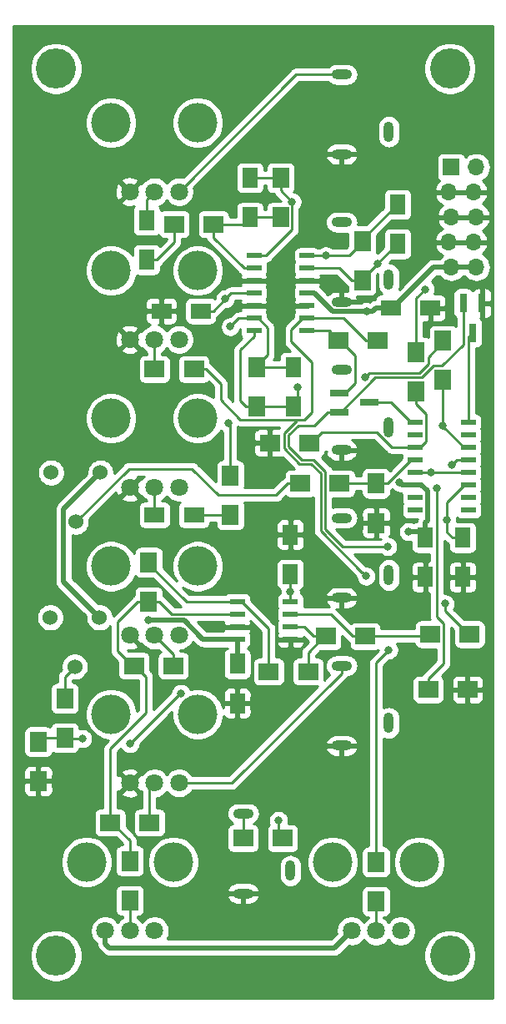
<source format=gtl>
G04 #@! TF.GenerationSoftware,KiCad,Pcbnew,(5.1.0)-1*
G04 #@! TF.CreationDate,2019-05-27T16:53:05-04:00*
G04 #@! TF.ProjectId,VCA,5643412e-6b69-4636-9164-5f7063625858,rev?*
G04 #@! TF.SameCoordinates,Original*
G04 #@! TF.FileFunction,Copper,L1,Top*
G04 #@! TF.FilePolarity,Positive*
%FSLAX46Y46*%
G04 Gerber Fmt 4.6, Leading zero omitted, Abs format (unit mm)*
G04 Created by KiCad (PCBNEW (5.1.0)-1) date 2019-05-27 16:53:05*
%MOMM*%
%LPD*%
G04 APERTURE LIST*
%ADD10C,1.800000*%
%ADD11C,4.000000*%
%ADD12R,1.600000X2.000000*%
%ADD13R,2.000000X1.600000*%
%ADD14O,2.100000X1.000000*%
%ADD15O,1.000000X2.100000*%
%ADD16O,1.700000X1.700000*%
%ADD17R,1.700000X1.700000*%
%ADD18R,1.900000X0.800000*%
%ADD19R,0.800000X1.900000*%
%ADD20R,1.700000X2.000000*%
%ADD21R,2.000000X1.700000*%
%ADD22R,1.500000X0.600000*%
%ADD23R,1.550000X0.600000*%
%ADD24C,4.064000*%
%ADD25C,1.524000*%
%ADD26C,0.800000*%
%ADD27C,0.250000*%
%ADD28C,0.508000*%
%ADD29C,0.254000*%
G04 APERTURE END LIST*
D10*
X57500000Y-107500000D03*
X55000000Y-107500000D03*
X52500000Y-107500000D03*
D11*
X59400000Y-100500000D03*
X50600000Y-100500000D03*
D12*
X54200000Y-50400000D03*
X54200000Y-54400000D03*
D13*
X59000000Y-80300000D03*
X55000000Y-80300000D03*
D12*
X64700000Y-46100000D03*
X64700000Y-50100000D03*
X69100000Y-65300000D03*
X69100000Y-69300000D03*
X79700000Y-48800000D03*
X79700000Y-52800000D03*
D13*
X59700000Y-59600000D03*
X55700000Y-59600000D03*
X79000000Y-59300000D03*
X83000000Y-59300000D03*
D12*
X68800000Y-86300000D03*
X68800000Y-82300000D03*
X63400000Y-95400000D03*
X63400000Y-99400000D03*
X86300000Y-82600000D03*
X86300000Y-86600000D03*
X82500000Y-82600000D03*
X82500000Y-86600000D03*
D14*
X74000000Y-58700000D03*
D15*
X78800000Y-56400000D03*
D14*
X74000000Y-50600000D03*
X74000000Y-43700000D03*
D15*
X78800000Y-41400000D03*
D14*
X74000000Y-35600000D03*
X74000000Y-65600000D03*
D15*
X78800000Y-71400000D03*
D14*
X74000000Y-73700000D03*
X74000000Y-88700000D03*
D15*
X78800000Y-86400000D03*
D14*
X74000000Y-80600000D03*
X74000000Y-95600000D03*
D15*
X78800000Y-101400000D03*
D14*
X74000000Y-103700000D03*
D16*
X87667000Y-55160000D03*
X85127000Y-55160000D03*
X87413000Y-52620000D03*
X84873000Y-52620000D03*
X87667000Y-50080000D03*
X85127000Y-50080000D03*
X87413000Y-47540000D03*
X84873000Y-47540000D03*
X87667000Y-45000000D03*
D17*
X85127000Y-45000000D03*
D14*
X64000000Y-110600000D03*
D15*
X68800000Y-116400000D03*
D14*
X64000000Y-118700000D03*
D18*
X73800000Y-67950000D03*
X73800000Y-69850000D03*
X76800000Y-68900000D03*
D19*
X87300000Y-61800000D03*
X86350000Y-58800000D03*
X88250000Y-58800000D03*
D20*
X77500000Y-119500000D03*
X77500000Y-115500000D03*
D21*
X55000000Y-65500000D03*
X59000000Y-65500000D03*
D20*
X52500000Y-115400000D03*
X52500000Y-119400000D03*
D21*
X56900000Y-95600000D03*
X52900000Y-95600000D03*
X54500000Y-111500000D03*
X50500000Y-111500000D03*
X57000000Y-50800000D03*
X61000000Y-50800000D03*
D20*
X62700000Y-80300000D03*
X62700000Y-76300000D03*
D21*
X73700000Y-62600000D03*
X77700000Y-62600000D03*
D20*
X54400000Y-85100000D03*
X54400000Y-89100000D03*
X67800000Y-46100000D03*
X67800000Y-50100000D03*
X65400000Y-69300000D03*
X65400000Y-65300000D03*
X81600000Y-63800000D03*
X81600000Y-67800000D03*
X84300000Y-62600000D03*
X84300000Y-66600000D03*
D21*
X66600000Y-96200000D03*
X70600000Y-96200000D03*
X69800000Y-77100000D03*
X73800000Y-77100000D03*
D20*
X45900000Y-102900000D03*
X45900000Y-98900000D03*
D21*
X70700000Y-73000000D03*
X66700000Y-73000000D03*
X82800000Y-98000000D03*
X86800000Y-98000000D03*
X76400000Y-92600000D03*
X72400000Y-92600000D03*
D20*
X77500000Y-77100000D03*
X77500000Y-81100000D03*
X43200000Y-103300000D03*
X43200000Y-107300000D03*
D21*
X83000000Y-92400000D03*
X87000000Y-92400000D03*
D20*
X76100000Y-52500000D03*
X76100000Y-56500000D03*
D21*
X68000000Y-113100000D03*
X64000000Y-113100000D03*
D11*
X73100000Y-115500000D03*
X81900000Y-115500000D03*
D10*
X75000000Y-122500000D03*
X77500000Y-122500000D03*
X80000000Y-122500000D03*
D11*
X48100000Y-115500000D03*
X56900000Y-115500000D03*
D10*
X50000000Y-122500000D03*
X52500000Y-122500000D03*
X55000000Y-122500000D03*
D11*
X50600000Y-55500000D03*
X59400000Y-55500000D03*
D10*
X52500000Y-62500000D03*
X55000000Y-62500000D03*
X57500000Y-62500000D03*
X57500000Y-47500000D03*
X55000000Y-47500000D03*
X52500000Y-47500000D03*
D11*
X59400000Y-40500000D03*
X50600000Y-40500000D03*
X50600000Y-70500000D03*
X59400000Y-70500000D03*
D10*
X52500000Y-77500000D03*
X55000000Y-77500000D03*
X57500000Y-77500000D03*
X57500000Y-92500000D03*
X55000000Y-92500000D03*
X52500000Y-92500000D03*
D11*
X59400000Y-85500000D03*
X50600000Y-85500000D03*
D22*
X65100000Y-54000000D03*
X65100000Y-55270000D03*
X65100000Y-56540000D03*
X65100000Y-57810000D03*
X65100000Y-59080000D03*
X65100000Y-60350000D03*
X65100000Y-61620000D03*
X70500000Y-61620000D03*
X70500000Y-60350000D03*
X70500000Y-59080000D03*
X70500000Y-57810000D03*
X70500000Y-56540000D03*
X70500000Y-55270000D03*
X70500000Y-54000000D03*
D23*
X63400000Y-89100000D03*
X63400000Y-90370000D03*
X63400000Y-91640000D03*
X63400000Y-92910000D03*
X68800000Y-92910000D03*
X68800000Y-91640000D03*
X68800000Y-90370000D03*
X68800000Y-89100000D03*
D22*
X81500000Y-70900000D03*
X81500000Y-72170000D03*
X81500000Y-73440000D03*
X81500000Y-74710000D03*
X81500000Y-75980000D03*
X81500000Y-77250000D03*
X81500000Y-78520000D03*
X81500000Y-79790000D03*
X86900000Y-79790000D03*
X86900000Y-78520000D03*
X86900000Y-77250000D03*
X86900000Y-75980000D03*
X86900000Y-74710000D03*
X86900000Y-73440000D03*
X86900000Y-72170000D03*
X86900000Y-70900000D03*
D24*
X45000000Y-35000000D03*
X85000000Y-35000000D03*
X45000000Y-125000000D03*
X85000000Y-125000000D03*
D25*
X47000000Y-81000000D03*
X49500000Y-76000000D03*
X44500000Y-76000000D03*
X44400000Y-90700000D03*
X49400000Y-90700000D03*
X46900000Y-95700000D03*
D26*
X82500000Y-57400000D03*
X68975001Y-48525001D03*
X62500000Y-71000000D03*
X62700000Y-61200000D03*
X76400000Y-66300000D03*
X69500000Y-67300000D03*
X72400000Y-54000000D03*
X67600000Y-111300000D03*
X83120000Y-75980000D03*
X77675000Y-54775000D03*
X62175000Y-58375000D03*
X68800000Y-88100000D03*
X84700000Y-80800000D03*
X66100000Y-76700000D03*
X66200000Y-79600000D03*
X75600000Y-78700000D03*
X79900000Y-77000000D03*
X76554010Y-59654010D03*
X54400000Y-91000000D03*
X80800000Y-82000000D03*
X84500000Y-89300000D03*
X78700000Y-83500000D03*
X78800000Y-94000000D03*
X76500000Y-86500000D03*
X83700000Y-77600000D03*
X84300000Y-71200000D03*
X85200000Y-75200000D03*
X57700000Y-98400000D03*
X47700000Y-103000000D03*
X52500000Y-103500000D03*
D27*
X54200000Y-48300000D02*
X55000000Y-47500000D01*
X54200000Y-50400000D02*
X54200000Y-48300000D01*
X57000000Y-51900000D02*
X57000000Y-50800000D01*
X57000000Y-52650000D02*
X57000000Y-51900000D01*
X55250000Y-54400000D02*
X57000000Y-52650000D01*
X54200000Y-54400000D02*
X55250000Y-54400000D01*
X60250000Y-80300000D02*
X62700000Y-80300000D01*
X59000000Y-80300000D02*
X60250000Y-80300000D01*
X55000000Y-79250000D02*
X55000000Y-77500000D01*
X55000000Y-80300000D02*
X55000000Y-79250000D01*
X65750000Y-46100000D02*
X67800000Y-46100000D01*
X64700000Y-46100000D02*
X65750000Y-46100000D01*
X66100000Y-54000000D02*
X65100000Y-54000000D01*
X66335002Y-54000000D02*
X66100000Y-54000000D01*
X68975001Y-51360001D02*
X66335002Y-54000000D01*
X68975001Y-48525001D02*
X68975001Y-51360001D01*
X67800000Y-47350000D02*
X68975001Y-48525001D01*
X67800000Y-46100000D02*
X67800000Y-47350000D01*
X81600000Y-63800000D02*
X81600000Y-58300000D01*
X81600000Y-58300000D02*
X82500000Y-57400000D01*
X67800000Y-50100000D02*
X64700000Y-50100000D01*
X61000000Y-51900000D02*
X61000000Y-50800000D01*
X61000000Y-52170000D02*
X61000000Y-51900000D01*
X64100000Y-55270000D02*
X61000000Y-52170000D01*
X65100000Y-55270000D02*
X64100000Y-55270000D01*
X64000000Y-50800000D02*
X64700000Y-50100000D01*
X61000000Y-50800000D02*
X64000000Y-50800000D01*
X66500000Y-65300000D02*
X69100000Y-65300000D01*
X65400000Y-65300000D02*
X66500000Y-65300000D01*
X65400000Y-65150000D02*
X65400000Y-65300000D01*
X66500000Y-64050000D02*
X65400000Y-65150000D01*
X66500000Y-61300000D02*
X66500000Y-64050000D01*
X65550000Y-60350000D02*
X66500000Y-61300000D01*
X65100000Y-60350000D02*
X65550000Y-60350000D01*
X62700000Y-76300000D02*
X62700000Y-71200000D01*
X62700000Y-71200000D02*
X62500000Y-71000000D01*
X63550000Y-60350000D02*
X65100000Y-60350000D01*
X62700000Y-61200000D02*
X63550000Y-60350000D01*
X69100000Y-69300000D02*
X65400000Y-69300000D01*
X64300000Y-69300000D02*
X63700000Y-68700000D01*
X65400000Y-69300000D02*
X64300000Y-69300000D01*
X65100000Y-62170000D02*
X65100000Y-61620000D01*
X63700000Y-63570000D02*
X65100000Y-62170000D01*
X63700000Y-68700000D02*
X63700000Y-63570000D01*
X82800000Y-64250000D02*
X82800000Y-65000000D01*
X84300000Y-62600000D02*
X84300000Y-62750000D01*
X84300000Y-62750000D02*
X82800000Y-64250000D01*
X76817511Y-65882489D02*
X76400000Y-66300000D01*
X82800000Y-65000000D02*
X81917511Y-65882489D01*
X81917511Y-65882489D02*
X76817511Y-65882489D01*
X69500000Y-68900000D02*
X69100000Y-69300000D01*
X69500000Y-67300000D02*
X69500000Y-68900000D01*
X76100000Y-52650000D02*
X76100000Y-52500000D01*
X74750000Y-54000000D02*
X76100000Y-52650000D01*
X70500000Y-54000000D02*
X72400000Y-54000000D01*
X79650000Y-48800000D02*
X79700000Y-48800000D01*
X76100000Y-52350000D02*
X79650000Y-48800000D01*
X76100000Y-52500000D02*
X76100000Y-52350000D01*
X72400000Y-54000000D02*
X74750000Y-54000000D01*
X67600000Y-112700000D02*
X68000000Y-113100000D01*
X67600000Y-111300000D02*
X67600000Y-112700000D01*
X79650000Y-52800000D02*
X79700000Y-52800000D01*
X76100000Y-56500000D02*
X76100000Y-56350000D01*
X71500000Y-55270000D02*
X70500000Y-55270000D01*
X73770000Y-55270000D02*
X71500000Y-55270000D01*
X75000000Y-56500000D02*
X73770000Y-55270000D01*
X76100000Y-56500000D02*
X75000000Y-56500000D01*
X86900000Y-75980000D02*
X83120000Y-75980000D01*
X83120000Y-75980000D02*
X81500000Y-75980000D01*
X76100000Y-56350000D02*
X77675000Y-54775000D01*
X77675000Y-54775000D02*
X79650000Y-52800000D01*
X64100000Y-57810000D02*
X65100000Y-57810000D01*
X62740000Y-57810000D02*
X64100000Y-57810000D01*
X60950000Y-59600000D02*
X62175000Y-58375000D01*
X59700000Y-59600000D02*
X60950000Y-59600000D01*
X62175000Y-58375000D02*
X62740000Y-57810000D01*
X68800000Y-88550000D02*
X68800000Y-88100000D01*
X68800000Y-89100000D02*
X68800000Y-88550000D01*
X68800000Y-88100000D02*
X68800000Y-86300000D01*
X85250000Y-82600000D02*
X84700000Y-82050000D01*
X86300000Y-82600000D02*
X85250000Y-82600000D01*
X86450000Y-77250000D02*
X86900000Y-77250000D01*
X84700000Y-79000000D02*
X86450000Y-77250000D01*
X84700000Y-82050000D02*
X84700000Y-80800000D01*
X84700000Y-80800000D02*
X84700000Y-79000000D01*
D28*
X87667000Y-55160000D02*
X85127000Y-55160000D01*
X83924919Y-55160000D02*
X85127000Y-55160000D01*
X83340000Y-55160000D02*
X83924919Y-55160000D01*
X79200000Y-59300000D02*
X83340000Y-55160000D01*
X79000000Y-59300000D02*
X79200000Y-59300000D01*
X77492000Y-59300000D02*
X79000000Y-59300000D01*
X77137990Y-59654010D02*
X77492000Y-59300000D01*
X71210827Y-57810000D02*
X73054837Y-59654010D01*
X70500000Y-57810000D02*
X71210827Y-57810000D01*
X50000000Y-123772792D02*
X50427208Y-124200000D01*
X50000000Y-122500000D02*
X50000000Y-123772792D01*
X73300000Y-124200000D02*
X75000000Y-122500000D01*
X50427208Y-124200000D02*
X73300000Y-124200000D01*
X48738001Y-76761999D02*
X49500000Y-76000000D01*
X45783999Y-79716001D02*
X48738001Y-76761999D01*
X45783999Y-87083999D02*
X45783999Y-79716001D01*
X49400000Y-90700000D02*
X45783999Y-87083999D01*
X73054837Y-59654010D02*
X76554010Y-59654010D01*
X76554010Y-59654010D02*
X77137990Y-59654010D01*
X63400000Y-92910000D02*
X63400000Y-95400000D01*
X81900000Y-82000000D02*
X82500000Y-82600000D01*
X80800000Y-82000000D02*
X81900000Y-82000000D01*
X82500000Y-81092000D02*
X82500000Y-82600000D01*
X82704001Y-80887999D02*
X82500000Y-81092000D01*
X82704001Y-77856799D02*
X82704001Y-80887999D01*
X82097202Y-77250000D02*
X82704001Y-77856799D01*
X81500000Y-77250000D02*
X82097202Y-77250000D01*
X80150000Y-77250000D02*
X79900000Y-77000000D01*
X81500000Y-77250000D02*
X80150000Y-77250000D01*
X59913922Y-92910000D02*
X63400000Y-92910000D01*
X54400000Y-91000000D02*
X58003922Y-91000000D01*
X58003922Y-91000000D02*
X59913922Y-92910000D01*
D27*
X69400000Y-35600000D02*
X74000000Y-35600000D01*
X57500000Y-47500000D02*
X69400000Y-35600000D01*
X74000000Y-96350000D02*
X74000000Y-95600000D01*
X62850000Y-107500000D02*
X74000000Y-96350000D01*
X57500000Y-107500000D02*
X62850000Y-107500000D01*
X64000000Y-112000000D02*
X64000000Y-110600000D01*
X64000000Y-113100000D02*
X64000000Y-112000000D01*
X72720000Y-61620000D02*
X73700000Y-62600000D01*
X70500000Y-61620000D02*
X72720000Y-61620000D01*
X73850000Y-62600000D02*
X73700000Y-62600000D01*
X75375010Y-64125010D02*
X73850000Y-62600000D01*
X75375010Y-66924990D02*
X75375010Y-64125010D01*
X74350000Y-67950000D02*
X75375010Y-66924990D01*
X73800000Y-67950000D02*
X74350000Y-67950000D01*
X86350000Y-62985002D02*
X86350000Y-58800000D01*
X73800000Y-69850000D02*
X73914998Y-69850000D01*
X73914998Y-69850000D02*
X77432499Y-66332499D01*
X77432499Y-66332499D02*
X82132499Y-66332499D01*
X82132499Y-66332499D02*
X83339997Y-65125001D01*
X83339997Y-65125001D02*
X84210001Y-65125001D01*
X84210001Y-65125001D02*
X86350000Y-62985002D01*
X84500000Y-90050000D02*
X84500000Y-89300000D01*
X87000000Y-92400000D02*
X86850000Y-92400000D01*
X86850000Y-92400000D02*
X84500000Y-90050000D01*
X72600000Y-69850000D02*
X73800000Y-69850000D01*
X71250000Y-71200000D02*
X72600000Y-69850000D01*
X69600000Y-71200000D02*
X71250000Y-71200000D01*
X68600000Y-72200000D02*
X69600000Y-71200000D01*
X68600000Y-73335002D02*
X68600000Y-72200000D01*
X78700000Y-83500000D02*
X74100000Y-83500000D01*
X74100000Y-83500000D02*
X72350000Y-81750000D01*
X72350000Y-81750000D02*
X72350000Y-75850000D01*
X72350000Y-75850000D02*
X71167501Y-74667501D01*
X71167501Y-74667501D02*
X69932499Y-74667501D01*
X69932499Y-74667501D02*
X68600000Y-73335002D01*
X78000000Y-68900000D02*
X76800000Y-68900000D01*
X79050000Y-68900000D02*
X78000000Y-68900000D01*
X81050000Y-70900000D02*
X79050000Y-68900000D01*
X81500000Y-70900000D02*
X81050000Y-70900000D01*
X86900000Y-62200000D02*
X87300000Y-61800000D01*
X86900000Y-70900000D02*
X86900000Y-62200000D01*
X77500000Y-121227208D02*
X77500000Y-119500000D01*
X77500000Y-122500000D02*
X77500000Y-121227208D01*
X71500000Y-60350000D02*
X70500000Y-60350000D01*
X74200000Y-60350000D02*
X71500000Y-60350000D01*
X76450000Y-62600000D02*
X74200000Y-60350000D01*
X77700000Y-62600000D02*
X76450000Y-62600000D01*
X70050000Y-60350000D02*
X70500000Y-60350000D01*
X68900000Y-62714998D02*
X68900000Y-61500000D01*
X68900000Y-61500000D02*
X70050000Y-60350000D01*
X71000000Y-64814998D02*
X68900000Y-62714998D01*
X71000000Y-69850002D02*
X71000000Y-64814998D01*
X59000000Y-65500000D02*
X60250000Y-65500000D01*
X60250000Y-65500000D02*
X61725000Y-66975000D01*
X61725000Y-68625000D02*
X63725001Y-70625001D01*
X61725000Y-66975000D02*
X61725000Y-68625000D01*
X70225001Y-70625001D02*
X71000000Y-69850002D01*
X77500000Y-115500000D02*
X77500000Y-95300000D01*
X77500000Y-95300000D02*
X78800000Y-94000000D01*
X69474999Y-70625001D02*
X70225001Y-70625001D01*
X63725001Y-70625001D02*
X69474999Y-70625001D01*
X69474999Y-70688591D02*
X69474999Y-70625001D01*
X76100001Y-86100001D02*
X76063591Y-86100001D01*
X76500000Y-86500000D02*
X76100001Y-86100001D01*
X69746099Y-75117511D02*
X68149991Y-73521403D01*
X76063591Y-86100001D02*
X71899990Y-81936400D01*
X68149990Y-72013600D02*
X69474999Y-70688591D01*
X68149991Y-73521403D02*
X68149990Y-72013600D01*
X71899990Y-81936400D02*
X71899990Y-76099990D01*
X71899990Y-76099990D02*
X70917511Y-75117511D01*
X70917511Y-75117511D02*
X69746099Y-75117511D01*
X55000000Y-64400000D02*
X55000000Y-62500000D01*
X55000000Y-65500000D02*
X55000000Y-64400000D01*
X50650000Y-111500000D02*
X50500000Y-111500000D01*
X52500000Y-113350000D02*
X50650000Y-111500000D01*
X52500000Y-115400000D02*
X52500000Y-113350000D01*
X53050000Y-95600000D02*
X52900000Y-95600000D01*
X54150000Y-96700000D02*
X53050000Y-95600000D01*
X54150000Y-100391002D02*
X54150000Y-96700000D01*
X50500000Y-104041002D02*
X54150000Y-100391002D01*
X50500000Y-111500000D02*
X50500000Y-104041002D01*
X62375000Y-90370000D02*
X63400000Y-90370000D01*
X56770000Y-90370000D02*
X62375000Y-90370000D01*
X55500000Y-89100000D02*
X56770000Y-90370000D01*
X54400000Y-89100000D02*
X55500000Y-89100000D01*
X53300000Y-89100000D02*
X54400000Y-89100000D01*
X51274999Y-91125001D02*
X53300000Y-89100000D01*
X51274999Y-94124999D02*
X51274999Y-91125001D01*
X52750000Y-95600000D02*
X51274999Y-94124999D01*
X52900000Y-95600000D02*
X52750000Y-95600000D01*
X52500000Y-119400000D02*
X52500000Y-122500000D01*
X56900000Y-94400000D02*
X55000000Y-92500000D01*
X56900000Y-95600000D02*
X56900000Y-94400000D01*
X54500000Y-108000000D02*
X55000000Y-107500000D01*
X54500000Y-111500000D02*
X54500000Y-108000000D01*
X63875000Y-89100000D02*
X63400000Y-89100000D01*
X66600000Y-91825000D02*
X63875000Y-89100000D01*
X66600000Y-96200000D02*
X66600000Y-91825000D01*
X54400000Y-85250000D02*
X54400000Y-85100000D01*
X58250000Y-89100000D02*
X54400000Y-85250000D01*
X63400000Y-89100000D02*
X58250000Y-89100000D01*
X81600000Y-69050000D02*
X81600000Y-67800000D01*
X82575001Y-70025001D02*
X81600000Y-69050000D01*
X82575001Y-72814999D02*
X82575001Y-70025001D01*
X81950000Y-73440000D02*
X82575001Y-72814999D01*
X81500000Y-73440000D02*
X81950000Y-73440000D01*
X70850000Y-73000000D02*
X70700000Y-73000000D01*
X71950000Y-71900000D02*
X70850000Y-73000000D01*
X77583260Y-71900000D02*
X71950000Y-71900000D01*
X79123260Y-73440000D02*
X77583260Y-71900000D01*
X81500000Y-73440000D02*
X79123260Y-73440000D01*
X84300000Y-67850000D02*
X84300000Y-66600000D01*
X86450000Y-73440000D02*
X84300000Y-71290000D01*
X86900000Y-73440000D02*
X86450000Y-73440000D01*
X83700000Y-90664998D02*
X83700000Y-77600000D01*
X84325001Y-91289999D02*
X83700000Y-90664998D01*
X84325001Y-95374999D02*
X84325001Y-91289999D01*
X82800000Y-98000000D02*
X82800000Y-96900000D01*
X82800000Y-96900000D02*
X84325001Y-95374999D01*
X84300000Y-71290000D02*
X84300000Y-71200000D01*
X84300000Y-71200000D02*
X84300000Y-67850000D01*
X69825000Y-91640000D02*
X68800000Y-91640000D01*
X70190000Y-91640000D02*
X69825000Y-91640000D01*
X71150000Y-92600000D02*
X70190000Y-91640000D01*
X72400000Y-92600000D02*
X71150000Y-92600000D01*
X72250000Y-92600000D02*
X72400000Y-92600000D01*
X70600000Y-94250000D02*
X72250000Y-92600000D01*
X70600000Y-96200000D02*
X70600000Y-94250000D01*
X68550000Y-77100000D02*
X67350000Y-78300000D01*
X69800000Y-77100000D02*
X68550000Y-77100000D01*
X67350000Y-78300000D02*
X61500000Y-78300000D01*
X61500000Y-78300000D02*
X58800000Y-75600000D01*
X52400000Y-75600000D02*
X47000000Y-81000000D01*
X58800000Y-75600000D02*
X52400000Y-75600000D01*
X73800000Y-77100000D02*
X77500000Y-77100000D01*
X81050000Y-74710000D02*
X81500000Y-74710000D01*
X78660000Y-77100000D02*
X81050000Y-74710000D01*
X77500000Y-77100000D02*
X78660000Y-77100000D01*
X43600000Y-102900000D02*
X43200000Y-103300000D01*
X45900000Y-102900000D02*
X43600000Y-102900000D01*
X86900000Y-74710000D02*
X85690000Y-74710000D01*
X85690000Y-74710000D02*
X85200000Y-75200000D01*
X46000000Y-103000000D02*
X45900000Y-102900000D01*
X52500000Y-103200000D02*
X52500000Y-103500000D01*
X47700000Y-103000000D02*
X46000000Y-103000000D01*
X57600000Y-98400000D02*
X57700000Y-98400000D01*
X52500000Y-103500000D02*
X57600000Y-98400000D01*
X45900000Y-96700000D02*
X46900000Y-95700000D01*
X45900000Y-98900000D02*
X45900000Y-96700000D01*
X69825000Y-90370000D02*
X68800000Y-90370000D01*
X72920000Y-90370000D02*
X69825000Y-90370000D01*
X75150000Y-92600000D02*
X72920000Y-90370000D01*
X76400000Y-92600000D02*
X75150000Y-92600000D01*
X82800000Y-92600000D02*
X83000000Y-92400000D01*
X76400000Y-92600000D02*
X82800000Y-92600000D01*
D29*
G36*
X89340000Y-129340000D02*
G01*
X40660000Y-129340000D01*
X40660000Y-124737323D01*
X42333000Y-124737323D01*
X42333000Y-125262677D01*
X42435492Y-125777935D01*
X42636536Y-126263298D01*
X42928406Y-126700113D01*
X43299887Y-127071594D01*
X43736702Y-127363464D01*
X44222065Y-127564508D01*
X44737323Y-127667000D01*
X45262677Y-127667000D01*
X45777935Y-127564508D01*
X46263298Y-127363464D01*
X46700113Y-127071594D01*
X47071594Y-126700113D01*
X47363464Y-126263298D01*
X47564508Y-125777935D01*
X47667000Y-125262677D01*
X47667000Y-124737323D01*
X47564508Y-124222065D01*
X47363464Y-123736702D01*
X47071594Y-123299887D01*
X46700113Y-122928406D01*
X46263298Y-122636536D01*
X45777935Y-122435492D01*
X45342189Y-122348816D01*
X48465000Y-122348816D01*
X48465000Y-122651184D01*
X48523989Y-122947743D01*
X48639701Y-123227095D01*
X48807688Y-123478505D01*
X49021495Y-123692312D01*
X49108876Y-123750698D01*
X49106700Y-123772792D01*
X49123864Y-123947066D01*
X49174698Y-124114644D01*
X49220322Y-124199999D01*
X49257248Y-124269083D01*
X49368342Y-124404451D01*
X49402260Y-124432287D01*
X49767705Y-124797731D01*
X49795549Y-124831659D01*
X49930917Y-124942753D01*
X50085357Y-125025303D01*
X50151266Y-125045296D01*
X50252932Y-125076136D01*
X50286132Y-125079406D01*
X50383541Y-125089000D01*
X50383547Y-125089000D01*
X50427207Y-125093300D01*
X50470867Y-125089000D01*
X73256340Y-125089000D01*
X73300000Y-125093300D01*
X73343660Y-125089000D01*
X73343667Y-125089000D01*
X73474274Y-125076136D01*
X73641851Y-125025303D01*
X73796291Y-124942753D01*
X73931659Y-124831659D01*
X73959499Y-124797736D01*
X74019912Y-124737323D01*
X82333000Y-124737323D01*
X82333000Y-125262677D01*
X82435492Y-125777935D01*
X82636536Y-126263298D01*
X82928406Y-126700113D01*
X83299887Y-127071594D01*
X83736702Y-127363464D01*
X84222065Y-127564508D01*
X84737323Y-127667000D01*
X85262677Y-127667000D01*
X85777935Y-127564508D01*
X86263298Y-127363464D01*
X86700113Y-127071594D01*
X87071594Y-126700113D01*
X87363464Y-126263298D01*
X87564508Y-125777935D01*
X87667000Y-125262677D01*
X87667000Y-124737323D01*
X87564508Y-124222065D01*
X87363464Y-123736702D01*
X87071594Y-123299887D01*
X86700113Y-122928406D01*
X86263298Y-122636536D01*
X85777935Y-122435492D01*
X85262677Y-122333000D01*
X84737323Y-122333000D01*
X84222065Y-122435492D01*
X83736702Y-122636536D01*
X83299887Y-122928406D01*
X82928406Y-123299887D01*
X82636536Y-123736702D01*
X82435492Y-124222065D01*
X82333000Y-124737323D01*
X74019912Y-124737323D01*
X74743236Y-124013999D01*
X74848816Y-124035000D01*
X75151184Y-124035000D01*
X75447743Y-123976011D01*
X75727095Y-123860299D01*
X75978505Y-123692312D01*
X76192312Y-123478505D01*
X76250000Y-123392169D01*
X76307688Y-123478505D01*
X76521495Y-123692312D01*
X76772905Y-123860299D01*
X77052257Y-123976011D01*
X77348816Y-124035000D01*
X77651184Y-124035000D01*
X77947743Y-123976011D01*
X78227095Y-123860299D01*
X78478505Y-123692312D01*
X78692312Y-123478505D01*
X78750000Y-123392169D01*
X78807688Y-123478505D01*
X79021495Y-123692312D01*
X79272905Y-123860299D01*
X79552257Y-123976011D01*
X79848816Y-124035000D01*
X80151184Y-124035000D01*
X80447743Y-123976011D01*
X80727095Y-123860299D01*
X80978505Y-123692312D01*
X81192312Y-123478505D01*
X81360299Y-123227095D01*
X81476011Y-122947743D01*
X81535000Y-122651184D01*
X81535000Y-122348816D01*
X81476011Y-122052257D01*
X81360299Y-121772905D01*
X81192312Y-121521495D01*
X80978505Y-121307688D01*
X80727095Y-121139701D01*
X80447743Y-121023989D01*
X80151184Y-120965000D01*
X79848816Y-120965000D01*
X79552257Y-121023989D01*
X79272905Y-121139701D01*
X79021495Y-121307688D01*
X78807688Y-121521495D01*
X78750000Y-121607831D01*
X78692312Y-121521495D01*
X78478505Y-121307688D01*
X78260000Y-121161687D01*
X78260000Y-121138072D01*
X78350000Y-121138072D01*
X78474482Y-121125812D01*
X78594180Y-121089502D01*
X78704494Y-121030537D01*
X78801185Y-120951185D01*
X78880537Y-120854494D01*
X78939502Y-120744180D01*
X78975812Y-120624482D01*
X78988072Y-120500000D01*
X78988072Y-118500000D01*
X78975812Y-118375518D01*
X78939502Y-118255820D01*
X78880537Y-118145506D01*
X78801185Y-118048815D01*
X78704494Y-117969463D01*
X78594180Y-117910498D01*
X78474482Y-117874188D01*
X78350000Y-117861928D01*
X76650000Y-117861928D01*
X76525518Y-117874188D01*
X76405820Y-117910498D01*
X76295506Y-117969463D01*
X76198815Y-118048815D01*
X76119463Y-118145506D01*
X76060498Y-118255820D01*
X76024188Y-118375518D01*
X76011928Y-118500000D01*
X76011928Y-120500000D01*
X76024188Y-120624482D01*
X76060498Y-120744180D01*
X76119463Y-120854494D01*
X76198815Y-120951185D01*
X76295506Y-121030537D01*
X76405820Y-121089502D01*
X76525518Y-121125812D01*
X76650000Y-121138072D01*
X76740000Y-121138072D01*
X76740000Y-121161687D01*
X76521495Y-121307688D01*
X76307688Y-121521495D01*
X76250000Y-121607831D01*
X76192312Y-121521495D01*
X75978505Y-121307688D01*
X75727095Y-121139701D01*
X75447743Y-121023989D01*
X75151184Y-120965000D01*
X74848816Y-120965000D01*
X74552257Y-121023989D01*
X74272905Y-121139701D01*
X74021495Y-121307688D01*
X73807688Y-121521495D01*
X73639701Y-121772905D01*
X73523989Y-122052257D01*
X73465000Y-122348816D01*
X73465000Y-122651184D01*
X73486001Y-122756764D01*
X72931765Y-123311000D01*
X56304235Y-123311000D01*
X56360299Y-123227095D01*
X56476011Y-122947743D01*
X56535000Y-122651184D01*
X56535000Y-122348816D01*
X56476011Y-122052257D01*
X56360299Y-121772905D01*
X56192312Y-121521495D01*
X55978505Y-121307688D01*
X55727095Y-121139701D01*
X55447743Y-121023989D01*
X55151184Y-120965000D01*
X54848816Y-120965000D01*
X54552257Y-121023989D01*
X54272905Y-121139701D01*
X54021495Y-121307688D01*
X53807688Y-121521495D01*
X53750000Y-121607831D01*
X53692312Y-121521495D01*
X53478505Y-121307688D01*
X53260000Y-121161687D01*
X53260000Y-121038072D01*
X53350000Y-121038072D01*
X53474482Y-121025812D01*
X53594180Y-120989502D01*
X53704494Y-120930537D01*
X53801185Y-120851185D01*
X53880537Y-120754494D01*
X53939502Y-120644180D01*
X53975812Y-120524482D01*
X53988072Y-120400000D01*
X53988072Y-119001874D01*
X62355881Y-119001874D01*
X62435724Y-119224976D01*
X62557631Y-119412764D01*
X62713831Y-119573161D01*
X62898322Y-119700003D01*
X63104013Y-119788415D01*
X63323000Y-119835000D01*
X63873000Y-119835000D01*
X63873000Y-118827000D01*
X64127000Y-118827000D01*
X64127000Y-119835000D01*
X64677000Y-119835000D01*
X64895987Y-119788415D01*
X65101678Y-119700003D01*
X65286169Y-119573161D01*
X65442369Y-119412764D01*
X65564276Y-119224976D01*
X65644119Y-119001874D01*
X65517954Y-118827000D01*
X64127000Y-118827000D01*
X63873000Y-118827000D01*
X62482046Y-118827000D01*
X62355881Y-119001874D01*
X53988072Y-119001874D01*
X53988072Y-118400000D01*
X53987888Y-118398126D01*
X62355881Y-118398126D01*
X62482046Y-118573000D01*
X63873000Y-118573000D01*
X63873000Y-118553000D01*
X64127000Y-118553000D01*
X64127000Y-118573000D01*
X65517954Y-118573000D01*
X65644119Y-118398126D01*
X65564276Y-118175024D01*
X65442369Y-117987236D01*
X65286169Y-117826839D01*
X65101678Y-117699997D01*
X64895987Y-117611585D01*
X64677000Y-117565000D01*
X63323000Y-117565000D01*
X63104013Y-117611585D01*
X62898322Y-117699997D01*
X62713831Y-117826839D01*
X62557631Y-117987236D01*
X62435724Y-118175024D01*
X62355881Y-118398126D01*
X53987888Y-118398126D01*
X53975812Y-118275518D01*
X53939502Y-118155820D01*
X53880537Y-118045506D01*
X53801185Y-117948815D01*
X53704494Y-117869463D01*
X53594180Y-117810498D01*
X53474482Y-117774188D01*
X53350000Y-117761928D01*
X51650000Y-117761928D01*
X51525518Y-117774188D01*
X51405820Y-117810498D01*
X51295506Y-117869463D01*
X51198815Y-117948815D01*
X51119463Y-118045506D01*
X51060498Y-118155820D01*
X51024188Y-118275518D01*
X51011928Y-118400000D01*
X51011928Y-120400000D01*
X51024188Y-120524482D01*
X51060498Y-120644180D01*
X51119463Y-120754494D01*
X51198815Y-120851185D01*
X51295506Y-120930537D01*
X51405820Y-120989502D01*
X51525518Y-121025812D01*
X51650000Y-121038072D01*
X51740001Y-121038072D01*
X51740001Y-121161687D01*
X51521495Y-121307688D01*
X51307688Y-121521495D01*
X51250000Y-121607831D01*
X51192312Y-121521495D01*
X50978505Y-121307688D01*
X50727095Y-121139701D01*
X50447743Y-121023989D01*
X50151184Y-120965000D01*
X49848816Y-120965000D01*
X49552257Y-121023989D01*
X49272905Y-121139701D01*
X49021495Y-121307688D01*
X48807688Y-121521495D01*
X48639701Y-121772905D01*
X48523989Y-122052257D01*
X48465000Y-122348816D01*
X45342189Y-122348816D01*
X45262677Y-122333000D01*
X44737323Y-122333000D01*
X44222065Y-122435492D01*
X43736702Y-122636536D01*
X43299887Y-122928406D01*
X42928406Y-123299887D01*
X42636536Y-123736702D01*
X42435492Y-124222065D01*
X42333000Y-124737323D01*
X40660000Y-124737323D01*
X40660000Y-115240475D01*
X45465000Y-115240475D01*
X45465000Y-115759525D01*
X45566261Y-116268601D01*
X45764893Y-116748141D01*
X46053262Y-117179715D01*
X46420285Y-117546738D01*
X46851859Y-117835107D01*
X47331399Y-118033739D01*
X47840475Y-118135000D01*
X48359525Y-118135000D01*
X48868601Y-118033739D01*
X49348141Y-117835107D01*
X49779715Y-117546738D01*
X50146738Y-117179715D01*
X50435107Y-116748141D01*
X50633739Y-116268601D01*
X50735000Y-115759525D01*
X50735000Y-115240475D01*
X50633739Y-114731399D01*
X50435107Y-114251859D01*
X50146738Y-113820285D01*
X49779715Y-113453262D01*
X49348141Y-113164893D01*
X48868601Y-112966261D01*
X48359525Y-112865000D01*
X47840475Y-112865000D01*
X47331399Y-112966261D01*
X46851859Y-113164893D01*
X46420285Y-113453262D01*
X46053262Y-113820285D01*
X45764893Y-114251859D01*
X45566261Y-114731399D01*
X45465000Y-115240475D01*
X40660000Y-115240475D01*
X40660000Y-108300000D01*
X41711928Y-108300000D01*
X41724188Y-108424482D01*
X41760498Y-108544180D01*
X41819463Y-108654494D01*
X41898815Y-108751185D01*
X41995506Y-108830537D01*
X42105820Y-108889502D01*
X42225518Y-108925812D01*
X42350000Y-108938072D01*
X42914250Y-108935000D01*
X43073000Y-108776250D01*
X43073000Y-107427000D01*
X43327000Y-107427000D01*
X43327000Y-108776250D01*
X43485750Y-108935000D01*
X44050000Y-108938072D01*
X44174482Y-108925812D01*
X44294180Y-108889502D01*
X44404494Y-108830537D01*
X44501185Y-108751185D01*
X44580537Y-108654494D01*
X44639502Y-108544180D01*
X44675812Y-108424482D01*
X44688072Y-108300000D01*
X44685000Y-107585750D01*
X44526250Y-107427000D01*
X43327000Y-107427000D01*
X43073000Y-107427000D01*
X41873750Y-107427000D01*
X41715000Y-107585750D01*
X41711928Y-108300000D01*
X40660000Y-108300000D01*
X40660000Y-106300000D01*
X41711928Y-106300000D01*
X41715000Y-107014250D01*
X41873750Y-107173000D01*
X43073000Y-107173000D01*
X43073000Y-105823750D01*
X43327000Y-105823750D01*
X43327000Y-107173000D01*
X44526250Y-107173000D01*
X44685000Y-107014250D01*
X44688072Y-106300000D01*
X44675812Y-106175518D01*
X44639502Y-106055820D01*
X44580537Y-105945506D01*
X44501185Y-105848815D01*
X44404494Y-105769463D01*
X44294180Y-105710498D01*
X44174482Y-105674188D01*
X44050000Y-105661928D01*
X43485750Y-105665000D01*
X43327000Y-105823750D01*
X43073000Y-105823750D01*
X42914250Y-105665000D01*
X42350000Y-105661928D01*
X42225518Y-105674188D01*
X42105820Y-105710498D01*
X41995506Y-105769463D01*
X41898815Y-105848815D01*
X41819463Y-105945506D01*
X41760498Y-106055820D01*
X41724188Y-106175518D01*
X41711928Y-106300000D01*
X40660000Y-106300000D01*
X40660000Y-102300000D01*
X41711928Y-102300000D01*
X41711928Y-104300000D01*
X41724188Y-104424482D01*
X41760498Y-104544180D01*
X41819463Y-104654494D01*
X41898815Y-104751185D01*
X41995506Y-104830537D01*
X42105820Y-104889502D01*
X42225518Y-104925812D01*
X42350000Y-104938072D01*
X44050000Y-104938072D01*
X44174482Y-104925812D01*
X44294180Y-104889502D01*
X44404494Y-104830537D01*
X44501185Y-104751185D01*
X44580537Y-104654494D01*
X44639502Y-104544180D01*
X44675812Y-104424482D01*
X44676733Y-104415130D01*
X44695506Y-104430537D01*
X44805820Y-104489502D01*
X44925518Y-104525812D01*
X45050000Y-104538072D01*
X46750000Y-104538072D01*
X46874482Y-104525812D01*
X46994180Y-104489502D01*
X47104494Y-104430537D01*
X47201185Y-104351185D01*
X47280537Y-104254494D01*
X47339502Y-104144180D01*
X47375812Y-104024482D01*
X47379454Y-103987502D01*
X47398102Y-103995226D01*
X47598061Y-104035000D01*
X47801939Y-104035000D01*
X48001898Y-103995226D01*
X48190256Y-103917205D01*
X48359774Y-103803937D01*
X48503937Y-103659774D01*
X48617205Y-103490256D01*
X48695226Y-103301898D01*
X48735000Y-103101939D01*
X48735000Y-102898061D01*
X48695226Y-102698102D01*
X48617205Y-102509744D01*
X48503937Y-102340226D01*
X48359774Y-102196063D01*
X48190256Y-102082795D01*
X48001898Y-102004774D01*
X47801939Y-101965000D01*
X47598061Y-101965000D01*
X47398102Y-102004774D01*
X47388072Y-102008929D01*
X47388072Y-101900000D01*
X47375812Y-101775518D01*
X47339502Y-101655820D01*
X47280537Y-101545506D01*
X47201185Y-101448815D01*
X47104494Y-101369463D01*
X46994180Y-101310498D01*
X46874482Y-101274188D01*
X46750000Y-101261928D01*
X45050000Y-101261928D01*
X44925518Y-101274188D01*
X44805820Y-101310498D01*
X44695506Y-101369463D01*
X44598815Y-101448815D01*
X44519463Y-101545506D01*
X44460498Y-101655820D01*
X44424188Y-101775518D01*
X44423267Y-101784870D01*
X44404494Y-101769463D01*
X44294180Y-101710498D01*
X44174482Y-101674188D01*
X44050000Y-101661928D01*
X42350000Y-101661928D01*
X42225518Y-101674188D01*
X42105820Y-101710498D01*
X41995506Y-101769463D01*
X41898815Y-101848815D01*
X41819463Y-101945506D01*
X41760498Y-102055820D01*
X41724188Y-102175518D01*
X41711928Y-102300000D01*
X40660000Y-102300000D01*
X40660000Y-97900000D01*
X44411928Y-97900000D01*
X44411928Y-99900000D01*
X44424188Y-100024482D01*
X44460498Y-100144180D01*
X44519463Y-100254494D01*
X44598815Y-100351185D01*
X44695506Y-100430537D01*
X44805820Y-100489502D01*
X44925518Y-100525812D01*
X45050000Y-100538072D01*
X46750000Y-100538072D01*
X46874482Y-100525812D01*
X46994180Y-100489502D01*
X47104494Y-100430537D01*
X47201185Y-100351185D01*
X47280537Y-100254494D01*
X47339502Y-100144180D01*
X47375812Y-100024482D01*
X47388072Y-99900000D01*
X47388072Y-97900000D01*
X47375812Y-97775518D01*
X47339502Y-97655820D01*
X47280537Y-97545506D01*
X47201185Y-97448815D01*
X47104494Y-97369463D01*
X46994180Y-97310498D01*
X46874482Y-97274188D01*
X46750000Y-97261928D01*
X46660000Y-97261928D01*
X46660000Y-97076630D01*
X46762408Y-97097000D01*
X47037592Y-97097000D01*
X47307490Y-97043314D01*
X47561727Y-96938005D01*
X47790535Y-96785120D01*
X47985120Y-96590535D01*
X48138005Y-96361727D01*
X48243314Y-96107490D01*
X48297000Y-95837592D01*
X48297000Y-95562408D01*
X48243314Y-95292510D01*
X48138005Y-95038273D01*
X47985120Y-94809465D01*
X47790535Y-94614880D01*
X47561727Y-94461995D01*
X47307490Y-94356686D01*
X47037592Y-94303000D01*
X46762408Y-94303000D01*
X46492510Y-94356686D01*
X46238273Y-94461995D01*
X46009465Y-94614880D01*
X45814880Y-94809465D01*
X45661995Y-95038273D01*
X45556686Y-95292510D01*
X45503000Y-95562408D01*
X45503000Y-95837592D01*
X45533628Y-95991571D01*
X45388998Y-96136201D01*
X45360000Y-96159999D01*
X45336202Y-96188997D01*
X45336201Y-96188998D01*
X45265026Y-96275724D01*
X45194454Y-96407754D01*
X45166780Y-96498986D01*
X45150998Y-96551014D01*
X45145410Y-96607753D01*
X45136324Y-96700000D01*
X45140001Y-96737332D01*
X45140001Y-97261928D01*
X45050000Y-97261928D01*
X44925518Y-97274188D01*
X44805820Y-97310498D01*
X44695506Y-97369463D01*
X44598815Y-97448815D01*
X44519463Y-97545506D01*
X44460498Y-97655820D01*
X44424188Y-97775518D01*
X44411928Y-97900000D01*
X40660000Y-97900000D01*
X40660000Y-90562408D01*
X43003000Y-90562408D01*
X43003000Y-90837592D01*
X43056686Y-91107490D01*
X43161995Y-91361727D01*
X43314880Y-91590535D01*
X43509465Y-91785120D01*
X43738273Y-91938005D01*
X43992510Y-92043314D01*
X44262408Y-92097000D01*
X44537592Y-92097000D01*
X44807490Y-92043314D01*
X45061727Y-91938005D01*
X45290535Y-91785120D01*
X45485120Y-91590535D01*
X45638005Y-91361727D01*
X45743314Y-91107490D01*
X45797000Y-90837592D01*
X45797000Y-90562408D01*
X45743314Y-90292510D01*
X45638005Y-90038273D01*
X45485120Y-89809465D01*
X45290535Y-89614880D01*
X45061727Y-89461995D01*
X44807490Y-89356686D01*
X44537592Y-89303000D01*
X44262408Y-89303000D01*
X43992510Y-89356686D01*
X43738273Y-89461995D01*
X43509465Y-89614880D01*
X43314880Y-89809465D01*
X43161995Y-90038273D01*
X43056686Y-90292510D01*
X43003000Y-90562408D01*
X40660000Y-90562408D01*
X40660000Y-79716001D01*
X44890699Y-79716001D01*
X44895000Y-79759671D01*
X44894999Y-87040339D01*
X44890699Y-87083999D01*
X44894999Y-87127659D01*
X44894999Y-87127665D01*
X44895719Y-87134974D01*
X44907863Y-87258273D01*
X44920521Y-87300000D01*
X44958696Y-87425849D01*
X45041246Y-87580289D01*
X45152340Y-87715658D01*
X45186263Y-87743498D01*
X48003360Y-90560596D01*
X48003000Y-90562408D01*
X48003000Y-90837592D01*
X48056686Y-91107490D01*
X48161995Y-91361727D01*
X48314880Y-91590535D01*
X48509465Y-91785120D01*
X48738273Y-91938005D01*
X48992510Y-92043314D01*
X49262408Y-92097000D01*
X49537592Y-92097000D01*
X49807490Y-92043314D01*
X50061727Y-91938005D01*
X50290535Y-91785120D01*
X50485120Y-91590535D01*
X50515000Y-91545817D01*
X50514999Y-94087676D01*
X50511323Y-94124999D01*
X50514999Y-94162321D01*
X50514999Y-94162331D01*
X50525996Y-94273984D01*
X50562859Y-94395506D01*
X50569453Y-94417245D01*
X50640025Y-94549275D01*
X50677103Y-94594454D01*
X50734998Y-94665000D01*
X50764001Y-94688802D01*
X51261928Y-95186730D01*
X51261928Y-96450000D01*
X51274188Y-96574482D01*
X51310498Y-96694180D01*
X51369463Y-96804494D01*
X51448815Y-96901185D01*
X51545506Y-96980537D01*
X51655820Y-97039502D01*
X51775518Y-97075812D01*
X51900000Y-97088072D01*
X53390001Y-97088072D01*
X53390000Y-100076200D01*
X53233461Y-100232739D01*
X53133739Y-99731399D01*
X52935107Y-99251859D01*
X52646738Y-98820285D01*
X52279715Y-98453262D01*
X51848141Y-98164893D01*
X51368601Y-97966261D01*
X50859525Y-97865000D01*
X50340475Y-97865000D01*
X49831399Y-97966261D01*
X49351859Y-98164893D01*
X48920285Y-98453262D01*
X48553262Y-98820285D01*
X48264893Y-99251859D01*
X48066261Y-99731399D01*
X47965000Y-100240475D01*
X47965000Y-100759525D01*
X48066261Y-101268601D01*
X48264893Y-101748141D01*
X48553262Y-102179715D01*
X48920285Y-102546738D01*
X49351859Y-102835107D01*
X49831399Y-103033739D01*
X50332740Y-103133461D01*
X49988998Y-103477203D01*
X49960000Y-103501001D01*
X49936202Y-103529999D01*
X49936201Y-103530000D01*
X49865026Y-103616726D01*
X49794454Y-103748756D01*
X49750998Y-103892017D01*
X49736324Y-104041002D01*
X49740001Y-104078334D01*
X49740000Y-110011928D01*
X49500000Y-110011928D01*
X49375518Y-110024188D01*
X49255820Y-110060498D01*
X49145506Y-110119463D01*
X49048815Y-110198815D01*
X48969463Y-110295506D01*
X48910498Y-110405820D01*
X48874188Y-110525518D01*
X48861928Y-110650000D01*
X48861928Y-112350000D01*
X48874188Y-112474482D01*
X48910498Y-112594180D01*
X48969463Y-112704494D01*
X49048815Y-112801185D01*
X49145506Y-112880537D01*
X49255820Y-112939502D01*
X49375518Y-112975812D01*
X49500000Y-112988072D01*
X51063270Y-112988072D01*
X51740001Y-113664803D01*
X51740001Y-113761928D01*
X51650000Y-113761928D01*
X51525518Y-113774188D01*
X51405820Y-113810498D01*
X51295506Y-113869463D01*
X51198815Y-113948815D01*
X51119463Y-114045506D01*
X51060498Y-114155820D01*
X51024188Y-114275518D01*
X51011928Y-114400000D01*
X51011928Y-116400000D01*
X51024188Y-116524482D01*
X51060498Y-116644180D01*
X51119463Y-116754494D01*
X51198815Y-116851185D01*
X51295506Y-116930537D01*
X51405820Y-116989502D01*
X51525518Y-117025812D01*
X51650000Y-117038072D01*
X53350000Y-117038072D01*
X53474482Y-117025812D01*
X53594180Y-116989502D01*
X53704494Y-116930537D01*
X53801185Y-116851185D01*
X53880537Y-116754494D01*
X53939502Y-116644180D01*
X53975812Y-116524482D01*
X53988072Y-116400000D01*
X53988072Y-115240475D01*
X54265000Y-115240475D01*
X54265000Y-115759525D01*
X54366261Y-116268601D01*
X54564893Y-116748141D01*
X54853262Y-117179715D01*
X55220285Y-117546738D01*
X55651859Y-117835107D01*
X56131399Y-118033739D01*
X56640475Y-118135000D01*
X57159525Y-118135000D01*
X57668601Y-118033739D01*
X58148141Y-117835107D01*
X58579715Y-117546738D01*
X58946738Y-117179715D01*
X59235107Y-116748141D01*
X59433739Y-116268601D01*
X59528093Y-115794249D01*
X67665000Y-115794249D01*
X67665000Y-117005752D01*
X67681423Y-117172499D01*
X67746324Y-117386447D01*
X67851717Y-117583623D01*
X67993552Y-117756449D01*
X68166378Y-117898284D01*
X68363554Y-118003676D01*
X68577502Y-118068577D01*
X68800000Y-118090491D01*
X69022499Y-118068577D01*
X69236447Y-118003676D01*
X69433623Y-117898284D01*
X69606449Y-117756449D01*
X69748284Y-117583623D01*
X69853676Y-117386447D01*
X69918577Y-117172499D01*
X69935000Y-117005752D01*
X69935000Y-115794248D01*
X69918577Y-115627501D01*
X69853676Y-115413553D01*
X69761165Y-115240475D01*
X70465000Y-115240475D01*
X70465000Y-115759525D01*
X70566261Y-116268601D01*
X70764893Y-116748141D01*
X71053262Y-117179715D01*
X71420285Y-117546738D01*
X71851859Y-117835107D01*
X72331399Y-118033739D01*
X72840475Y-118135000D01*
X73359525Y-118135000D01*
X73868601Y-118033739D01*
X74348141Y-117835107D01*
X74779715Y-117546738D01*
X75146738Y-117179715D01*
X75435107Y-116748141D01*
X75633739Y-116268601D01*
X75735000Y-115759525D01*
X75735000Y-115240475D01*
X75633739Y-114731399D01*
X75435107Y-114251859D01*
X75146738Y-113820285D01*
X74779715Y-113453262D01*
X74348141Y-113164893D01*
X73868601Y-112966261D01*
X73359525Y-112865000D01*
X72840475Y-112865000D01*
X72331399Y-112966261D01*
X71851859Y-113164893D01*
X71420285Y-113453262D01*
X71053262Y-113820285D01*
X70764893Y-114251859D01*
X70566261Y-114731399D01*
X70465000Y-115240475D01*
X69761165Y-115240475D01*
X69748284Y-115216377D01*
X69606449Y-115043551D01*
X69433623Y-114901716D01*
X69236446Y-114796324D01*
X69022498Y-114731423D01*
X68800000Y-114709509D01*
X68577501Y-114731423D01*
X68363553Y-114796324D01*
X68166377Y-114901716D01*
X67993551Y-115043551D01*
X67851716Y-115216377D01*
X67746324Y-115413554D01*
X67681423Y-115627502D01*
X67665000Y-115794249D01*
X59528093Y-115794249D01*
X59535000Y-115759525D01*
X59535000Y-115240475D01*
X59433739Y-114731399D01*
X59235107Y-114251859D01*
X58946738Y-113820285D01*
X58579715Y-113453262D01*
X58148141Y-113164893D01*
X57668601Y-112966261D01*
X57159525Y-112865000D01*
X56640475Y-112865000D01*
X56131399Y-112966261D01*
X55651859Y-113164893D01*
X55220285Y-113453262D01*
X54853262Y-113820285D01*
X54564893Y-114251859D01*
X54366261Y-114731399D01*
X54265000Y-115240475D01*
X53988072Y-115240475D01*
X53988072Y-114400000D01*
X53975812Y-114275518D01*
X53939502Y-114155820D01*
X53880537Y-114045506D01*
X53801185Y-113948815D01*
X53704494Y-113869463D01*
X53594180Y-113810498D01*
X53474482Y-113774188D01*
X53350000Y-113761928D01*
X53260000Y-113761928D01*
X53260000Y-113387322D01*
X53263676Y-113349999D01*
X53260000Y-113312676D01*
X53260000Y-113312667D01*
X53249003Y-113201014D01*
X53205546Y-113057753D01*
X53170532Y-112992247D01*
X53134974Y-112925723D01*
X53063799Y-112838997D01*
X53040001Y-112809999D01*
X53011003Y-112786201D01*
X52138072Y-111913270D01*
X52138072Y-110650000D01*
X52125812Y-110525518D01*
X52089502Y-110405820D01*
X52030537Y-110295506D01*
X51951185Y-110198815D01*
X51854494Y-110119463D01*
X51744180Y-110060498D01*
X51624482Y-110024188D01*
X51500000Y-110011928D01*
X51260000Y-110011928D01*
X51260000Y-108564080D01*
X51615525Y-108564080D01*
X51699208Y-108818261D01*
X51971775Y-108949158D01*
X52264642Y-109024365D01*
X52566553Y-109040991D01*
X52865907Y-108998397D01*
X53151199Y-108898222D01*
X53300792Y-108818261D01*
X53384475Y-108564080D01*
X52500000Y-107679605D01*
X51615525Y-108564080D01*
X51260000Y-108564080D01*
X51260000Y-108326558D01*
X51435920Y-108384475D01*
X52320395Y-107500000D01*
X51435920Y-106615525D01*
X51260000Y-106673442D01*
X51260000Y-106435920D01*
X51615525Y-106435920D01*
X52500000Y-107320395D01*
X53384475Y-106435920D01*
X53300792Y-106181739D01*
X53028225Y-106050842D01*
X52735358Y-105975635D01*
X52433447Y-105959009D01*
X52134093Y-106001603D01*
X51848801Y-106101778D01*
X51699208Y-106181739D01*
X51615525Y-106435920D01*
X51260000Y-106435920D01*
X51260000Y-104355803D01*
X51599919Y-104015884D01*
X51696063Y-104159774D01*
X51840226Y-104303937D01*
X52009744Y-104417205D01*
X52198102Y-104495226D01*
X52398061Y-104535000D01*
X52601939Y-104535000D01*
X52801898Y-104495226D01*
X52990256Y-104417205D01*
X53159774Y-104303937D01*
X53303937Y-104159774D01*
X53417205Y-103990256D01*
X53495226Y-103801898D01*
X53535000Y-103601939D01*
X53535000Y-103539801D01*
X56765000Y-100309802D01*
X56765000Y-100759525D01*
X56866261Y-101268601D01*
X57064893Y-101748141D01*
X57353262Y-102179715D01*
X57720285Y-102546738D01*
X58151859Y-102835107D01*
X58631399Y-103033739D01*
X59140475Y-103135000D01*
X59659525Y-103135000D01*
X60168601Y-103033739D01*
X60648141Y-102835107D01*
X61079715Y-102546738D01*
X61446738Y-102179715D01*
X61735107Y-101748141D01*
X61933739Y-101268601D01*
X62035000Y-100759525D01*
X62035000Y-100690019D01*
X62069463Y-100754494D01*
X62148815Y-100851185D01*
X62245506Y-100930537D01*
X62355820Y-100989502D01*
X62475518Y-101025812D01*
X62600000Y-101038072D01*
X63114250Y-101035000D01*
X63273000Y-100876250D01*
X63273000Y-99527000D01*
X63527000Y-99527000D01*
X63527000Y-100876250D01*
X63685750Y-101035000D01*
X64200000Y-101038072D01*
X64324482Y-101025812D01*
X64444180Y-100989502D01*
X64554494Y-100930537D01*
X64651185Y-100851185D01*
X64730537Y-100754494D01*
X64789502Y-100644180D01*
X64825812Y-100524482D01*
X64838072Y-100400000D01*
X64835000Y-99685750D01*
X64676250Y-99527000D01*
X63527000Y-99527000D01*
X63273000Y-99527000D01*
X62123750Y-99527000D01*
X61965000Y-99685750D01*
X61964146Y-99884267D01*
X61933739Y-99731399D01*
X61735107Y-99251859D01*
X61446738Y-98820285D01*
X61079715Y-98453262D01*
X61000003Y-98400000D01*
X61961928Y-98400000D01*
X61965000Y-99114250D01*
X62123750Y-99273000D01*
X63273000Y-99273000D01*
X63273000Y-97923750D01*
X63527000Y-97923750D01*
X63527000Y-99273000D01*
X64676250Y-99273000D01*
X64835000Y-99114250D01*
X64838072Y-98400000D01*
X64825812Y-98275518D01*
X64789502Y-98155820D01*
X64730537Y-98045506D01*
X64651185Y-97948815D01*
X64554494Y-97869463D01*
X64444180Y-97810498D01*
X64324482Y-97774188D01*
X64200000Y-97761928D01*
X63685750Y-97765000D01*
X63527000Y-97923750D01*
X63273000Y-97923750D01*
X63114250Y-97765000D01*
X62600000Y-97761928D01*
X62475518Y-97774188D01*
X62355820Y-97810498D01*
X62245506Y-97869463D01*
X62148815Y-97948815D01*
X62069463Y-98045506D01*
X62010498Y-98155820D01*
X61974188Y-98275518D01*
X61961928Y-98400000D01*
X61000003Y-98400000D01*
X60648141Y-98164893D01*
X60168601Y-97966261D01*
X59659525Y-97865000D01*
X59140475Y-97865000D01*
X58639914Y-97964567D01*
X58617205Y-97909744D01*
X58503937Y-97740226D01*
X58359774Y-97596063D01*
X58190256Y-97482795D01*
X58001898Y-97404774D01*
X57801939Y-97365000D01*
X57598061Y-97365000D01*
X57398102Y-97404774D01*
X57209744Y-97482795D01*
X57040226Y-97596063D01*
X56896063Y-97740226D01*
X56782795Y-97909744D01*
X56704774Y-98098102D01*
X56674401Y-98250797D01*
X54910000Y-100015198D01*
X54910000Y-96737323D01*
X54913676Y-96700000D01*
X54910000Y-96662677D01*
X54910000Y-96662667D01*
X54899003Y-96551014D01*
X54855546Y-96407753D01*
X54830021Y-96359999D01*
X54784974Y-96275723D01*
X54713799Y-96188997D01*
X54690001Y-96159999D01*
X54661003Y-96136201D01*
X54538072Y-96013270D01*
X54538072Y-94750000D01*
X54525812Y-94625518D01*
X54489502Y-94505820D01*
X54430537Y-94395506D01*
X54351185Y-94298815D01*
X54254494Y-94219463D01*
X54144180Y-94160498D01*
X54024482Y-94124188D01*
X53900000Y-94111928D01*
X52336730Y-94111928D01*
X52243819Y-94019018D01*
X52264642Y-94024365D01*
X52566553Y-94040991D01*
X52865907Y-93998397D01*
X53151199Y-93898222D01*
X53300792Y-93818261D01*
X53384475Y-93564080D01*
X52500000Y-92679605D01*
X52485858Y-92693748D01*
X52306253Y-92514143D01*
X52320395Y-92500000D01*
X52306253Y-92485858D01*
X52485858Y-92306253D01*
X52500000Y-92320395D01*
X52514143Y-92306253D01*
X52693748Y-92485858D01*
X52679605Y-92500000D01*
X53564080Y-93384475D01*
X53712262Y-93335690D01*
X53807688Y-93478505D01*
X54021495Y-93692312D01*
X54272905Y-93860299D01*
X54552257Y-93976011D01*
X54848816Y-94035000D01*
X55151184Y-94035000D01*
X55408930Y-93983731D01*
X55610123Y-94184924D01*
X55545506Y-94219463D01*
X55448815Y-94298815D01*
X55369463Y-94395506D01*
X55310498Y-94505820D01*
X55274188Y-94625518D01*
X55261928Y-94750000D01*
X55261928Y-96450000D01*
X55274188Y-96574482D01*
X55310498Y-96694180D01*
X55369463Y-96804494D01*
X55448815Y-96901185D01*
X55545506Y-96980537D01*
X55655820Y-97039502D01*
X55775518Y-97075812D01*
X55900000Y-97088072D01*
X57900000Y-97088072D01*
X58024482Y-97075812D01*
X58144180Y-97039502D01*
X58254494Y-96980537D01*
X58351185Y-96901185D01*
X58430537Y-96804494D01*
X58489502Y-96694180D01*
X58525812Y-96574482D01*
X58538072Y-96450000D01*
X58538072Y-94750000D01*
X58525812Y-94625518D01*
X58489502Y-94505820D01*
X58430537Y-94395506D01*
X58351185Y-94298815D01*
X58254494Y-94219463D01*
X58144180Y-94160498D01*
X58024482Y-94124188D01*
X57900000Y-94111928D01*
X57606812Y-94111928D01*
X57605546Y-94107753D01*
X57566658Y-94035000D01*
X57651184Y-94035000D01*
X57947743Y-93976011D01*
X58227095Y-93860299D01*
X58478505Y-93692312D01*
X58692312Y-93478505D01*
X58860299Y-93227095D01*
X58893537Y-93146851D01*
X59254428Y-93507742D01*
X59282263Y-93541659D01*
X59316180Y-93569494D01*
X59316181Y-93569495D01*
X59358476Y-93604206D01*
X59417631Y-93652753D01*
X59572071Y-93735303D01*
X59666680Y-93764002D01*
X59739647Y-93786136D01*
X59756247Y-93787771D01*
X59870255Y-93799000D01*
X59870262Y-93799000D01*
X59913922Y-93803300D01*
X59957582Y-93799000D01*
X62379881Y-93799000D01*
X62380820Y-93799502D01*
X62386444Y-93801208D01*
X62355820Y-93810498D01*
X62245506Y-93869463D01*
X62148815Y-93948815D01*
X62069463Y-94045506D01*
X62010498Y-94155820D01*
X61974188Y-94275518D01*
X61961928Y-94400000D01*
X61961928Y-96400000D01*
X61974188Y-96524482D01*
X62010498Y-96644180D01*
X62069463Y-96754494D01*
X62148815Y-96851185D01*
X62245506Y-96930537D01*
X62355820Y-96989502D01*
X62475518Y-97025812D01*
X62600000Y-97038072D01*
X64200000Y-97038072D01*
X64324482Y-97025812D01*
X64444180Y-96989502D01*
X64554494Y-96930537D01*
X64651185Y-96851185D01*
X64730537Y-96754494D01*
X64789502Y-96644180D01*
X64825812Y-96524482D01*
X64838072Y-96400000D01*
X64838072Y-94400000D01*
X64825812Y-94275518D01*
X64789502Y-94155820D01*
X64730537Y-94045506D01*
X64651185Y-93948815D01*
X64554494Y-93869463D01*
X64444180Y-93810498D01*
X64413556Y-93801208D01*
X64419180Y-93799502D01*
X64529494Y-93740537D01*
X64626185Y-93661185D01*
X64705537Y-93564494D01*
X64764502Y-93454180D01*
X64800812Y-93334482D01*
X64813072Y-93210000D01*
X64813072Y-92610000D01*
X64800812Y-92485518D01*
X64764502Y-92365820D01*
X64715957Y-92275000D01*
X64764502Y-92184180D01*
X64800812Y-92064482D01*
X64813072Y-91940000D01*
X64810000Y-91925750D01*
X64651250Y-91767000D01*
X63527000Y-91767000D01*
X63527000Y-91787000D01*
X63273000Y-91787000D01*
X63273000Y-91767000D01*
X62148750Y-91767000D01*
X61990000Y-91925750D01*
X61986928Y-91940000D01*
X61994906Y-92021000D01*
X60282158Y-92021000D01*
X59391157Y-91130000D01*
X62025130Y-91130000D01*
X61999188Y-91215518D01*
X61986928Y-91340000D01*
X61990000Y-91354250D01*
X62148750Y-91513000D01*
X63273000Y-91513000D01*
X63273000Y-91493000D01*
X63527000Y-91493000D01*
X63527000Y-91513000D01*
X64651250Y-91513000D01*
X64810000Y-91354250D01*
X64813072Y-91340000D01*
X64800812Y-91215518D01*
X64764502Y-91095820D01*
X64728311Y-91028113D01*
X65840001Y-92139803D01*
X65840000Y-94711928D01*
X65600000Y-94711928D01*
X65475518Y-94724188D01*
X65355820Y-94760498D01*
X65245506Y-94819463D01*
X65148815Y-94898815D01*
X65069463Y-94995506D01*
X65010498Y-95105820D01*
X64974188Y-95225518D01*
X64961928Y-95350000D01*
X64961928Y-97050000D01*
X64974188Y-97174482D01*
X65010498Y-97294180D01*
X65069463Y-97404494D01*
X65148815Y-97501185D01*
X65245506Y-97580537D01*
X65355820Y-97639502D01*
X65475518Y-97675812D01*
X65600000Y-97688072D01*
X67600000Y-97688072D01*
X67724482Y-97675812D01*
X67844180Y-97639502D01*
X67954494Y-97580537D01*
X68051185Y-97501185D01*
X68130537Y-97404494D01*
X68189502Y-97294180D01*
X68225812Y-97174482D01*
X68238072Y-97050000D01*
X68238072Y-95350000D01*
X68225812Y-95225518D01*
X68189502Y-95105820D01*
X68130537Y-94995506D01*
X68051185Y-94898815D01*
X67954494Y-94819463D01*
X67844180Y-94760498D01*
X67724482Y-94724188D01*
X67600000Y-94711928D01*
X67360000Y-94711928D01*
X67360000Y-93210000D01*
X67386928Y-93210000D01*
X67399188Y-93334482D01*
X67435498Y-93454180D01*
X67494463Y-93564494D01*
X67573815Y-93661185D01*
X67670506Y-93740537D01*
X67780820Y-93799502D01*
X67900518Y-93835812D01*
X68025000Y-93848072D01*
X68514250Y-93845000D01*
X68673000Y-93686250D01*
X68673000Y-93037000D01*
X68927000Y-93037000D01*
X68927000Y-93686250D01*
X69085750Y-93845000D01*
X69575000Y-93848072D01*
X69699482Y-93835812D01*
X69819180Y-93799502D01*
X69929494Y-93740537D01*
X70026185Y-93661185D01*
X70105537Y-93564494D01*
X70164502Y-93454180D01*
X70200812Y-93334482D01*
X70213072Y-93210000D01*
X70210000Y-93195750D01*
X70051250Y-93037000D01*
X68927000Y-93037000D01*
X68673000Y-93037000D01*
X67548750Y-93037000D01*
X67390000Y-93195750D01*
X67386928Y-93210000D01*
X67360000Y-93210000D01*
X67360000Y-91862323D01*
X67363676Y-91825000D01*
X67360000Y-91787677D01*
X67360000Y-91787667D01*
X67349003Y-91676014D01*
X67305546Y-91532753D01*
X67291150Y-91505820D01*
X67234974Y-91400723D01*
X67163799Y-91313997D01*
X67140001Y-91284999D01*
X67111003Y-91261201D01*
X64813072Y-88963271D01*
X64813072Y-88800000D01*
X64800812Y-88675518D01*
X64764502Y-88555820D01*
X64705537Y-88445506D01*
X64626185Y-88348815D01*
X64529494Y-88269463D01*
X64419180Y-88210498D01*
X64299482Y-88174188D01*
X64175000Y-88161928D01*
X62625000Y-88161928D01*
X62500518Y-88174188D01*
X62380820Y-88210498D01*
X62270506Y-88269463D01*
X62184556Y-88340000D01*
X58564802Y-88340000D01*
X57874750Y-87649949D01*
X58151859Y-87835107D01*
X58631399Y-88033739D01*
X59140475Y-88135000D01*
X59659525Y-88135000D01*
X60168601Y-88033739D01*
X60648141Y-87835107D01*
X61079715Y-87546738D01*
X61446738Y-87179715D01*
X61735107Y-86748141D01*
X61933739Y-86268601D01*
X62035000Y-85759525D01*
X62035000Y-85240475D01*
X61933739Y-84731399D01*
X61735107Y-84251859D01*
X61446738Y-83820285D01*
X61079715Y-83453262D01*
X60850343Y-83300000D01*
X67361928Y-83300000D01*
X67374188Y-83424482D01*
X67410498Y-83544180D01*
X67469463Y-83654494D01*
X67548815Y-83751185D01*
X67645506Y-83830537D01*
X67755820Y-83889502D01*
X67875518Y-83925812D01*
X68000000Y-83938072D01*
X68514250Y-83935000D01*
X68673000Y-83776250D01*
X68673000Y-82427000D01*
X68927000Y-82427000D01*
X68927000Y-83776250D01*
X69085750Y-83935000D01*
X69600000Y-83938072D01*
X69724482Y-83925812D01*
X69844180Y-83889502D01*
X69954494Y-83830537D01*
X70051185Y-83751185D01*
X70130537Y-83654494D01*
X70189502Y-83544180D01*
X70225812Y-83424482D01*
X70238072Y-83300000D01*
X70235000Y-82585750D01*
X70076250Y-82427000D01*
X68927000Y-82427000D01*
X68673000Y-82427000D01*
X67523750Y-82427000D01*
X67365000Y-82585750D01*
X67361928Y-83300000D01*
X60850343Y-83300000D01*
X60648141Y-83164893D01*
X60168601Y-82966261D01*
X59659525Y-82865000D01*
X59140475Y-82865000D01*
X58631399Y-82966261D01*
X58151859Y-83164893D01*
X57720285Y-83453262D01*
X57353262Y-83820285D01*
X57064893Y-84251859D01*
X56866261Y-84731399D01*
X56765000Y-85240475D01*
X56765000Y-85759525D01*
X56866261Y-86268601D01*
X57064893Y-86748141D01*
X57250052Y-87025250D01*
X55888072Y-85663271D01*
X55888072Y-84100000D01*
X55875812Y-83975518D01*
X55839502Y-83855820D01*
X55780537Y-83745506D01*
X55701185Y-83648815D01*
X55604494Y-83569463D01*
X55494180Y-83510498D01*
X55374482Y-83474188D01*
X55250000Y-83461928D01*
X53550000Y-83461928D01*
X53425518Y-83474188D01*
X53305820Y-83510498D01*
X53195506Y-83569463D01*
X53098815Y-83648815D01*
X53019463Y-83745506D01*
X52960498Y-83855820D01*
X52924188Y-83975518D01*
X52911928Y-84100000D01*
X52911928Y-84217169D01*
X52646738Y-83820285D01*
X52279715Y-83453262D01*
X51848141Y-83164893D01*
X51368601Y-82966261D01*
X50859525Y-82865000D01*
X50340475Y-82865000D01*
X49831399Y-82966261D01*
X49351859Y-83164893D01*
X48920285Y-83453262D01*
X48553262Y-83820285D01*
X48264893Y-84251859D01*
X48066261Y-84731399D01*
X47965000Y-85240475D01*
X47965000Y-85759525D01*
X48066261Y-86268601D01*
X48264893Y-86748141D01*
X48553262Y-87179715D01*
X48920285Y-87546738D01*
X49351859Y-87835107D01*
X49831399Y-88033739D01*
X50340475Y-88135000D01*
X50859525Y-88135000D01*
X51368601Y-88033739D01*
X51848141Y-87835107D01*
X52279715Y-87546738D01*
X52646738Y-87179715D01*
X52935107Y-86748141D01*
X53044236Y-86484680D01*
X53098815Y-86551185D01*
X53195506Y-86630537D01*
X53305820Y-86689502D01*
X53425518Y-86725812D01*
X53550000Y-86738072D01*
X54813271Y-86738072D01*
X57685198Y-89610000D01*
X57084802Y-89610000D01*
X56063804Y-88589003D01*
X56040001Y-88559999D01*
X55924276Y-88465026D01*
X55888072Y-88445674D01*
X55888072Y-88100000D01*
X55875812Y-87975518D01*
X55839502Y-87855820D01*
X55780537Y-87745506D01*
X55701185Y-87648815D01*
X55604494Y-87569463D01*
X55494180Y-87510498D01*
X55374482Y-87474188D01*
X55250000Y-87461928D01*
X53550000Y-87461928D01*
X53425518Y-87474188D01*
X53305820Y-87510498D01*
X53195506Y-87569463D01*
X53098815Y-87648815D01*
X53019463Y-87745506D01*
X52960498Y-87855820D01*
X52924188Y-87975518D01*
X52911928Y-88100000D01*
X52911928Y-88445674D01*
X52875723Y-88465026D01*
X52792083Y-88533668D01*
X52759999Y-88559999D01*
X52736201Y-88588997D01*
X50791324Y-90533875D01*
X50743314Y-90292510D01*
X50638005Y-90038273D01*
X50485120Y-89809465D01*
X50290535Y-89614880D01*
X50061727Y-89461995D01*
X49807490Y-89356686D01*
X49537592Y-89303000D01*
X49262408Y-89303000D01*
X49260596Y-89303360D01*
X46672999Y-86715764D01*
X46672999Y-82359324D01*
X46862408Y-82397000D01*
X47137592Y-82397000D01*
X47407490Y-82343314D01*
X47661727Y-82238005D01*
X47890535Y-82085120D01*
X48085120Y-81890535D01*
X48238005Y-81661727D01*
X48343314Y-81407490D01*
X48397000Y-81137592D01*
X48397000Y-80862408D01*
X48366372Y-80708429D01*
X50510721Y-78564080D01*
X51615525Y-78564080D01*
X51699208Y-78818261D01*
X51971775Y-78949158D01*
X52264642Y-79024365D01*
X52566553Y-79040991D01*
X52865907Y-78998397D01*
X53151199Y-78898222D01*
X53300792Y-78818261D01*
X53384475Y-78564080D01*
X52500000Y-77679605D01*
X51615525Y-78564080D01*
X50510721Y-78564080D01*
X51055474Y-78019328D01*
X51101778Y-78151199D01*
X51181739Y-78300792D01*
X51435920Y-78384475D01*
X52320395Y-77500000D01*
X52306253Y-77485858D01*
X52485858Y-77306253D01*
X52500000Y-77320395D01*
X53384475Y-76435920D01*
X53359480Y-76360000D01*
X53969183Y-76360000D01*
X53807688Y-76521495D01*
X53712262Y-76664310D01*
X53564080Y-76615525D01*
X52679605Y-77500000D01*
X53564080Y-78384475D01*
X53712262Y-78335690D01*
X53807688Y-78478505D01*
X54021495Y-78692312D01*
X54240000Y-78838313D01*
X54240000Y-78861928D01*
X54000000Y-78861928D01*
X53875518Y-78874188D01*
X53755820Y-78910498D01*
X53645506Y-78969463D01*
X53548815Y-79048815D01*
X53469463Y-79145506D01*
X53410498Y-79255820D01*
X53374188Y-79375518D01*
X53361928Y-79500000D01*
X53361928Y-81100000D01*
X53374188Y-81224482D01*
X53410498Y-81344180D01*
X53469463Y-81454494D01*
X53548815Y-81551185D01*
X53645506Y-81630537D01*
X53755820Y-81689502D01*
X53875518Y-81725812D01*
X54000000Y-81738072D01*
X56000000Y-81738072D01*
X56124482Y-81725812D01*
X56244180Y-81689502D01*
X56354494Y-81630537D01*
X56451185Y-81551185D01*
X56530537Y-81454494D01*
X56589502Y-81344180D01*
X56625812Y-81224482D01*
X56638072Y-81100000D01*
X56638072Y-79500000D01*
X56625812Y-79375518D01*
X56589502Y-79255820D01*
X56530537Y-79145506D01*
X56451185Y-79048815D01*
X56354494Y-78969463D01*
X56244180Y-78910498D01*
X56124482Y-78874188D01*
X56000000Y-78861928D01*
X55760000Y-78861928D01*
X55760000Y-78838313D01*
X55978505Y-78692312D01*
X56192312Y-78478505D01*
X56250000Y-78392169D01*
X56307688Y-78478505D01*
X56521495Y-78692312D01*
X56772905Y-78860299D01*
X57052257Y-78976011D01*
X57348816Y-79035000D01*
X57565649Y-79035000D01*
X57548815Y-79048815D01*
X57469463Y-79145506D01*
X57410498Y-79255820D01*
X57374188Y-79375518D01*
X57361928Y-79500000D01*
X57361928Y-81100000D01*
X57374188Y-81224482D01*
X57410498Y-81344180D01*
X57469463Y-81454494D01*
X57548815Y-81551185D01*
X57645506Y-81630537D01*
X57755820Y-81689502D01*
X57875518Y-81725812D01*
X58000000Y-81738072D01*
X60000000Y-81738072D01*
X60124482Y-81725812D01*
X60244180Y-81689502D01*
X60354494Y-81630537D01*
X60451185Y-81551185D01*
X60530537Y-81454494D01*
X60589502Y-81344180D01*
X60625812Y-81224482D01*
X60638072Y-81100000D01*
X60638072Y-81060000D01*
X61211928Y-81060000D01*
X61211928Y-81300000D01*
X61224188Y-81424482D01*
X61260498Y-81544180D01*
X61319463Y-81654494D01*
X61398815Y-81751185D01*
X61495506Y-81830537D01*
X61605820Y-81889502D01*
X61725518Y-81925812D01*
X61850000Y-81938072D01*
X63550000Y-81938072D01*
X63674482Y-81925812D01*
X63794180Y-81889502D01*
X63904494Y-81830537D01*
X64001185Y-81751185D01*
X64080537Y-81654494D01*
X64139502Y-81544180D01*
X64175812Y-81424482D01*
X64188072Y-81300000D01*
X67361928Y-81300000D01*
X67365000Y-82014250D01*
X67523750Y-82173000D01*
X68673000Y-82173000D01*
X68673000Y-80823750D01*
X68927000Y-80823750D01*
X68927000Y-82173000D01*
X70076250Y-82173000D01*
X70235000Y-82014250D01*
X70238072Y-81300000D01*
X70225812Y-81175518D01*
X70189502Y-81055820D01*
X70130537Y-80945506D01*
X70051185Y-80848815D01*
X69954494Y-80769463D01*
X69844180Y-80710498D01*
X69724482Y-80674188D01*
X69600000Y-80661928D01*
X69085750Y-80665000D01*
X68927000Y-80823750D01*
X68673000Y-80823750D01*
X68514250Y-80665000D01*
X68000000Y-80661928D01*
X67875518Y-80674188D01*
X67755820Y-80710498D01*
X67645506Y-80769463D01*
X67548815Y-80848815D01*
X67469463Y-80945506D01*
X67410498Y-81055820D01*
X67374188Y-81175518D01*
X67361928Y-81300000D01*
X64188072Y-81300000D01*
X64188072Y-79300000D01*
X64175812Y-79175518D01*
X64140770Y-79060000D01*
X67312678Y-79060000D01*
X67350000Y-79063676D01*
X67387322Y-79060000D01*
X67387333Y-79060000D01*
X67498986Y-79049003D01*
X67642247Y-79005546D01*
X67774276Y-78934974D01*
X67890001Y-78840001D01*
X67913804Y-78810997D01*
X68337457Y-78387345D01*
X68348815Y-78401185D01*
X68445506Y-78480537D01*
X68555820Y-78539502D01*
X68675518Y-78575812D01*
X68800000Y-78588072D01*
X70800000Y-78588072D01*
X70924482Y-78575812D01*
X71044180Y-78539502D01*
X71139991Y-78488289D01*
X71139990Y-81899077D01*
X71136314Y-81936400D01*
X71139990Y-81973722D01*
X71139990Y-81973732D01*
X71150987Y-82085385D01*
X71178391Y-82175724D01*
X71194444Y-82228646D01*
X71265016Y-82360676D01*
X71284957Y-82384974D01*
X71359989Y-82476401D01*
X71388993Y-82500204D01*
X75465000Y-86576212D01*
X75465000Y-86601939D01*
X75504774Y-86801898D01*
X75582795Y-86990256D01*
X75696063Y-87159774D01*
X75840226Y-87303937D01*
X76009744Y-87417205D01*
X76198102Y-87495226D01*
X76398061Y-87535000D01*
X76601939Y-87535000D01*
X76801898Y-87495226D01*
X76990256Y-87417205D01*
X77159774Y-87303937D01*
X77303937Y-87159774D01*
X77417205Y-86990256D01*
X77495226Y-86801898D01*
X77535000Y-86601939D01*
X77535000Y-86398061D01*
X77495226Y-86198102D01*
X77417205Y-86009744D01*
X77303937Y-85840226D01*
X77257960Y-85794249D01*
X77665000Y-85794249D01*
X77665000Y-87005752D01*
X77681423Y-87172499D01*
X77746324Y-87386447D01*
X77851717Y-87583623D01*
X77993552Y-87756449D01*
X78166378Y-87898284D01*
X78363554Y-88003676D01*
X78577502Y-88068577D01*
X78800000Y-88090491D01*
X79022499Y-88068577D01*
X79236447Y-88003676D01*
X79433623Y-87898284D01*
X79606449Y-87756449D01*
X79734843Y-87600000D01*
X81061928Y-87600000D01*
X81074188Y-87724482D01*
X81110498Y-87844180D01*
X81169463Y-87954494D01*
X81248815Y-88051185D01*
X81345506Y-88130537D01*
X81455820Y-88189502D01*
X81575518Y-88225812D01*
X81700000Y-88238072D01*
X82214250Y-88235000D01*
X82373000Y-88076250D01*
X82373000Y-86727000D01*
X81223750Y-86727000D01*
X81065000Y-86885750D01*
X81061928Y-87600000D01*
X79734843Y-87600000D01*
X79748284Y-87583623D01*
X79853676Y-87386447D01*
X79918577Y-87172499D01*
X79935000Y-87005752D01*
X79935000Y-85794248D01*
X79918577Y-85627501D01*
X79910235Y-85600000D01*
X81061928Y-85600000D01*
X81065000Y-86314250D01*
X81223750Y-86473000D01*
X82373000Y-86473000D01*
X82373000Y-85123750D01*
X82214250Y-84965000D01*
X81700000Y-84961928D01*
X81575518Y-84974188D01*
X81455820Y-85010498D01*
X81345506Y-85069463D01*
X81248815Y-85148815D01*
X81169463Y-85245506D01*
X81110498Y-85355820D01*
X81074188Y-85475518D01*
X81061928Y-85600000D01*
X79910235Y-85600000D01*
X79853676Y-85413553D01*
X79748284Y-85216377D01*
X79606449Y-85043551D01*
X79433623Y-84901716D01*
X79236446Y-84796324D01*
X79022498Y-84731423D01*
X78800000Y-84709509D01*
X78577501Y-84731423D01*
X78363553Y-84796324D01*
X78166377Y-84901716D01*
X77993551Y-85043551D01*
X77851716Y-85216377D01*
X77746324Y-85413554D01*
X77681423Y-85627502D01*
X77665000Y-85794249D01*
X77257960Y-85794249D01*
X77159774Y-85696063D01*
X76990256Y-85582795D01*
X76801898Y-85504774D01*
X76601939Y-85465000D01*
X76524226Y-85465000D01*
X76479467Y-85441075D01*
X75298392Y-84260000D01*
X77996289Y-84260000D01*
X78040226Y-84303937D01*
X78209744Y-84417205D01*
X78398102Y-84495226D01*
X78598061Y-84535000D01*
X78801939Y-84535000D01*
X79001898Y-84495226D01*
X79190256Y-84417205D01*
X79359774Y-84303937D01*
X79503937Y-84159774D01*
X79617205Y-83990256D01*
X79695226Y-83801898D01*
X79735000Y-83601939D01*
X79735000Y-83398061D01*
X79695226Y-83198102D01*
X79617205Y-83009744D01*
X79503937Y-82840226D01*
X79359774Y-82696063D01*
X79190256Y-82582795D01*
X79001898Y-82504774D01*
X78862095Y-82476966D01*
X78880537Y-82454494D01*
X78939502Y-82344180D01*
X78975812Y-82224482D01*
X78988072Y-82100000D01*
X78985000Y-81385750D01*
X78826250Y-81227000D01*
X77627000Y-81227000D01*
X77627000Y-82576250D01*
X77785750Y-82735000D01*
X78000122Y-82736167D01*
X77996289Y-82740000D01*
X74414802Y-82740000D01*
X73774802Y-82100000D01*
X76011928Y-82100000D01*
X76024188Y-82224482D01*
X76060498Y-82344180D01*
X76119463Y-82454494D01*
X76198815Y-82551185D01*
X76295506Y-82630537D01*
X76405820Y-82689502D01*
X76525518Y-82725812D01*
X76650000Y-82738072D01*
X77214250Y-82735000D01*
X77373000Y-82576250D01*
X77373000Y-81227000D01*
X76173750Y-81227000D01*
X76015000Y-81385750D01*
X76011928Y-82100000D01*
X73774802Y-82100000D01*
X73409801Y-81735000D01*
X74605752Y-81735000D01*
X74772499Y-81718577D01*
X74986447Y-81653676D01*
X75183623Y-81548284D01*
X75356449Y-81406449D01*
X75498284Y-81233623D01*
X75603676Y-81036447D01*
X75668577Y-80822499D01*
X75690491Y-80600000D01*
X75668577Y-80377501D01*
X75603676Y-80163553D01*
X75569707Y-80100000D01*
X76011928Y-80100000D01*
X76015000Y-80814250D01*
X76173750Y-80973000D01*
X77373000Y-80973000D01*
X77373000Y-79623750D01*
X77627000Y-79623750D01*
X77627000Y-80973000D01*
X78826250Y-80973000D01*
X78985000Y-80814250D01*
X78988072Y-80100000D01*
X78975812Y-79975518D01*
X78939502Y-79855820D01*
X78880537Y-79745506D01*
X78801185Y-79648815D01*
X78704494Y-79569463D01*
X78594180Y-79510498D01*
X78474482Y-79474188D01*
X78350000Y-79461928D01*
X77785750Y-79465000D01*
X77627000Y-79623750D01*
X77373000Y-79623750D01*
X77214250Y-79465000D01*
X76650000Y-79461928D01*
X76525518Y-79474188D01*
X76405820Y-79510498D01*
X76295506Y-79569463D01*
X76198815Y-79648815D01*
X76119463Y-79745506D01*
X76060498Y-79855820D01*
X76024188Y-79975518D01*
X76011928Y-80100000D01*
X75569707Y-80100000D01*
X75498284Y-79966377D01*
X75356449Y-79793551D01*
X75183623Y-79651716D01*
X74986447Y-79546324D01*
X74772499Y-79481423D01*
X74605752Y-79465000D01*
X73394248Y-79465000D01*
X73227501Y-79481423D01*
X73110000Y-79517067D01*
X73110000Y-78588072D01*
X74800000Y-78588072D01*
X74924482Y-78575812D01*
X75044180Y-78539502D01*
X75154494Y-78480537D01*
X75251185Y-78401185D01*
X75330537Y-78304494D01*
X75389502Y-78194180D01*
X75425812Y-78074482D01*
X75438072Y-77950000D01*
X75438072Y-77860000D01*
X76011928Y-77860000D01*
X76011928Y-78100000D01*
X76024188Y-78224482D01*
X76060498Y-78344180D01*
X76119463Y-78454494D01*
X76198815Y-78551185D01*
X76295506Y-78630537D01*
X76405820Y-78689502D01*
X76525518Y-78725812D01*
X76650000Y-78738072D01*
X78350000Y-78738072D01*
X78474482Y-78725812D01*
X78594180Y-78689502D01*
X78704494Y-78630537D01*
X78801185Y-78551185D01*
X78880537Y-78454494D01*
X78939502Y-78344180D01*
X78975812Y-78224482D01*
X78988072Y-78100000D01*
X78988072Y-77786397D01*
X79084276Y-77734974D01*
X79132053Y-77695764D01*
X79240226Y-77803937D01*
X79409744Y-77917205D01*
X79598102Y-77995226D01*
X79694036Y-78014308D01*
X79808149Y-78075303D01*
X79889566Y-78100000D01*
X79975724Y-78126136D01*
X80008924Y-78129406D01*
X80106333Y-78139000D01*
X80106339Y-78139000D01*
X80119775Y-78140323D01*
X80111928Y-78220000D01*
X80111928Y-78820000D01*
X80124188Y-78944482D01*
X80160498Y-79064180D01*
X80209043Y-79155000D01*
X80160498Y-79245820D01*
X80124188Y-79365518D01*
X80111928Y-79490000D01*
X80111928Y-80090000D01*
X80124188Y-80214482D01*
X80160498Y-80334180D01*
X80219463Y-80444494D01*
X80298815Y-80541185D01*
X80395506Y-80620537D01*
X80505820Y-80679502D01*
X80625518Y-80715812D01*
X80750000Y-80728072D01*
X81686498Y-80728072D01*
X81674697Y-80750150D01*
X81645998Y-80844759D01*
X81640645Y-80862408D01*
X81623864Y-80917727D01*
X81618722Y-80969933D01*
X81575518Y-80974188D01*
X81455820Y-81010498D01*
X81345506Y-81069463D01*
X81311756Y-81097161D01*
X81290256Y-81082795D01*
X81101898Y-81004774D01*
X80901939Y-80965000D01*
X80698061Y-80965000D01*
X80498102Y-81004774D01*
X80309744Y-81082795D01*
X80140226Y-81196063D01*
X79996063Y-81340226D01*
X79882795Y-81509744D01*
X79804774Y-81698102D01*
X79765000Y-81898061D01*
X79765000Y-82101939D01*
X79804774Y-82301898D01*
X79882795Y-82490256D01*
X79996063Y-82659774D01*
X80140226Y-82803937D01*
X80309744Y-82917205D01*
X80498102Y-82995226D01*
X80698061Y-83035000D01*
X80901939Y-83035000D01*
X81061928Y-83003176D01*
X81061928Y-83600000D01*
X81074188Y-83724482D01*
X81110498Y-83844180D01*
X81169463Y-83954494D01*
X81248815Y-84051185D01*
X81345506Y-84130537D01*
X81455820Y-84189502D01*
X81575518Y-84225812D01*
X81700000Y-84238072D01*
X82940000Y-84238072D01*
X82940000Y-84964079D01*
X82785750Y-84965000D01*
X82627000Y-85123750D01*
X82627000Y-86473000D01*
X82647000Y-86473000D01*
X82647000Y-86727000D01*
X82627000Y-86727000D01*
X82627000Y-88076250D01*
X82785750Y-88235000D01*
X82940000Y-88235921D01*
X82940000Y-90627676D01*
X82936324Y-90664998D01*
X82940000Y-90702320D01*
X82940000Y-90702330D01*
X82950997Y-90813983D01*
X82980708Y-90911928D01*
X82000000Y-90911928D01*
X81875518Y-90924188D01*
X81755820Y-90960498D01*
X81645506Y-91019463D01*
X81548815Y-91098815D01*
X81469463Y-91195506D01*
X81410498Y-91305820D01*
X81374188Y-91425518D01*
X81361928Y-91550000D01*
X81361928Y-91840000D01*
X78038072Y-91840000D01*
X78038072Y-91750000D01*
X78025812Y-91625518D01*
X77989502Y-91505820D01*
X77930537Y-91395506D01*
X77851185Y-91298815D01*
X77754494Y-91219463D01*
X77644180Y-91160498D01*
X77524482Y-91124188D01*
X77400000Y-91111928D01*
X75400000Y-91111928D01*
X75275518Y-91124188D01*
X75155820Y-91160498D01*
X75045506Y-91219463D01*
X74948815Y-91298815D01*
X74937457Y-91312655D01*
X73483804Y-89859003D01*
X73464105Y-89835000D01*
X73873000Y-89835000D01*
X73873000Y-88827000D01*
X74127000Y-88827000D01*
X74127000Y-89835000D01*
X74677000Y-89835000D01*
X74895987Y-89788415D01*
X75101678Y-89700003D01*
X75286169Y-89573161D01*
X75442369Y-89412764D01*
X75564276Y-89224976D01*
X75644119Y-89001874D01*
X75517954Y-88827000D01*
X74127000Y-88827000D01*
X73873000Y-88827000D01*
X72482046Y-88827000D01*
X72355881Y-89001874D01*
X72435724Y-89224976D01*
X72557631Y-89412764D01*
X72713831Y-89573161D01*
X72767413Y-89610000D01*
X70174870Y-89610000D01*
X70200812Y-89524482D01*
X70213072Y-89400000D01*
X70213072Y-88800000D01*
X70200812Y-88675518D01*
X70164502Y-88555820D01*
X70105537Y-88445506D01*
X70066654Y-88398126D01*
X72355881Y-88398126D01*
X72482046Y-88573000D01*
X73873000Y-88573000D01*
X73873000Y-88553000D01*
X74127000Y-88553000D01*
X74127000Y-88573000D01*
X75517954Y-88573000D01*
X75644119Y-88398126D01*
X75564276Y-88175024D01*
X75442369Y-87987236D01*
X75286169Y-87826839D01*
X75101678Y-87699997D01*
X74895987Y-87611585D01*
X74677000Y-87565000D01*
X73323000Y-87565000D01*
X73104013Y-87611585D01*
X72898322Y-87699997D01*
X72713831Y-87826839D01*
X72557631Y-87987236D01*
X72435724Y-88175024D01*
X72355881Y-88398126D01*
X70066654Y-88398126D01*
X70026185Y-88348815D01*
X69929494Y-88269463D01*
X69831941Y-88217319D01*
X69835000Y-88201939D01*
X69835000Y-87998061D01*
X69815158Y-87898306D01*
X69844180Y-87889502D01*
X69954494Y-87830537D01*
X70051185Y-87751185D01*
X70130537Y-87654494D01*
X70189502Y-87544180D01*
X70225812Y-87424482D01*
X70238072Y-87300000D01*
X70238072Y-85300000D01*
X70225812Y-85175518D01*
X70189502Y-85055820D01*
X70130537Y-84945506D01*
X70051185Y-84848815D01*
X69954494Y-84769463D01*
X69844180Y-84710498D01*
X69724482Y-84674188D01*
X69600000Y-84661928D01*
X68000000Y-84661928D01*
X67875518Y-84674188D01*
X67755820Y-84710498D01*
X67645506Y-84769463D01*
X67548815Y-84848815D01*
X67469463Y-84945506D01*
X67410498Y-85055820D01*
X67374188Y-85175518D01*
X67361928Y-85300000D01*
X67361928Y-87300000D01*
X67374188Y-87424482D01*
X67410498Y-87544180D01*
X67469463Y-87654494D01*
X67548815Y-87751185D01*
X67645506Y-87830537D01*
X67755820Y-87889502D01*
X67784842Y-87898306D01*
X67765000Y-87998061D01*
X67765000Y-88201939D01*
X67768059Y-88217319D01*
X67670506Y-88269463D01*
X67573815Y-88348815D01*
X67494463Y-88445506D01*
X67435498Y-88555820D01*
X67399188Y-88675518D01*
X67386928Y-88800000D01*
X67386928Y-89400000D01*
X67399188Y-89524482D01*
X67435498Y-89644180D01*
X67484043Y-89735000D01*
X67435498Y-89825820D01*
X67399188Y-89945518D01*
X67386928Y-90070000D01*
X67386928Y-90670000D01*
X67399188Y-90794482D01*
X67435498Y-90914180D01*
X67484043Y-91005000D01*
X67435498Y-91095820D01*
X67399188Y-91215518D01*
X67386928Y-91340000D01*
X67386928Y-91940000D01*
X67399188Y-92064482D01*
X67435498Y-92184180D01*
X67484043Y-92275000D01*
X67435498Y-92365820D01*
X67399188Y-92485518D01*
X67386928Y-92610000D01*
X67390000Y-92624250D01*
X67548750Y-92783000D01*
X68673000Y-92783000D01*
X68673000Y-92763000D01*
X68927000Y-92763000D01*
X68927000Y-92783000D01*
X70051250Y-92783000D01*
X70154724Y-92679526D01*
X70586201Y-93111003D01*
X70609999Y-93140001D01*
X70623839Y-93151359D01*
X70088998Y-93686201D01*
X70060000Y-93709999D01*
X70036202Y-93738997D01*
X70036201Y-93738998D01*
X69965026Y-93825724D01*
X69894454Y-93957754D01*
X69850998Y-94101015D01*
X69836324Y-94250000D01*
X69840001Y-94287332D01*
X69840001Y-94711928D01*
X69600000Y-94711928D01*
X69475518Y-94724188D01*
X69355820Y-94760498D01*
X69245506Y-94819463D01*
X69148815Y-94898815D01*
X69069463Y-94995506D01*
X69010498Y-95105820D01*
X68974188Y-95225518D01*
X68961928Y-95350000D01*
X68961928Y-97050000D01*
X68974188Y-97174482D01*
X69010498Y-97294180D01*
X69069463Y-97404494D01*
X69148815Y-97501185D01*
X69245506Y-97580537D01*
X69355820Y-97639502D01*
X69475518Y-97675812D01*
X69600000Y-97688072D01*
X71587126Y-97688072D01*
X62535199Y-106740000D01*
X58838313Y-106740000D01*
X58692312Y-106521495D01*
X58478505Y-106307688D01*
X58227095Y-106139701D01*
X57947743Y-106023989D01*
X57651184Y-105965000D01*
X57348816Y-105965000D01*
X57052257Y-106023989D01*
X56772905Y-106139701D01*
X56521495Y-106307688D01*
X56307688Y-106521495D01*
X56250000Y-106607831D01*
X56192312Y-106521495D01*
X55978505Y-106307688D01*
X55727095Y-106139701D01*
X55447743Y-106023989D01*
X55151184Y-105965000D01*
X54848816Y-105965000D01*
X54552257Y-106023989D01*
X54272905Y-106139701D01*
X54021495Y-106307688D01*
X53807688Y-106521495D01*
X53712262Y-106664310D01*
X53564080Y-106615525D01*
X52679605Y-107500000D01*
X53564080Y-108384475D01*
X53712262Y-108335690D01*
X53740001Y-108377204D01*
X53740000Y-110011928D01*
X53500000Y-110011928D01*
X53375518Y-110024188D01*
X53255820Y-110060498D01*
X53145506Y-110119463D01*
X53048815Y-110198815D01*
X52969463Y-110295506D01*
X52910498Y-110405820D01*
X52874188Y-110525518D01*
X52861928Y-110650000D01*
X52861928Y-112350000D01*
X52874188Y-112474482D01*
X52910498Y-112594180D01*
X52969463Y-112704494D01*
X53048815Y-112801185D01*
X53145506Y-112880537D01*
X53255820Y-112939502D01*
X53375518Y-112975812D01*
X53500000Y-112988072D01*
X55500000Y-112988072D01*
X55624482Y-112975812D01*
X55744180Y-112939502D01*
X55854494Y-112880537D01*
X55951185Y-112801185D01*
X56030537Y-112704494D01*
X56089502Y-112594180D01*
X56125812Y-112474482D01*
X56138072Y-112350000D01*
X56138072Y-110650000D01*
X56133148Y-110600000D01*
X62309509Y-110600000D01*
X62331423Y-110822499D01*
X62396324Y-111036447D01*
X62501716Y-111233623D01*
X62643551Y-111406449D01*
X62816377Y-111548284D01*
X62945491Y-111617296D01*
X62875518Y-111624188D01*
X62755820Y-111660498D01*
X62645506Y-111719463D01*
X62548815Y-111798815D01*
X62469463Y-111895506D01*
X62410498Y-112005820D01*
X62374188Y-112125518D01*
X62361928Y-112250000D01*
X62361928Y-113950000D01*
X62374188Y-114074482D01*
X62410498Y-114194180D01*
X62469463Y-114304494D01*
X62548815Y-114401185D01*
X62645506Y-114480537D01*
X62755820Y-114539502D01*
X62875518Y-114575812D01*
X63000000Y-114588072D01*
X65000000Y-114588072D01*
X65124482Y-114575812D01*
X65244180Y-114539502D01*
X65354494Y-114480537D01*
X65451185Y-114401185D01*
X65530537Y-114304494D01*
X65589502Y-114194180D01*
X65625812Y-114074482D01*
X65638072Y-113950000D01*
X65638072Y-112250000D01*
X66361928Y-112250000D01*
X66361928Y-113950000D01*
X66374188Y-114074482D01*
X66410498Y-114194180D01*
X66469463Y-114304494D01*
X66548815Y-114401185D01*
X66645506Y-114480537D01*
X66755820Y-114539502D01*
X66875518Y-114575812D01*
X67000000Y-114588072D01*
X69000000Y-114588072D01*
X69124482Y-114575812D01*
X69244180Y-114539502D01*
X69354494Y-114480537D01*
X69451185Y-114401185D01*
X69530537Y-114304494D01*
X69589502Y-114194180D01*
X69625812Y-114074482D01*
X69638072Y-113950000D01*
X69638072Y-112250000D01*
X69625812Y-112125518D01*
X69589502Y-112005820D01*
X69530537Y-111895506D01*
X69451185Y-111798815D01*
X69354494Y-111719463D01*
X69244180Y-111660498D01*
X69124482Y-111624188D01*
X69000000Y-111611928D01*
X68591071Y-111611928D01*
X68595226Y-111601898D01*
X68635000Y-111401939D01*
X68635000Y-111198061D01*
X68595226Y-110998102D01*
X68517205Y-110809744D01*
X68403937Y-110640226D01*
X68259774Y-110496063D01*
X68090256Y-110382795D01*
X67901898Y-110304774D01*
X67701939Y-110265000D01*
X67498061Y-110265000D01*
X67298102Y-110304774D01*
X67109744Y-110382795D01*
X66940226Y-110496063D01*
X66796063Y-110640226D01*
X66682795Y-110809744D01*
X66604774Y-110998102D01*
X66565000Y-111198061D01*
X66565000Y-111401939D01*
X66604774Y-111601898D01*
X66652027Y-111715977D01*
X66645506Y-111719463D01*
X66548815Y-111798815D01*
X66469463Y-111895506D01*
X66410498Y-112005820D01*
X66374188Y-112125518D01*
X66361928Y-112250000D01*
X65638072Y-112250000D01*
X65625812Y-112125518D01*
X65589502Y-112005820D01*
X65530537Y-111895506D01*
X65451185Y-111798815D01*
X65354494Y-111719463D01*
X65244180Y-111660498D01*
X65124482Y-111624188D01*
X65054509Y-111617296D01*
X65183623Y-111548284D01*
X65356449Y-111406449D01*
X65498284Y-111233623D01*
X65603676Y-111036447D01*
X65668577Y-110822499D01*
X65690491Y-110600000D01*
X65668577Y-110377501D01*
X65603676Y-110163553D01*
X65498284Y-109966377D01*
X65356449Y-109793551D01*
X65183623Y-109651716D01*
X64986447Y-109546324D01*
X64772499Y-109481423D01*
X64605752Y-109465000D01*
X63394248Y-109465000D01*
X63227501Y-109481423D01*
X63013553Y-109546324D01*
X62816377Y-109651716D01*
X62643551Y-109793551D01*
X62501716Y-109966377D01*
X62396324Y-110163553D01*
X62331423Y-110377501D01*
X62309509Y-110600000D01*
X56133148Y-110600000D01*
X56125812Y-110525518D01*
X56089502Y-110405820D01*
X56030537Y-110295506D01*
X55951185Y-110198815D01*
X55854494Y-110119463D01*
X55744180Y-110060498D01*
X55624482Y-110024188D01*
X55500000Y-110011928D01*
X55260000Y-110011928D01*
X55260000Y-109013355D01*
X55447743Y-108976011D01*
X55727095Y-108860299D01*
X55978505Y-108692312D01*
X56192312Y-108478505D01*
X56250000Y-108392169D01*
X56307688Y-108478505D01*
X56521495Y-108692312D01*
X56772905Y-108860299D01*
X57052257Y-108976011D01*
X57348816Y-109035000D01*
X57651184Y-109035000D01*
X57947743Y-108976011D01*
X58227095Y-108860299D01*
X58478505Y-108692312D01*
X58692312Y-108478505D01*
X58838313Y-108260000D01*
X62812678Y-108260000D01*
X62850000Y-108263676D01*
X62887322Y-108260000D01*
X62887333Y-108260000D01*
X62998986Y-108249003D01*
X63142247Y-108205546D01*
X63274276Y-108134974D01*
X63390001Y-108040001D01*
X63413804Y-108010997D01*
X67422927Y-104001874D01*
X72355881Y-104001874D01*
X72435724Y-104224976D01*
X72557631Y-104412764D01*
X72713831Y-104573161D01*
X72898322Y-104700003D01*
X73104013Y-104788415D01*
X73323000Y-104835000D01*
X73873000Y-104835000D01*
X73873000Y-103827000D01*
X74127000Y-103827000D01*
X74127000Y-104835000D01*
X74677000Y-104835000D01*
X74895987Y-104788415D01*
X75101678Y-104700003D01*
X75286169Y-104573161D01*
X75442369Y-104412764D01*
X75564276Y-104224976D01*
X75644119Y-104001874D01*
X75517954Y-103827000D01*
X74127000Y-103827000D01*
X73873000Y-103827000D01*
X72482046Y-103827000D01*
X72355881Y-104001874D01*
X67422927Y-104001874D01*
X68026675Y-103398126D01*
X72355881Y-103398126D01*
X72482046Y-103573000D01*
X73873000Y-103573000D01*
X73873000Y-103553000D01*
X74127000Y-103553000D01*
X74127000Y-103573000D01*
X75517954Y-103573000D01*
X75644119Y-103398126D01*
X75564276Y-103175024D01*
X75442369Y-102987236D01*
X75286169Y-102826839D01*
X75101678Y-102699997D01*
X74895987Y-102611585D01*
X74677000Y-102565000D01*
X73323000Y-102565000D01*
X73104013Y-102611585D01*
X72898322Y-102699997D01*
X72713831Y-102826839D01*
X72557631Y-102987236D01*
X72435724Y-103175024D01*
X72355881Y-103398126D01*
X68026675Y-103398126D01*
X74511004Y-96913798D01*
X74540001Y-96890001D01*
X74634974Y-96774276D01*
X74658758Y-96729779D01*
X74772499Y-96718577D01*
X74986447Y-96653676D01*
X75183623Y-96548284D01*
X75356449Y-96406449D01*
X75498284Y-96233623D01*
X75603676Y-96036447D01*
X75668577Y-95822499D01*
X75690491Y-95600000D01*
X75668577Y-95377501D01*
X75603676Y-95163553D01*
X75498284Y-94966377D01*
X75356449Y-94793551D01*
X75183623Y-94651716D01*
X74986447Y-94546324D01*
X74772499Y-94481423D01*
X74605752Y-94465000D01*
X73394248Y-94465000D01*
X73227501Y-94481423D01*
X73013553Y-94546324D01*
X72816377Y-94651716D01*
X72643551Y-94793551D01*
X72501716Y-94966377D01*
X72396324Y-95163553D01*
X72331423Y-95377501D01*
X72309509Y-95600000D01*
X72331423Y-95822499D01*
X72396324Y-96036447D01*
X72501716Y-96233623D01*
X72643551Y-96406449D01*
X72767240Y-96507958D01*
X72238072Y-97037126D01*
X72238072Y-95350000D01*
X72225812Y-95225518D01*
X72189502Y-95105820D01*
X72130537Y-94995506D01*
X72051185Y-94898815D01*
X71954494Y-94819463D01*
X71844180Y-94760498D01*
X71724482Y-94724188D01*
X71600000Y-94711928D01*
X71360000Y-94711928D01*
X71360000Y-94564801D01*
X71836730Y-94088072D01*
X73400000Y-94088072D01*
X73524482Y-94075812D01*
X73644180Y-94039502D01*
X73754494Y-93980537D01*
X73851185Y-93901185D01*
X73930537Y-93804494D01*
X73989502Y-93694180D01*
X74025812Y-93574482D01*
X74038072Y-93450000D01*
X74038072Y-92562874D01*
X74586201Y-93111003D01*
X74609999Y-93140001D01*
X74725724Y-93234974D01*
X74761928Y-93254326D01*
X74761928Y-93450000D01*
X74774188Y-93574482D01*
X74810498Y-93694180D01*
X74869463Y-93804494D01*
X74948815Y-93901185D01*
X75045506Y-93980537D01*
X75155820Y-94039502D01*
X75275518Y-94075812D01*
X75400000Y-94088072D01*
X77400000Y-94088072D01*
X77524482Y-94075812D01*
X77644180Y-94039502D01*
X77733370Y-93991828D01*
X76988998Y-94736201D01*
X76960000Y-94759999D01*
X76936202Y-94788997D01*
X76936201Y-94788998D01*
X76865026Y-94875724D01*
X76794454Y-95007754D01*
X76771704Y-95082753D01*
X76755492Y-95136201D01*
X76750998Y-95151015D01*
X76736324Y-95300000D01*
X76740001Y-95337333D01*
X76740000Y-113861928D01*
X76650000Y-113861928D01*
X76525518Y-113874188D01*
X76405820Y-113910498D01*
X76295506Y-113969463D01*
X76198815Y-114048815D01*
X76119463Y-114145506D01*
X76060498Y-114255820D01*
X76024188Y-114375518D01*
X76011928Y-114500000D01*
X76011928Y-116500000D01*
X76024188Y-116624482D01*
X76060498Y-116744180D01*
X76119463Y-116854494D01*
X76198815Y-116951185D01*
X76295506Y-117030537D01*
X76405820Y-117089502D01*
X76525518Y-117125812D01*
X76650000Y-117138072D01*
X78350000Y-117138072D01*
X78474482Y-117125812D01*
X78594180Y-117089502D01*
X78704494Y-117030537D01*
X78801185Y-116951185D01*
X78880537Y-116854494D01*
X78939502Y-116744180D01*
X78975812Y-116624482D01*
X78988072Y-116500000D01*
X78988072Y-115240475D01*
X79265000Y-115240475D01*
X79265000Y-115759525D01*
X79366261Y-116268601D01*
X79564893Y-116748141D01*
X79853262Y-117179715D01*
X80220285Y-117546738D01*
X80651859Y-117835107D01*
X81131399Y-118033739D01*
X81640475Y-118135000D01*
X82159525Y-118135000D01*
X82668601Y-118033739D01*
X83148141Y-117835107D01*
X83579715Y-117546738D01*
X83946738Y-117179715D01*
X84235107Y-116748141D01*
X84433739Y-116268601D01*
X84535000Y-115759525D01*
X84535000Y-115240475D01*
X84433739Y-114731399D01*
X84235107Y-114251859D01*
X83946738Y-113820285D01*
X83579715Y-113453262D01*
X83148141Y-113164893D01*
X82668601Y-112966261D01*
X82159525Y-112865000D01*
X81640475Y-112865000D01*
X81131399Y-112966261D01*
X80651859Y-113164893D01*
X80220285Y-113453262D01*
X79853262Y-113820285D01*
X79564893Y-114251859D01*
X79366261Y-114731399D01*
X79265000Y-115240475D01*
X78988072Y-115240475D01*
X78988072Y-114500000D01*
X78975812Y-114375518D01*
X78939502Y-114255820D01*
X78880537Y-114145506D01*
X78801185Y-114048815D01*
X78704494Y-113969463D01*
X78594180Y-113910498D01*
X78474482Y-113874188D01*
X78350000Y-113861928D01*
X78260000Y-113861928D01*
X78260000Y-102948326D01*
X78363554Y-103003676D01*
X78577502Y-103068577D01*
X78800000Y-103090491D01*
X79022499Y-103068577D01*
X79236447Y-103003676D01*
X79433623Y-102898284D01*
X79606449Y-102756449D01*
X79748284Y-102583623D01*
X79853676Y-102386447D01*
X79918577Y-102172499D01*
X79935000Y-102005752D01*
X79935000Y-100794248D01*
X79918577Y-100627501D01*
X79853676Y-100413553D01*
X79748284Y-100216377D01*
X79606449Y-100043551D01*
X79433623Y-99901716D01*
X79236446Y-99796324D01*
X79022498Y-99731423D01*
X78800000Y-99709509D01*
X78577501Y-99731423D01*
X78363553Y-99796324D01*
X78260000Y-99851674D01*
X78260000Y-95614801D01*
X78839802Y-95035000D01*
X78901939Y-95035000D01*
X79101898Y-94995226D01*
X79290256Y-94917205D01*
X79459774Y-94803937D01*
X79603937Y-94659774D01*
X79717205Y-94490256D01*
X79795226Y-94301898D01*
X79835000Y-94101939D01*
X79835000Y-93898061D01*
X79795226Y-93698102D01*
X79717205Y-93509744D01*
X79617150Y-93360000D01*
X81372762Y-93360000D01*
X81374188Y-93374482D01*
X81410498Y-93494180D01*
X81469463Y-93604494D01*
X81548815Y-93701185D01*
X81645506Y-93780537D01*
X81755820Y-93839502D01*
X81875518Y-93875812D01*
X82000000Y-93888072D01*
X83565001Y-93888072D01*
X83565001Y-95060197D01*
X82288998Y-96336201D01*
X82260000Y-96359999D01*
X82236202Y-96388997D01*
X82236201Y-96388998D01*
X82165026Y-96475724D01*
X82145674Y-96511928D01*
X81800000Y-96511928D01*
X81675518Y-96524188D01*
X81555820Y-96560498D01*
X81445506Y-96619463D01*
X81348815Y-96698815D01*
X81269463Y-96795506D01*
X81210498Y-96905820D01*
X81174188Y-97025518D01*
X81161928Y-97150000D01*
X81161928Y-98850000D01*
X81174188Y-98974482D01*
X81210498Y-99094180D01*
X81269463Y-99204494D01*
X81348815Y-99301185D01*
X81445506Y-99380537D01*
X81555820Y-99439502D01*
X81675518Y-99475812D01*
X81800000Y-99488072D01*
X83800000Y-99488072D01*
X83924482Y-99475812D01*
X84044180Y-99439502D01*
X84154494Y-99380537D01*
X84251185Y-99301185D01*
X84330537Y-99204494D01*
X84389502Y-99094180D01*
X84425812Y-98974482D01*
X84438072Y-98850000D01*
X85161928Y-98850000D01*
X85174188Y-98974482D01*
X85210498Y-99094180D01*
X85269463Y-99204494D01*
X85348815Y-99301185D01*
X85445506Y-99380537D01*
X85555820Y-99439502D01*
X85675518Y-99475812D01*
X85800000Y-99488072D01*
X86514250Y-99485000D01*
X86673000Y-99326250D01*
X86673000Y-98127000D01*
X86927000Y-98127000D01*
X86927000Y-99326250D01*
X87085750Y-99485000D01*
X87800000Y-99488072D01*
X87924482Y-99475812D01*
X88044180Y-99439502D01*
X88154494Y-99380537D01*
X88251185Y-99301185D01*
X88330537Y-99204494D01*
X88389502Y-99094180D01*
X88425812Y-98974482D01*
X88438072Y-98850000D01*
X88435000Y-98285750D01*
X88276250Y-98127000D01*
X86927000Y-98127000D01*
X86673000Y-98127000D01*
X85323750Y-98127000D01*
X85165000Y-98285750D01*
X85161928Y-98850000D01*
X84438072Y-98850000D01*
X84438072Y-97150000D01*
X85161928Y-97150000D01*
X85165000Y-97714250D01*
X85323750Y-97873000D01*
X86673000Y-97873000D01*
X86673000Y-96673750D01*
X86927000Y-96673750D01*
X86927000Y-97873000D01*
X88276250Y-97873000D01*
X88435000Y-97714250D01*
X88438072Y-97150000D01*
X88425812Y-97025518D01*
X88389502Y-96905820D01*
X88330537Y-96795506D01*
X88251185Y-96698815D01*
X88154494Y-96619463D01*
X88044180Y-96560498D01*
X87924482Y-96524188D01*
X87800000Y-96511928D01*
X87085750Y-96515000D01*
X86927000Y-96673750D01*
X86673000Y-96673750D01*
X86514250Y-96515000D01*
X85800000Y-96511928D01*
X85675518Y-96524188D01*
X85555820Y-96560498D01*
X85445506Y-96619463D01*
X85348815Y-96698815D01*
X85269463Y-96795506D01*
X85210498Y-96905820D01*
X85174188Y-97025518D01*
X85161928Y-97150000D01*
X84438072Y-97150000D01*
X84425812Y-97025518D01*
X84389502Y-96905820D01*
X84330537Y-96795506D01*
X84251185Y-96698815D01*
X84154958Y-96619844D01*
X84836005Y-95938797D01*
X84865002Y-95915000D01*
X84907022Y-95863799D01*
X84959975Y-95799276D01*
X85030547Y-95667246D01*
X85039621Y-95637332D01*
X85074004Y-95523985D01*
X85085001Y-95412332D01*
X85085001Y-95412323D01*
X85088677Y-95375000D01*
X85085001Y-95337677D01*
X85085001Y-91709802D01*
X85361928Y-91986730D01*
X85361928Y-93250000D01*
X85374188Y-93374482D01*
X85410498Y-93494180D01*
X85469463Y-93604494D01*
X85548815Y-93701185D01*
X85645506Y-93780537D01*
X85755820Y-93839502D01*
X85875518Y-93875812D01*
X86000000Y-93888072D01*
X88000000Y-93888072D01*
X88124482Y-93875812D01*
X88244180Y-93839502D01*
X88354494Y-93780537D01*
X88451185Y-93701185D01*
X88530537Y-93604494D01*
X88589502Y-93494180D01*
X88625812Y-93374482D01*
X88638072Y-93250000D01*
X88638072Y-91550000D01*
X88625812Y-91425518D01*
X88589502Y-91305820D01*
X88530537Y-91195506D01*
X88451185Y-91098815D01*
X88354494Y-91019463D01*
X88244180Y-90960498D01*
X88124482Y-90924188D01*
X88000000Y-90911928D01*
X86436730Y-90911928D01*
X85376290Y-89851489D01*
X85417205Y-89790256D01*
X85495226Y-89601898D01*
X85535000Y-89401939D01*
X85535000Y-89198061D01*
X85495226Y-88998102D01*
X85417205Y-88809744D01*
X85303937Y-88640226D01*
X85159774Y-88496063D01*
X84990256Y-88382795D01*
X84801898Y-88304774D01*
X84601939Y-88265000D01*
X84460000Y-88265000D01*
X84460000Y-87600000D01*
X84861928Y-87600000D01*
X84874188Y-87724482D01*
X84910498Y-87844180D01*
X84969463Y-87954494D01*
X85048815Y-88051185D01*
X85145506Y-88130537D01*
X85255820Y-88189502D01*
X85375518Y-88225812D01*
X85500000Y-88238072D01*
X86014250Y-88235000D01*
X86173000Y-88076250D01*
X86173000Y-86727000D01*
X86427000Y-86727000D01*
X86427000Y-88076250D01*
X86585750Y-88235000D01*
X87100000Y-88238072D01*
X87224482Y-88225812D01*
X87344180Y-88189502D01*
X87454494Y-88130537D01*
X87551185Y-88051185D01*
X87630537Y-87954494D01*
X87689502Y-87844180D01*
X87725812Y-87724482D01*
X87738072Y-87600000D01*
X87735000Y-86885750D01*
X87576250Y-86727000D01*
X86427000Y-86727000D01*
X86173000Y-86727000D01*
X85023750Y-86727000D01*
X84865000Y-86885750D01*
X84861928Y-87600000D01*
X84460000Y-87600000D01*
X84460000Y-85600000D01*
X84861928Y-85600000D01*
X84865000Y-86314250D01*
X85023750Y-86473000D01*
X86173000Y-86473000D01*
X86173000Y-85123750D01*
X86427000Y-85123750D01*
X86427000Y-86473000D01*
X87576250Y-86473000D01*
X87735000Y-86314250D01*
X87738072Y-85600000D01*
X87725812Y-85475518D01*
X87689502Y-85355820D01*
X87630537Y-85245506D01*
X87551185Y-85148815D01*
X87454494Y-85069463D01*
X87344180Y-85010498D01*
X87224482Y-84974188D01*
X87100000Y-84961928D01*
X86585750Y-84965000D01*
X86427000Y-85123750D01*
X86173000Y-85123750D01*
X86014250Y-84965000D01*
X85500000Y-84961928D01*
X85375518Y-84974188D01*
X85255820Y-85010498D01*
X85145506Y-85069463D01*
X85048815Y-85148815D01*
X84969463Y-85245506D01*
X84910498Y-85355820D01*
X84874188Y-85475518D01*
X84861928Y-85600000D01*
X84460000Y-85600000D01*
X84460000Y-82884802D01*
X84686205Y-83111007D01*
X84709999Y-83140001D01*
X84738992Y-83163795D01*
X84738996Y-83163799D01*
X84780795Y-83198102D01*
X84825724Y-83234974D01*
X84861928Y-83254326D01*
X84861928Y-83600000D01*
X84874188Y-83724482D01*
X84910498Y-83844180D01*
X84969463Y-83954494D01*
X85048815Y-84051185D01*
X85145506Y-84130537D01*
X85255820Y-84189502D01*
X85375518Y-84225812D01*
X85500000Y-84238072D01*
X87100000Y-84238072D01*
X87224482Y-84225812D01*
X87344180Y-84189502D01*
X87454494Y-84130537D01*
X87551185Y-84051185D01*
X87630537Y-83954494D01*
X87689502Y-83844180D01*
X87725812Y-83724482D01*
X87738072Y-83600000D01*
X87738072Y-81600000D01*
X87725812Y-81475518D01*
X87689502Y-81355820D01*
X87630537Y-81245506D01*
X87551185Y-81148815D01*
X87454494Y-81069463D01*
X87344180Y-81010498D01*
X87224482Y-80974188D01*
X87100000Y-80961928D01*
X85723068Y-80961928D01*
X85735000Y-80901939D01*
X85735000Y-80698061D01*
X85704767Y-80546070D01*
X85795506Y-80620537D01*
X85905820Y-80679502D01*
X86025518Y-80715812D01*
X86150000Y-80728072D01*
X87650000Y-80728072D01*
X87774482Y-80715812D01*
X87894180Y-80679502D01*
X88004494Y-80620537D01*
X88101185Y-80541185D01*
X88180537Y-80444494D01*
X88239502Y-80334180D01*
X88275812Y-80214482D01*
X88288072Y-80090000D01*
X88288072Y-79490000D01*
X88275812Y-79365518D01*
X88239502Y-79245820D01*
X88190957Y-79155000D01*
X88239502Y-79064180D01*
X88275812Y-78944482D01*
X88288072Y-78820000D01*
X88288072Y-78220000D01*
X88275812Y-78095518D01*
X88239502Y-77975820D01*
X88190957Y-77885000D01*
X88239502Y-77794180D01*
X88275812Y-77674482D01*
X88288072Y-77550000D01*
X88288072Y-76950000D01*
X88275812Y-76825518D01*
X88239502Y-76705820D01*
X88190957Y-76615000D01*
X88239502Y-76524180D01*
X88275812Y-76404482D01*
X88288072Y-76280000D01*
X88288072Y-75680000D01*
X88275812Y-75555518D01*
X88239502Y-75435820D01*
X88190957Y-75345000D01*
X88239502Y-75254180D01*
X88275812Y-75134482D01*
X88288072Y-75010000D01*
X88288072Y-74410000D01*
X88275812Y-74285518D01*
X88239502Y-74165820D01*
X88190957Y-74075000D01*
X88239502Y-73984180D01*
X88275812Y-73864482D01*
X88288072Y-73740000D01*
X88288072Y-73140000D01*
X88275812Y-73015518D01*
X88239502Y-72895820D01*
X88190957Y-72805000D01*
X88239502Y-72714180D01*
X88275812Y-72594482D01*
X88288072Y-72470000D01*
X88288072Y-71870000D01*
X88275812Y-71745518D01*
X88239502Y-71625820D01*
X88190957Y-71535000D01*
X88239502Y-71444180D01*
X88275812Y-71324482D01*
X88288072Y-71200000D01*
X88288072Y-70600000D01*
X88275812Y-70475518D01*
X88239502Y-70355820D01*
X88180537Y-70245506D01*
X88101185Y-70148815D01*
X88004494Y-70069463D01*
X87894180Y-70010498D01*
X87774482Y-69974188D01*
X87660000Y-69962913D01*
X87660000Y-63388072D01*
X87700000Y-63388072D01*
X87824482Y-63375812D01*
X87944180Y-63339502D01*
X88054494Y-63280537D01*
X88151185Y-63201185D01*
X88230537Y-63104494D01*
X88289502Y-62994180D01*
X88325812Y-62874482D01*
X88338072Y-62750000D01*
X88338072Y-60850000D01*
X88325812Y-60725518D01*
X88289502Y-60605820D01*
X88230537Y-60495506D01*
X88151185Y-60398815D01*
X88054494Y-60319463D01*
X88038393Y-60310857D01*
X88123000Y-60226250D01*
X88123000Y-58927000D01*
X88377000Y-58927000D01*
X88377000Y-60226250D01*
X88535750Y-60385000D01*
X88650000Y-60388072D01*
X88774482Y-60375812D01*
X88894180Y-60339502D01*
X89004494Y-60280537D01*
X89101185Y-60201185D01*
X89180537Y-60104494D01*
X89239502Y-59994180D01*
X89275812Y-59874482D01*
X89288072Y-59750000D01*
X89285000Y-59085750D01*
X89126250Y-58927000D01*
X88377000Y-58927000D01*
X88123000Y-58927000D01*
X88103000Y-58927000D01*
X88103000Y-58673000D01*
X88123000Y-58673000D01*
X88123000Y-57373750D01*
X88377000Y-57373750D01*
X88377000Y-58673000D01*
X89126250Y-58673000D01*
X89285000Y-58514250D01*
X89288072Y-57850000D01*
X89275812Y-57725518D01*
X89239502Y-57605820D01*
X89180537Y-57495506D01*
X89101185Y-57398815D01*
X89004494Y-57319463D01*
X88894180Y-57260498D01*
X88774482Y-57224188D01*
X88650000Y-57211928D01*
X88535750Y-57215000D01*
X88377000Y-57373750D01*
X88123000Y-57373750D01*
X87964250Y-57215000D01*
X87850000Y-57211928D01*
X87725518Y-57224188D01*
X87605820Y-57260498D01*
X87495506Y-57319463D01*
X87398815Y-57398815D01*
X87319463Y-57495506D01*
X87300000Y-57531918D01*
X87280537Y-57495506D01*
X87201185Y-57398815D01*
X87104494Y-57319463D01*
X86994180Y-57260498D01*
X86874482Y-57224188D01*
X86750000Y-57211928D01*
X85950000Y-57211928D01*
X85825518Y-57224188D01*
X85705820Y-57260498D01*
X85595506Y-57319463D01*
X85498815Y-57398815D01*
X85419463Y-57495506D01*
X85360498Y-57605820D01*
X85324188Y-57725518D01*
X85311928Y-57850000D01*
X85311928Y-59750000D01*
X85324188Y-59874482D01*
X85360498Y-59994180D01*
X85419463Y-60104494D01*
X85498815Y-60201185D01*
X85590001Y-60276019D01*
X85590000Y-61139636D01*
X85504494Y-61069463D01*
X85394180Y-61010498D01*
X85274482Y-60974188D01*
X85150000Y-60961928D01*
X83450000Y-60961928D01*
X83325518Y-60974188D01*
X83205820Y-61010498D01*
X83095506Y-61069463D01*
X82998815Y-61148815D01*
X82919463Y-61245506D01*
X82860498Y-61355820D01*
X82824188Y-61475518D01*
X82811928Y-61600000D01*
X82811928Y-62275564D01*
X82804494Y-62269463D01*
X82694180Y-62210498D01*
X82574482Y-62174188D01*
X82450000Y-62161928D01*
X82360000Y-62161928D01*
X82360000Y-60736524D01*
X82714250Y-60735000D01*
X82873000Y-60576250D01*
X82873000Y-59427000D01*
X83127000Y-59427000D01*
X83127000Y-60576250D01*
X83285750Y-60735000D01*
X84000000Y-60738072D01*
X84124482Y-60725812D01*
X84244180Y-60689502D01*
X84354494Y-60630537D01*
X84451185Y-60551185D01*
X84530537Y-60454494D01*
X84589502Y-60344180D01*
X84625812Y-60224482D01*
X84638072Y-60100000D01*
X84635000Y-59585750D01*
X84476250Y-59427000D01*
X83127000Y-59427000D01*
X82873000Y-59427000D01*
X82853000Y-59427000D01*
X82853000Y-59173000D01*
X82873000Y-59173000D01*
X82873000Y-59153000D01*
X83127000Y-59153000D01*
X83127000Y-59173000D01*
X84476250Y-59173000D01*
X84635000Y-59014250D01*
X84638072Y-58500000D01*
X84625812Y-58375518D01*
X84589502Y-58255820D01*
X84530537Y-58145506D01*
X84451185Y-58048815D01*
X84354494Y-57969463D01*
X84244180Y-57910498D01*
X84124482Y-57874188D01*
X84000000Y-57861928D01*
X83427920Y-57864389D01*
X83495226Y-57701898D01*
X83535000Y-57501939D01*
X83535000Y-57298061D01*
X83495226Y-57098102D01*
X83417205Y-56909744D01*
X83303937Y-56740226D01*
X83160473Y-56596762D01*
X83708236Y-56049000D01*
X83935523Y-56049000D01*
X84071866Y-56215134D01*
X84297986Y-56400706D01*
X84555966Y-56538599D01*
X84835889Y-56623513D01*
X85054050Y-56645000D01*
X85199950Y-56645000D01*
X85418111Y-56623513D01*
X85698034Y-56538599D01*
X85956014Y-56400706D01*
X86182134Y-56215134D01*
X86318477Y-56049000D01*
X86475523Y-56049000D01*
X86611866Y-56215134D01*
X86837986Y-56400706D01*
X87095966Y-56538599D01*
X87375889Y-56623513D01*
X87594050Y-56645000D01*
X87739950Y-56645000D01*
X87958111Y-56623513D01*
X88238034Y-56538599D01*
X88496014Y-56400706D01*
X88722134Y-56215134D01*
X88907706Y-55989014D01*
X89045599Y-55731034D01*
X89130513Y-55451111D01*
X89159185Y-55160000D01*
X89130513Y-54868889D01*
X89045599Y-54588966D01*
X88907706Y-54330986D01*
X88722134Y-54104866D01*
X88496014Y-53919294D01*
X88296913Y-53812872D01*
X88510588Y-53620269D01*
X88684641Y-53386920D01*
X88809825Y-53124099D01*
X88854476Y-52976890D01*
X88733155Y-52747000D01*
X87540000Y-52747000D01*
X87540000Y-52767000D01*
X87286000Y-52767000D01*
X87286000Y-52747000D01*
X85000000Y-52747000D01*
X85000000Y-52767000D01*
X84746000Y-52767000D01*
X84746000Y-52747000D01*
X83552845Y-52747000D01*
X83431524Y-52976890D01*
X83476175Y-53124099D01*
X83601359Y-53386920D01*
X83775412Y-53620269D01*
X83991645Y-53815178D01*
X84241748Y-53964157D01*
X84242846Y-53964546D01*
X84071866Y-54104866D01*
X83935523Y-54271000D01*
X83383659Y-54271000D01*
X83339999Y-54266700D01*
X83296339Y-54271000D01*
X83296333Y-54271000D01*
X83198924Y-54280594D01*
X83165724Y-54283864D01*
X83064058Y-54314704D01*
X82998149Y-54334697D01*
X82843709Y-54417247D01*
X82708341Y-54528341D01*
X82680506Y-54562258D01*
X79850643Y-57392122D01*
X79853676Y-57386447D01*
X79918577Y-57172499D01*
X79935000Y-57005752D01*
X79935000Y-55794248D01*
X79918577Y-55627501D01*
X79853676Y-55413553D01*
X79748284Y-55216377D01*
X79606449Y-55043551D01*
X79433623Y-54901716D01*
X79236446Y-54796324D01*
X79022498Y-54731423D01*
X78813921Y-54710880D01*
X79086729Y-54438072D01*
X80500000Y-54438072D01*
X80624482Y-54425812D01*
X80744180Y-54389502D01*
X80854494Y-54330537D01*
X80951185Y-54251185D01*
X81030537Y-54154494D01*
X81089502Y-54044180D01*
X81125812Y-53924482D01*
X81138072Y-53800000D01*
X81138072Y-52263110D01*
X83431524Y-52263110D01*
X83552845Y-52493000D01*
X84746000Y-52493000D01*
X84746000Y-52473000D01*
X85000000Y-52473000D01*
X85000000Y-52493000D01*
X87286000Y-52493000D01*
X87286000Y-52473000D01*
X87540000Y-52473000D01*
X87540000Y-52493000D01*
X88733155Y-52493000D01*
X88854476Y-52263110D01*
X88809825Y-52115901D01*
X88684641Y-51853080D01*
X88510588Y-51619731D01*
X88294926Y-51425337D01*
X88298252Y-51424157D01*
X88548355Y-51275178D01*
X88764588Y-51080269D01*
X88938641Y-50846920D01*
X89063825Y-50584099D01*
X89108476Y-50436890D01*
X88987155Y-50207000D01*
X87794000Y-50207000D01*
X87794000Y-50227000D01*
X87540000Y-50227000D01*
X87540000Y-50207000D01*
X85254000Y-50207000D01*
X85254000Y-50227000D01*
X85000000Y-50227000D01*
X85000000Y-50207000D01*
X83806845Y-50207000D01*
X83685524Y-50436890D01*
X83730175Y-50584099D01*
X83855359Y-50846920D01*
X84029412Y-51080269D01*
X84245074Y-51274663D01*
X84241748Y-51275843D01*
X83991645Y-51424822D01*
X83775412Y-51619731D01*
X83601359Y-51853080D01*
X83476175Y-52115901D01*
X83431524Y-52263110D01*
X81138072Y-52263110D01*
X81138072Y-51800000D01*
X81125812Y-51675518D01*
X81089502Y-51555820D01*
X81030537Y-51445506D01*
X80951185Y-51348815D01*
X80854494Y-51269463D01*
X80744180Y-51210498D01*
X80624482Y-51174188D01*
X80500000Y-51161928D01*
X78900000Y-51161928D01*
X78775518Y-51174188D01*
X78655820Y-51210498D01*
X78545506Y-51269463D01*
X78448815Y-51348815D01*
X78369463Y-51445506D01*
X78310498Y-51555820D01*
X78274188Y-51675518D01*
X78261928Y-51800000D01*
X78261928Y-53113270D01*
X77635199Y-53740000D01*
X77573061Y-53740000D01*
X77538010Y-53746972D01*
X77539502Y-53744180D01*
X77575812Y-53624482D01*
X77588072Y-53500000D01*
X77588072Y-51936729D01*
X79086730Y-50438072D01*
X80500000Y-50438072D01*
X80624482Y-50425812D01*
X80744180Y-50389502D01*
X80854494Y-50330537D01*
X80951185Y-50251185D01*
X81030537Y-50154494D01*
X81089502Y-50044180D01*
X81125812Y-49924482D01*
X81138072Y-49800000D01*
X81138072Y-47896890D01*
X83431524Y-47896890D01*
X83476175Y-48044099D01*
X83601359Y-48306920D01*
X83775412Y-48540269D01*
X83991645Y-48735178D01*
X84241748Y-48884157D01*
X84245074Y-48885337D01*
X84029412Y-49079731D01*
X83855359Y-49313080D01*
X83730175Y-49575901D01*
X83685524Y-49723110D01*
X83806845Y-49953000D01*
X85000000Y-49953000D01*
X85000000Y-49933000D01*
X85254000Y-49933000D01*
X85254000Y-49953000D01*
X87540000Y-49953000D01*
X87540000Y-49933000D01*
X87794000Y-49933000D01*
X87794000Y-49953000D01*
X88987155Y-49953000D01*
X89108476Y-49723110D01*
X89063825Y-49575901D01*
X88938641Y-49313080D01*
X88764588Y-49079731D01*
X88548355Y-48884822D01*
X88298252Y-48735843D01*
X88294926Y-48734663D01*
X88510588Y-48540269D01*
X88684641Y-48306920D01*
X88809825Y-48044099D01*
X88854476Y-47896890D01*
X88733155Y-47667000D01*
X87540000Y-47667000D01*
X87540000Y-47687000D01*
X87286000Y-47687000D01*
X87286000Y-47667000D01*
X85000000Y-47667000D01*
X85000000Y-47687000D01*
X84746000Y-47687000D01*
X84746000Y-47667000D01*
X83552845Y-47667000D01*
X83431524Y-47896890D01*
X81138072Y-47896890D01*
X81138072Y-47800000D01*
X81125812Y-47675518D01*
X81089502Y-47555820D01*
X81030537Y-47445506D01*
X80951185Y-47348815D01*
X80854494Y-47269463D01*
X80744180Y-47210498D01*
X80653894Y-47183110D01*
X83431524Y-47183110D01*
X83552845Y-47413000D01*
X84746000Y-47413000D01*
X84746000Y-47393000D01*
X85000000Y-47393000D01*
X85000000Y-47413000D01*
X87286000Y-47413000D01*
X87286000Y-47393000D01*
X87540000Y-47393000D01*
X87540000Y-47413000D01*
X88733155Y-47413000D01*
X88854476Y-47183110D01*
X88809825Y-47035901D01*
X88684641Y-46773080D01*
X88510588Y-46539731D01*
X88296913Y-46347128D01*
X88496014Y-46240706D01*
X88722134Y-46055134D01*
X88907706Y-45829014D01*
X89045599Y-45571034D01*
X89130513Y-45291111D01*
X89159185Y-45000000D01*
X89130513Y-44708889D01*
X89045599Y-44428966D01*
X88907706Y-44170986D01*
X88722134Y-43944866D01*
X88496014Y-43759294D01*
X88238034Y-43621401D01*
X87958111Y-43536487D01*
X87739950Y-43515000D01*
X87594050Y-43515000D01*
X87375889Y-43536487D01*
X87095966Y-43621401D01*
X86837986Y-43759294D01*
X86611866Y-43944866D01*
X86587393Y-43974687D01*
X86566502Y-43905820D01*
X86507537Y-43795506D01*
X86428185Y-43698815D01*
X86331494Y-43619463D01*
X86221180Y-43560498D01*
X86101482Y-43524188D01*
X85977000Y-43511928D01*
X84277000Y-43511928D01*
X84152518Y-43524188D01*
X84032820Y-43560498D01*
X83922506Y-43619463D01*
X83825815Y-43698815D01*
X83746463Y-43795506D01*
X83687498Y-43905820D01*
X83651188Y-44025518D01*
X83638928Y-44150000D01*
X83638928Y-45850000D01*
X83651188Y-45974482D01*
X83687498Y-46094180D01*
X83746463Y-46204494D01*
X83825815Y-46301185D01*
X83922506Y-46380537D01*
X83941035Y-46390441D01*
X83775412Y-46539731D01*
X83601359Y-46773080D01*
X83476175Y-47035901D01*
X83431524Y-47183110D01*
X80653894Y-47183110D01*
X80624482Y-47174188D01*
X80500000Y-47161928D01*
X78900000Y-47161928D01*
X78775518Y-47174188D01*
X78655820Y-47210498D01*
X78545506Y-47269463D01*
X78448815Y-47348815D01*
X78369463Y-47445506D01*
X78310498Y-47555820D01*
X78274188Y-47675518D01*
X78261928Y-47800000D01*
X78261928Y-49113270D01*
X76513271Y-50861928D01*
X75656616Y-50861928D01*
X75668577Y-50822499D01*
X75690491Y-50600000D01*
X75668577Y-50377501D01*
X75603676Y-50163553D01*
X75498284Y-49966377D01*
X75356449Y-49793551D01*
X75183623Y-49651716D01*
X74986447Y-49546324D01*
X74772499Y-49481423D01*
X74605752Y-49465000D01*
X73394248Y-49465000D01*
X73227501Y-49481423D01*
X73013553Y-49546324D01*
X72816377Y-49651716D01*
X72643551Y-49793551D01*
X72501716Y-49966377D01*
X72396324Y-50163553D01*
X72331423Y-50377501D01*
X72309509Y-50600000D01*
X72331423Y-50822499D01*
X72396324Y-51036447D01*
X72501716Y-51233623D01*
X72643551Y-51406449D01*
X72816377Y-51548284D01*
X73013553Y-51653676D01*
X73227501Y-51718577D01*
X73394248Y-51735000D01*
X74605752Y-51735000D01*
X74611928Y-51734392D01*
X74611928Y-53063271D01*
X74435199Y-53240000D01*
X73103711Y-53240000D01*
X73059774Y-53196063D01*
X72890256Y-53082795D01*
X72701898Y-53004774D01*
X72501939Y-52965000D01*
X72298061Y-52965000D01*
X72098102Y-53004774D01*
X71909744Y-53082795D01*
X71740226Y-53196063D01*
X71696289Y-53240000D01*
X71690444Y-53240000D01*
X71604494Y-53169463D01*
X71494180Y-53110498D01*
X71374482Y-53074188D01*
X71250000Y-53061928D01*
X69750000Y-53061928D01*
X69625518Y-53074188D01*
X69505820Y-53110498D01*
X69395506Y-53169463D01*
X69298815Y-53248815D01*
X69219463Y-53345506D01*
X69160498Y-53455820D01*
X69124188Y-53575518D01*
X69111928Y-53700000D01*
X69111928Y-54300000D01*
X69124188Y-54424482D01*
X69160498Y-54544180D01*
X69209043Y-54635000D01*
X69160498Y-54725820D01*
X69124188Y-54845518D01*
X69111928Y-54970000D01*
X69111928Y-55570000D01*
X69124188Y-55694482D01*
X69160498Y-55814180D01*
X69209043Y-55905000D01*
X69160498Y-55995820D01*
X69124188Y-56115518D01*
X69111928Y-56240000D01*
X69115000Y-56254250D01*
X69273750Y-56413000D01*
X70373000Y-56413000D01*
X70373000Y-56393000D01*
X70627000Y-56393000D01*
X70627000Y-56413000D01*
X71726250Y-56413000D01*
X71885000Y-56254250D01*
X71888072Y-56240000D01*
X71875812Y-56115518D01*
X71849870Y-56030000D01*
X73455199Y-56030000D01*
X74436201Y-57011003D01*
X74459999Y-57040001D01*
X74575724Y-57134974D01*
X74611928Y-57154326D01*
X74611928Y-57500000D01*
X74618330Y-57565000D01*
X74127000Y-57565000D01*
X74127000Y-58573000D01*
X75517954Y-58573000D01*
X75644119Y-58398126D01*
X75564276Y-58175024D01*
X75540288Y-58138072D01*
X76950000Y-58138072D01*
X77074482Y-58125812D01*
X77194180Y-58089502D01*
X77304494Y-58030537D01*
X77401185Y-57951185D01*
X77480537Y-57854494D01*
X77539502Y-57744180D01*
X77575812Y-57624482D01*
X77588072Y-57500000D01*
X77588072Y-55936730D01*
X77665000Y-55859802D01*
X77665000Y-57005752D01*
X77681423Y-57172499D01*
X77746324Y-57386447D01*
X77851717Y-57583623D01*
X77993552Y-57756449D01*
X78122078Y-57861928D01*
X78000000Y-57861928D01*
X77875518Y-57874188D01*
X77755820Y-57910498D01*
X77645506Y-57969463D01*
X77548815Y-58048815D01*
X77469463Y-58145506D01*
X77410498Y-58255820D01*
X77374188Y-58375518D01*
X77369933Y-58418722D01*
X77334325Y-58422229D01*
X77317725Y-58423864D01*
X77248134Y-58444974D01*
X77150149Y-58474697D01*
X77150147Y-58474698D01*
X77140175Y-58480028D01*
X76995709Y-58557247D01*
X76866593Y-58663210D01*
X76855908Y-58658784D01*
X76655949Y-58619010D01*
X76452071Y-58619010D01*
X76252112Y-58658784D01*
X76063754Y-58736805D01*
X76021542Y-58765010D01*
X73853000Y-58765010D01*
X73853000Y-58573000D01*
X73873000Y-58573000D01*
X73873000Y-57565000D01*
X73323000Y-57565000D01*
X73104013Y-57611585D01*
X72898322Y-57699997D01*
X72713831Y-57826839D01*
X72600884Y-57942821D01*
X71870326Y-57212264D01*
X71842486Y-57178341D01*
X71805428Y-57147928D01*
X71839502Y-57084180D01*
X71875812Y-56964482D01*
X71888072Y-56840000D01*
X71885000Y-56825750D01*
X71726250Y-56667000D01*
X70627000Y-56667000D01*
X70627000Y-56687000D01*
X70373000Y-56687000D01*
X70373000Y-56667000D01*
X69273750Y-56667000D01*
X69115000Y-56825750D01*
X69111928Y-56840000D01*
X69124188Y-56964482D01*
X69160498Y-57084180D01*
X69209043Y-57175000D01*
X69160498Y-57265820D01*
X69124188Y-57385518D01*
X69111928Y-57510000D01*
X69111928Y-58110000D01*
X69124188Y-58234482D01*
X69160498Y-58354180D01*
X69209043Y-58445000D01*
X69160498Y-58535820D01*
X69124188Y-58655518D01*
X69111928Y-58780000D01*
X69115000Y-58794250D01*
X69273750Y-58953000D01*
X70373000Y-58953000D01*
X70373000Y-58933000D01*
X70627000Y-58933000D01*
X70627000Y-58953000D01*
X70647000Y-58953000D01*
X70647000Y-59207000D01*
X70627000Y-59207000D01*
X70627000Y-59227000D01*
X70373000Y-59227000D01*
X70373000Y-59207000D01*
X69273750Y-59207000D01*
X69115000Y-59365750D01*
X69111928Y-59380000D01*
X69124188Y-59504482D01*
X69160498Y-59624180D01*
X69209043Y-59715000D01*
X69160498Y-59805820D01*
X69124188Y-59925518D01*
X69111928Y-60050000D01*
X69111928Y-60213270D01*
X68388998Y-60936201D01*
X68360000Y-60959999D01*
X68336202Y-60988997D01*
X68336201Y-60988998D01*
X68265026Y-61075724D01*
X68194454Y-61207754D01*
X68184824Y-61239502D01*
X68150998Y-61351014D01*
X68141150Y-61450997D01*
X68136324Y-61500000D01*
X68140001Y-61537332D01*
X68140000Y-62677675D01*
X68136324Y-62714998D01*
X68140000Y-62752320D01*
X68140000Y-62752330D01*
X68150997Y-62863983D01*
X68176405Y-62947743D01*
X68194454Y-63007244D01*
X68265026Y-63139274D01*
X68293752Y-63174276D01*
X68359999Y-63254999D01*
X68389002Y-63278802D01*
X68772129Y-63661928D01*
X68300000Y-63661928D01*
X68175518Y-63674188D01*
X68055820Y-63710498D01*
X67945506Y-63769463D01*
X67848815Y-63848815D01*
X67769463Y-63945506D01*
X67710498Y-64055820D01*
X67674188Y-64175518D01*
X67661928Y-64300000D01*
X67661928Y-64540000D01*
X67081036Y-64540000D01*
X67134974Y-64474277D01*
X67205546Y-64342247D01*
X67212597Y-64319002D01*
X67249003Y-64198986D01*
X67260000Y-64087333D01*
X67260000Y-64087323D01*
X67263676Y-64050000D01*
X67260000Y-64012677D01*
X67260000Y-61337323D01*
X67263676Y-61300000D01*
X67260000Y-61262677D01*
X67260000Y-61262667D01*
X67249003Y-61151014D01*
X67205546Y-61007753D01*
X67202259Y-61001603D01*
X67134974Y-60875723D01*
X67063799Y-60788997D01*
X67040001Y-60759999D01*
X67011004Y-60736202D01*
X66488072Y-60213271D01*
X66488072Y-60050000D01*
X66475812Y-59925518D01*
X66439502Y-59805820D01*
X66390957Y-59715000D01*
X66439502Y-59624180D01*
X66475812Y-59504482D01*
X66488072Y-59380000D01*
X66485000Y-59365750D01*
X66326250Y-59207000D01*
X65227000Y-59207000D01*
X65227000Y-59227000D01*
X64973000Y-59227000D01*
X64973000Y-59207000D01*
X63873750Y-59207000D01*
X63715000Y-59365750D01*
X63711928Y-59380000D01*
X63724188Y-59504482D01*
X63750130Y-59590000D01*
X63587333Y-59590000D01*
X63550000Y-59586323D01*
X63512667Y-59590000D01*
X63401014Y-59600997D01*
X63257753Y-59644454D01*
X63125724Y-59715026D01*
X63009999Y-59809999D01*
X62986201Y-59838997D01*
X62660198Y-60165000D01*
X62598061Y-60165000D01*
X62398102Y-60204774D01*
X62209744Y-60282795D01*
X62040226Y-60396063D01*
X61896063Y-60540226D01*
X61782795Y-60709744D01*
X61704774Y-60898102D01*
X61665000Y-61098061D01*
X61665000Y-61301939D01*
X61704774Y-61501898D01*
X61782795Y-61690256D01*
X61896063Y-61859774D01*
X62040226Y-62003937D01*
X62209744Y-62117205D01*
X62398102Y-62195226D01*
X62598061Y-62235000D01*
X62801939Y-62235000D01*
X63001898Y-62195226D01*
X63190256Y-62117205D01*
X63359774Y-62003937D01*
X63503937Y-61859774D01*
X63617205Y-61690256D01*
X63695226Y-61501898D01*
X63711928Y-61417931D01*
X63711928Y-61920000D01*
X63724188Y-62044482D01*
X63760498Y-62164180D01*
X63819463Y-62274494D01*
X63865098Y-62330101D01*
X63188998Y-63006201D01*
X63160000Y-63029999D01*
X63136202Y-63058997D01*
X63136201Y-63058998D01*
X63065026Y-63145724D01*
X62994454Y-63277754D01*
X62986024Y-63305546D01*
X62952815Y-63415026D01*
X62950998Y-63421015D01*
X62936324Y-63570000D01*
X62940001Y-63607332D01*
X62940000Y-68662677D01*
X62936324Y-68700000D01*
X62940000Y-68737322D01*
X62940000Y-68737332D01*
X62943045Y-68768243D01*
X62485000Y-68310199D01*
X62485000Y-67012322D01*
X62488676Y-66974999D01*
X62485000Y-66937677D01*
X62485000Y-66937667D01*
X62474003Y-66826014D01*
X62430546Y-66682753D01*
X62403146Y-66631492D01*
X62359974Y-66550723D01*
X62288799Y-66463997D01*
X62265001Y-66434999D01*
X62236004Y-66411202D01*
X60813804Y-64989003D01*
X60790001Y-64959999D01*
X60674276Y-64865026D01*
X60638072Y-64845674D01*
X60638072Y-64650000D01*
X60625812Y-64525518D01*
X60589502Y-64405820D01*
X60530537Y-64295506D01*
X60451185Y-64198815D01*
X60354494Y-64119463D01*
X60244180Y-64060498D01*
X60124482Y-64024188D01*
X60000000Y-64011928D01*
X58000000Y-64011928D01*
X57875518Y-64024188D01*
X57755820Y-64060498D01*
X57645506Y-64119463D01*
X57548815Y-64198815D01*
X57469463Y-64295506D01*
X57410498Y-64405820D01*
X57374188Y-64525518D01*
X57361928Y-64650000D01*
X57361928Y-66350000D01*
X57374188Y-66474482D01*
X57410498Y-66594180D01*
X57469463Y-66704494D01*
X57548815Y-66801185D01*
X57645506Y-66880537D01*
X57755820Y-66939502D01*
X57875518Y-66975812D01*
X58000000Y-66988072D01*
X60000000Y-66988072D01*
X60124482Y-66975812D01*
X60244180Y-66939502D01*
X60354494Y-66880537D01*
X60451185Y-66801185D01*
X60462543Y-66787345D01*
X60965000Y-67289802D01*
X60965001Y-68376612D01*
X60648141Y-68164893D01*
X60168601Y-67966261D01*
X59659525Y-67865000D01*
X59140475Y-67865000D01*
X58631399Y-67966261D01*
X58151859Y-68164893D01*
X57720285Y-68453262D01*
X57353262Y-68820285D01*
X57064893Y-69251859D01*
X56866261Y-69731399D01*
X56765000Y-70240475D01*
X56765000Y-70759525D01*
X56866261Y-71268601D01*
X57064893Y-71748141D01*
X57353262Y-72179715D01*
X57720285Y-72546738D01*
X58151859Y-72835107D01*
X58631399Y-73033739D01*
X59140475Y-73135000D01*
X59659525Y-73135000D01*
X60168601Y-73033739D01*
X60648141Y-72835107D01*
X61079715Y-72546738D01*
X61446738Y-72179715D01*
X61735107Y-71748141D01*
X61749553Y-71713264D01*
X61840226Y-71803937D01*
X61940001Y-71870604D01*
X61940000Y-74661928D01*
X61850000Y-74661928D01*
X61725518Y-74674188D01*
X61605820Y-74710498D01*
X61495506Y-74769463D01*
X61398815Y-74848815D01*
X61319463Y-74945506D01*
X61260498Y-75055820D01*
X61224188Y-75175518D01*
X61211928Y-75300000D01*
X61211928Y-76937126D01*
X59363804Y-75089003D01*
X59340001Y-75059999D01*
X59224276Y-74965026D01*
X59092247Y-74894454D01*
X58948986Y-74850997D01*
X58837333Y-74840000D01*
X58837322Y-74840000D01*
X58800000Y-74836324D01*
X58762678Y-74840000D01*
X52437322Y-74840000D01*
X52399999Y-74836324D01*
X52362676Y-74840000D01*
X52362667Y-74840000D01*
X52251014Y-74850997D01*
X52107753Y-74894454D01*
X51975724Y-74965026D01*
X51859999Y-75059999D01*
X51836201Y-75088997D01*
X50897000Y-76028198D01*
X50897000Y-75862408D01*
X50843314Y-75592510D01*
X50738005Y-75338273D01*
X50585120Y-75109465D01*
X50390535Y-74914880D01*
X50161727Y-74761995D01*
X49907490Y-74656686D01*
X49637592Y-74603000D01*
X49362408Y-74603000D01*
X49092510Y-74656686D01*
X48838273Y-74761995D01*
X48609465Y-74914880D01*
X48414880Y-75109465D01*
X48261995Y-75338273D01*
X48156686Y-75592510D01*
X48103000Y-75862408D01*
X48103000Y-76137592D01*
X48103360Y-76139404D01*
X45186258Y-79056507D01*
X45152341Y-79084342D01*
X45124506Y-79118259D01*
X45124504Y-79118261D01*
X45041247Y-79219710D01*
X44958697Y-79374149D01*
X44907863Y-79541727D01*
X44890699Y-79716001D01*
X40660000Y-79716001D01*
X40660000Y-75862408D01*
X43103000Y-75862408D01*
X43103000Y-76137592D01*
X43156686Y-76407490D01*
X43261995Y-76661727D01*
X43414880Y-76890535D01*
X43609465Y-77085120D01*
X43838273Y-77238005D01*
X44092510Y-77343314D01*
X44362408Y-77397000D01*
X44637592Y-77397000D01*
X44907490Y-77343314D01*
X45161727Y-77238005D01*
X45390535Y-77085120D01*
X45585120Y-76890535D01*
X45738005Y-76661727D01*
X45843314Y-76407490D01*
X45897000Y-76137592D01*
X45897000Y-75862408D01*
X45843314Y-75592510D01*
X45738005Y-75338273D01*
X45585120Y-75109465D01*
X45390535Y-74914880D01*
X45161727Y-74761995D01*
X44907490Y-74656686D01*
X44637592Y-74603000D01*
X44362408Y-74603000D01*
X44092510Y-74656686D01*
X43838273Y-74761995D01*
X43609465Y-74914880D01*
X43414880Y-75109465D01*
X43261995Y-75338273D01*
X43156686Y-75592510D01*
X43103000Y-75862408D01*
X40660000Y-75862408D01*
X40660000Y-70240475D01*
X47965000Y-70240475D01*
X47965000Y-70759525D01*
X48066261Y-71268601D01*
X48264893Y-71748141D01*
X48553262Y-72179715D01*
X48920285Y-72546738D01*
X49351859Y-72835107D01*
X49831399Y-73033739D01*
X50340475Y-73135000D01*
X50859525Y-73135000D01*
X51368601Y-73033739D01*
X51848141Y-72835107D01*
X52279715Y-72546738D01*
X52646738Y-72179715D01*
X52935107Y-71748141D01*
X53133739Y-71268601D01*
X53235000Y-70759525D01*
X53235000Y-70240475D01*
X53133739Y-69731399D01*
X52935107Y-69251859D01*
X52646738Y-68820285D01*
X52279715Y-68453262D01*
X51848141Y-68164893D01*
X51368601Y-67966261D01*
X50859525Y-67865000D01*
X50340475Y-67865000D01*
X49831399Y-67966261D01*
X49351859Y-68164893D01*
X48920285Y-68453262D01*
X48553262Y-68820285D01*
X48264893Y-69251859D01*
X48066261Y-69731399D01*
X47965000Y-70240475D01*
X40660000Y-70240475D01*
X40660000Y-63564080D01*
X51615525Y-63564080D01*
X51699208Y-63818261D01*
X51971775Y-63949158D01*
X52264642Y-64024365D01*
X52566553Y-64040991D01*
X52865907Y-63998397D01*
X53151199Y-63898222D01*
X53300792Y-63818261D01*
X53384475Y-63564080D01*
X52500000Y-62679605D01*
X51615525Y-63564080D01*
X40660000Y-63564080D01*
X40660000Y-62566553D01*
X50959009Y-62566553D01*
X51001603Y-62865907D01*
X51101778Y-63151199D01*
X51181739Y-63300792D01*
X51435920Y-63384475D01*
X52320395Y-62500000D01*
X52679605Y-62500000D01*
X53564080Y-63384475D01*
X53712262Y-63335690D01*
X53807688Y-63478505D01*
X54021495Y-63692312D01*
X54240000Y-63838313D01*
X54240000Y-64011928D01*
X54000000Y-64011928D01*
X53875518Y-64024188D01*
X53755820Y-64060498D01*
X53645506Y-64119463D01*
X53548815Y-64198815D01*
X53469463Y-64295506D01*
X53410498Y-64405820D01*
X53374188Y-64525518D01*
X53361928Y-64650000D01*
X53361928Y-66350000D01*
X53374188Y-66474482D01*
X53410498Y-66594180D01*
X53469463Y-66704494D01*
X53548815Y-66801185D01*
X53645506Y-66880537D01*
X53755820Y-66939502D01*
X53875518Y-66975812D01*
X54000000Y-66988072D01*
X56000000Y-66988072D01*
X56124482Y-66975812D01*
X56244180Y-66939502D01*
X56354494Y-66880537D01*
X56451185Y-66801185D01*
X56530537Y-66704494D01*
X56589502Y-66594180D01*
X56625812Y-66474482D01*
X56638072Y-66350000D01*
X56638072Y-64650000D01*
X56625812Y-64525518D01*
X56589502Y-64405820D01*
X56530537Y-64295506D01*
X56451185Y-64198815D01*
X56354494Y-64119463D01*
X56244180Y-64060498D01*
X56124482Y-64024188D01*
X56000000Y-64011928D01*
X55760000Y-64011928D01*
X55760000Y-63838313D01*
X55978505Y-63692312D01*
X56192312Y-63478505D01*
X56250000Y-63392169D01*
X56307688Y-63478505D01*
X56521495Y-63692312D01*
X56772905Y-63860299D01*
X57052257Y-63976011D01*
X57348816Y-64035000D01*
X57651184Y-64035000D01*
X57947743Y-63976011D01*
X58227095Y-63860299D01*
X58478505Y-63692312D01*
X58692312Y-63478505D01*
X58860299Y-63227095D01*
X58976011Y-62947743D01*
X59035000Y-62651184D01*
X59035000Y-62348816D01*
X58976011Y-62052257D01*
X58860299Y-61772905D01*
X58692312Y-61521495D01*
X58478505Y-61307688D01*
X58227095Y-61139701D01*
X57947743Y-61023989D01*
X57651184Y-60965000D01*
X57348816Y-60965000D01*
X57052257Y-61023989D01*
X56772905Y-61139701D01*
X56521495Y-61307688D01*
X56307688Y-61521495D01*
X56250000Y-61607831D01*
X56192312Y-61521495D01*
X55978505Y-61307688D01*
X55727095Y-61139701D01*
X55447743Y-61023989D01*
X55428991Y-61020259D01*
X55573000Y-60876250D01*
X55573000Y-59727000D01*
X55827000Y-59727000D01*
X55827000Y-60876250D01*
X55985750Y-61035000D01*
X56700000Y-61038072D01*
X56824482Y-61025812D01*
X56944180Y-60989502D01*
X57054494Y-60930537D01*
X57151185Y-60851185D01*
X57230537Y-60754494D01*
X57289502Y-60644180D01*
X57325812Y-60524482D01*
X57338072Y-60400000D01*
X57335000Y-59885750D01*
X57176250Y-59727000D01*
X55827000Y-59727000D01*
X55573000Y-59727000D01*
X54223750Y-59727000D01*
X54065000Y-59885750D01*
X54061928Y-60400000D01*
X54074188Y-60524482D01*
X54110498Y-60644180D01*
X54169463Y-60754494D01*
X54248815Y-60851185D01*
X54345506Y-60930537D01*
X54455820Y-60989502D01*
X54562676Y-61021916D01*
X54552257Y-61023989D01*
X54272905Y-61139701D01*
X54021495Y-61307688D01*
X53807688Y-61521495D01*
X53712262Y-61664310D01*
X53564080Y-61615525D01*
X52679605Y-62500000D01*
X52320395Y-62500000D01*
X51435920Y-61615525D01*
X51181739Y-61699208D01*
X51050842Y-61971775D01*
X50975635Y-62264642D01*
X50959009Y-62566553D01*
X40660000Y-62566553D01*
X40660000Y-61435920D01*
X51615525Y-61435920D01*
X52500000Y-62320395D01*
X53384475Y-61435920D01*
X53300792Y-61181739D01*
X53028225Y-61050842D01*
X52735358Y-60975635D01*
X52433447Y-60959009D01*
X52134093Y-61001603D01*
X51848801Y-61101778D01*
X51699208Y-61181739D01*
X51615525Y-61435920D01*
X40660000Y-61435920D01*
X40660000Y-58800000D01*
X54061928Y-58800000D01*
X54065000Y-59314250D01*
X54223750Y-59473000D01*
X55573000Y-59473000D01*
X55573000Y-58323750D01*
X55827000Y-58323750D01*
X55827000Y-59473000D01*
X57176250Y-59473000D01*
X57335000Y-59314250D01*
X57338072Y-58800000D01*
X58061928Y-58800000D01*
X58061928Y-60400000D01*
X58074188Y-60524482D01*
X58110498Y-60644180D01*
X58169463Y-60754494D01*
X58248815Y-60851185D01*
X58345506Y-60930537D01*
X58455820Y-60989502D01*
X58575518Y-61025812D01*
X58700000Y-61038072D01*
X60700000Y-61038072D01*
X60824482Y-61025812D01*
X60944180Y-60989502D01*
X61054494Y-60930537D01*
X61151185Y-60851185D01*
X61230537Y-60754494D01*
X61289502Y-60644180D01*
X61325812Y-60524482D01*
X61338072Y-60400000D01*
X61338072Y-60254326D01*
X61374276Y-60234974D01*
X61490001Y-60140001D01*
X61513804Y-60110997D01*
X62214802Y-59410000D01*
X62276939Y-59410000D01*
X62476898Y-59370226D01*
X62665256Y-59292205D01*
X62834774Y-59178937D01*
X62978937Y-59034774D01*
X63092205Y-58865256D01*
X63170226Y-58676898D01*
X63191489Y-58570000D01*
X63750130Y-58570000D01*
X63724188Y-58655518D01*
X63711928Y-58780000D01*
X63715000Y-58794250D01*
X63873750Y-58953000D01*
X64973000Y-58953000D01*
X64973000Y-58933000D01*
X65227000Y-58933000D01*
X65227000Y-58953000D01*
X66326250Y-58953000D01*
X66485000Y-58794250D01*
X66488072Y-58780000D01*
X66475812Y-58655518D01*
X66439502Y-58535820D01*
X66390957Y-58445000D01*
X66439502Y-58354180D01*
X66475812Y-58234482D01*
X66488072Y-58110000D01*
X66488072Y-57510000D01*
X66475812Y-57385518D01*
X66439502Y-57265820D01*
X66390957Y-57175000D01*
X66439502Y-57084180D01*
X66475812Y-56964482D01*
X66488072Y-56840000D01*
X66485000Y-56825750D01*
X66326250Y-56667000D01*
X65227000Y-56667000D01*
X65227000Y-56687000D01*
X64973000Y-56687000D01*
X64973000Y-56667000D01*
X63873750Y-56667000D01*
X63715000Y-56825750D01*
X63711928Y-56840000D01*
X63724188Y-56964482D01*
X63750130Y-57050000D01*
X62777325Y-57050000D01*
X62740000Y-57046324D01*
X62702675Y-57050000D01*
X62702667Y-57050000D01*
X62591014Y-57060997D01*
X62447753Y-57104454D01*
X62315724Y-57175026D01*
X62199999Y-57269999D01*
X62176200Y-57298998D01*
X62135198Y-57340000D01*
X62073061Y-57340000D01*
X61873102Y-57379774D01*
X61684744Y-57457795D01*
X61515226Y-57571063D01*
X61371063Y-57715226D01*
X61257795Y-57884744D01*
X61179774Y-58073102D01*
X61140000Y-58273061D01*
X61140000Y-58335198D01*
X61137563Y-58337636D01*
X61054494Y-58269463D01*
X60944180Y-58210498D01*
X60824482Y-58174188D01*
X60700000Y-58161928D01*
X58700000Y-58161928D01*
X58575518Y-58174188D01*
X58455820Y-58210498D01*
X58345506Y-58269463D01*
X58248815Y-58348815D01*
X58169463Y-58445506D01*
X58110498Y-58555820D01*
X58074188Y-58675518D01*
X58061928Y-58800000D01*
X57338072Y-58800000D01*
X57325812Y-58675518D01*
X57289502Y-58555820D01*
X57230537Y-58445506D01*
X57151185Y-58348815D01*
X57054494Y-58269463D01*
X56944180Y-58210498D01*
X56824482Y-58174188D01*
X56700000Y-58161928D01*
X55985750Y-58165000D01*
X55827000Y-58323750D01*
X55573000Y-58323750D01*
X55414250Y-58165000D01*
X54700000Y-58161928D01*
X54575518Y-58174188D01*
X54455820Y-58210498D01*
X54345506Y-58269463D01*
X54248815Y-58348815D01*
X54169463Y-58445506D01*
X54110498Y-58555820D01*
X54074188Y-58675518D01*
X54061928Y-58800000D01*
X40660000Y-58800000D01*
X40660000Y-55240475D01*
X47965000Y-55240475D01*
X47965000Y-55759525D01*
X48066261Y-56268601D01*
X48264893Y-56748141D01*
X48553262Y-57179715D01*
X48920285Y-57546738D01*
X49351859Y-57835107D01*
X49831399Y-58033739D01*
X50340475Y-58135000D01*
X50859525Y-58135000D01*
X51368601Y-58033739D01*
X51848141Y-57835107D01*
X52279715Y-57546738D01*
X52646738Y-57179715D01*
X52935107Y-56748141D01*
X53133739Y-56268601D01*
X53187352Y-55999067D01*
X53275518Y-56025812D01*
X53400000Y-56038072D01*
X55000000Y-56038072D01*
X55124482Y-56025812D01*
X55244180Y-55989502D01*
X55354494Y-55930537D01*
X55451185Y-55851185D01*
X55530537Y-55754494D01*
X55589502Y-55644180D01*
X55625812Y-55524482D01*
X55638072Y-55400000D01*
X55638072Y-55240475D01*
X56765000Y-55240475D01*
X56765000Y-55759525D01*
X56866261Y-56268601D01*
X57064893Y-56748141D01*
X57353262Y-57179715D01*
X57720285Y-57546738D01*
X58151859Y-57835107D01*
X58631399Y-58033739D01*
X59140475Y-58135000D01*
X59659525Y-58135000D01*
X60168601Y-58033739D01*
X60648141Y-57835107D01*
X61079715Y-57546738D01*
X61446738Y-57179715D01*
X61735107Y-56748141D01*
X61933739Y-56268601D01*
X62035000Y-55759525D01*
X62035000Y-55240475D01*
X61933739Y-54731399D01*
X61735107Y-54251859D01*
X61446738Y-53820285D01*
X61079715Y-53453262D01*
X60648141Y-53164893D01*
X60168601Y-52966261D01*
X59659525Y-52865000D01*
X59140475Y-52865000D01*
X58631399Y-52966261D01*
X58151859Y-53164893D01*
X57720285Y-53453262D01*
X57353262Y-53820285D01*
X57064893Y-54251859D01*
X56866261Y-54731399D01*
X56765000Y-55240475D01*
X55638072Y-55240475D01*
X55638072Y-55054326D01*
X55674276Y-55034974D01*
X55790001Y-54940001D01*
X55813804Y-54910997D01*
X57511004Y-53213798D01*
X57540001Y-53190001D01*
X57634974Y-53074276D01*
X57705546Y-52942247D01*
X57749003Y-52798986D01*
X57760000Y-52687333D01*
X57760000Y-52687325D01*
X57763676Y-52650000D01*
X57760000Y-52612675D01*
X57760000Y-52288072D01*
X58000000Y-52288072D01*
X58124482Y-52275812D01*
X58244180Y-52239502D01*
X58354494Y-52180537D01*
X58451185Y-52101185D01*
X58530537Y-52004494D01*
X58589502Y-51894180D01*
X58625812Y-51774482D01*
X58638072Y-51650000D01*
X58638072Y-49950000D01*
X59361928Y-49950000D01*
X59361928Y-51650000D01*
X59374188Y-51774482D01*
X59410498Y-51894180D01*
X59469463Y-52004494D01*
X59548815Y-52101185D01*
X59645506Y-52180537D01*
X59755820Y-52239502D01*
X59875518Y-52275812D01*
X60000000Y-52288072D01*
X60247952Y-52288072D01*
X60250997Y-52318985D01*
X60287706Y-52440001D01*
X60294454Y-52462246D01*
X60365026Y-52594276D01*
X60404394Y-52642246D01*
X60459999Y-52710001D01*
X60489003Y-52733804D01*
X63536200Y-55781002D01*
X63559999Y-55810001D01*
X63588997Y-55833799D01*
X63675723Y-55904974D01*
X63723548Y-55930537D01*
X63779428Y-55960406D01*
X63760498Y-55995820D01*
X63724188Y-56115518D01*
X63711928Y-56240000D01*
X63715000Y-56254250D01*
X63873750Y-56413000D01*
X64973000Y-56413000D01*
X64973000Y-56393000D01*
X65227000Y-56393000D01*
X65227000Y-56413000D01*
X66326250Y-56413000D01*
X66485000Y-56254250D01*
X66488072Y-56240000D01*
X66475812Y-56115518D01*
X66439502Y-55995820D01*
X66390957Y-55905000D01*
X66439502Y-55814180D01*
X66475812Y-55694482D01*
X66488072Y-55570000D01*
X66488072Y-54970000D01*
X66475812Y-54845518D01*
X66447621Y-54752585D01*
X66483988Y-54749003D01*
X66627249Y-54705546D01*
X66759278Y-54634974D01*
X66875003Y-54540001D01*
X66898806Y-54510997D01*
X69486009Y-51923796D01*
X69515002Y-51900002D01*
X69538796Y-51871009D01*
X69538800Y-51871005D01*
X69609974Y-51784278D01*
X69609975Y-51784277D01*
X69680547Y-51652248D01*
X69724004Y-51508987D01*
X69735001Y-51397334D01*
X69735001Y-51397325D01*
X69738677Y-51360002D01*
X69735001Y-51322679D01*
X69735001Y-49228712D01*
X69778938Y-49184775D01*
X69892206Y-49015257D01*
X69970227Y-48826899D01*
X70010001Y-48626940D01*
X70010001Y-48423062D01*
X69970227Y-48223103D01*
X69892206Y-48034745D01*
X69778938Y-47865227D01*
X69634775Y-47721064D01*
X69465257Y-47607796D01*
X69276899Y-47529775D01*
X69140948Y-47502733D01*
X69180537Y-47454494D01*
X69239502Y-47344180D01*
X69275812Y-47224482D01*
X69288072Y-47100000D01*
X69288072Y-45100000D01*
X69275812Y-44975518D01*
X69239502Y-44855820D01*
X69180537Y-44745506D01*
X69101185Y-44648815D01*
X69004494Y-44569463D01*
X68894180Y-44510498D01*
X68774482Y-44474188D01*
X68650000Y-44461928D01*
X66950000Y-44461928D01*
X66825518Y-44474188D01*
X66705820Y-44510498D01*
X66595506Y-44569463D01*
X66498815Y-44648815D01*
X66419463Y-44745506D01*
X66360498Y-44855820D01*
X66324188Y-44975518D01*
X66311928Y-45100000D01*
X66311928Y-45340000D01*
X66138072Y-45340000D01*
X66138072Y-45100000D01*
X66125812Y-44975518D01*
X66089502Y-44855820D01*
X66030537Y-44745506D01*
X65951185Y-44648815D01*
X65854494Y-44569463D01*
X65744180Y-44510498D01*
X65624482Y-44474188D01*
X65500000Y-44461928D01*
X63900000Y-44461928D01*
X63775518Y-44474188D01*
X63655820Y-44510498D01*
X63545506Y-44569463D01*
X63448815Y-44648815D01*
X63369463Y-44745506D01*
X63310498Y-44855820D01*
X63274188Y-44975518D01*
X63261928Y-45100000D01*
X63261928Y-47100000D01*
X63274188Y-47224482D01*
X63310498Y-47344180D01*
X63369463Y-47454494D01*
X63448815Y-47551185D01*
X63545506Y-47630537D01*
X63655820Y-47689502D01*
X63775518Y-47725812D01*
X63900000Y-47738072D01*
X65500000Y-47738072D01*
X65624482Y-47725812D01*
X65744180Y-47689502D01*
X65854494Y-47630537D01*
X65951185Y-47551185D01*
X66030537Y-47454494D01*
X66089502Y-47344180D01*
X66125812Y-47224482D01*
X66138072Y-47100000D01*
X66138072Y-46860000D01*
X66311928Y-46860000D01*
X66311928Y-47100000D01*
X66324188Y-47224482D01*
X66360498Y-47344180D01*
X66419463Y-47454494D01*
X66498815Y-47551185D01*
X66595506Y-47630537D01*
X66705820Y-47689502D01*
X66825518Y-47725812D01*
X66950000Y-47738072D01*
X67145674Y-47738072D01*
X67165026Y-47774276D01*
X67202104Y-47819455D01*
X67260000Y-47890001D01*
X67288998Y-47913799D01*
X67837127Y-48461928D01*
X66950000Y-48461928D01*
X66825518Y-48474188D01*
X66705820Y-48510498D01*
X66595506Y-48569463D01*
X66498815Y-48648815D01*
X66419463Y-48745506D01*
X66360498Y-48855820D01*
X66324188Y-48975518D01*
X66311928Y-49100000D01*
X66311928Y-49340000D01*
X66138072Y-49340000D01*
X66138072Y-49100000D01*
X66125812Y-48975518D01*
X66089502Y-48855820D01*
X66030537Y-48745506D01*
X65951185Y-48648815D01*
X65854494Y-48569463D01*
X65744180Y-48510498D01*
X65624482Y-48474188D01*
X65500000Y-48461928D01*
X63900000Y-48461928D01*
X63775518Y-48474188D01*
X63655820Y-48510498D01*
X63545506Y-48569463D01*
X63448815Y-48648815D01*
X63369463Y-48745506D01*
X63310498Y-48855820D01*
X63274188Y-48975518D01*
X63261928Y-49100000D01*
X63261928Y-50040000D01*
X62638072Y-50040000D01*
X62638072Y-49950000D01*
X62625812Y-49825518D01*
X62589502Y-49705820D01*
X62530537Y-49595506D01*
X62451185Y-49498815D01*
X62354494Y-49419463D01*
X62244180Y-49360498D01*
X62124482Y-49324188D01*
X62000000Y-49311928D01*
X60000000Y-49311928D01*
X59875518Y-49324188D01*
X59755820Y-49360498D01*
X59645506Y-49419463D01*
X59548815Y-49498815D01*
X59469463Y-49595506D01*
X59410498Y-49705820D01*
X59374188Y-49825518D01*
X59361928Y-49950000D01*
X58638072Y-49950000D01*
X58625812Y-49825518D01*
X58589502Y-49705820D01*
X58530537Y-49595506D01*
X58451185Y-49498815D01*
X58354494Y-49419463D01*
X58244180Y-49360498D01*
X58124482Y-49324188D01*
X58000000Y-49311928D01*
X56000000Y-49311928D01*
X55875518Y-49324188D01*
X55755820Y-49360498D01*
X55645506Y-49419463D01*
X55638072Y-49425564D01*
X55638072Y-49400000D01*
X55625812Y-49275518D01*
X55589502Y-49155820D01*
X55530537Y-49045506D01*
X55466969Y-48968047D01*
X55727095Y-48860299D01*
X55978505Y-48692312D01*
X56192312Y-48478505D01*
X56250000Y-48392169D01*
X56307688Y-48478505D01*
X56521495Y-48692312D01*
X56772905Y-48860299D01*
X57052257Y-48976011D01*
X57348816Y-49035000D01*
X57651184Y-49035000D01*
X57947743Y-48976011D01*
X58227095Y-48860299D01*
X58478505Y-48692312D01*
X58692312Y-48478505D01*
X58860299Y-48227095D01*
X58976011Y-47947743D01*
X59035000Y-47651184D01*
X59035000Y-47348816D01*
X58983731Y-47091070D01*
X62072927Y-44001874D01*
X72355881Y-44001874D01*
X72435724Y-44224976D01*
X72557631Y-44412764D01*
X72713831Y-44573161D01*
X72898322Y-44700003D01*
X73104013Y-44788415D01*
X73323000Y-44835000D01*
X73873000Y-44835000D01*
X73873000Y-43827000D01*
X74127000Y-43827000D01*
X74127000Y-44835000D01*
X74677000Y-44835000D01*
X74895987Y-44788415D01*
X75101678Y-44700003D01*
X75286169Y-44573161D01*
X75442369Y-44412764D01*
X75564276Y-44224976D01*
X75644119Y-44001874D01*
X75517954Y-43827000D01*
X74127000Y-43827000D01*
X73873000Y-43827000D01*
X72482046Y-43827000D01*
X72355881Y-44001874D01*
X62072927Y-44001874D01*
X62676675Y-43398126D01*
X72355881Y-43398126D01*
X72482046Y-43573000D01*
X73873000Y-43573000D01*
X73873000Y-43553000D01*
X74127000Y-43553000D01*
X74127000Y-43573000D01*
X75517954Y-43573000D01*
X75644119Y-43398126D01*
X75564276Y-43175024D01*
X75442369Y-42987236D01*
X75286169Y-42826839D01*
X75101678Y-42699997D01*
X74895987Y-42611585D01*
X74677000Y-42565000D01*
X73323000Y-42565000D01*
X73104013Y-42611585D01*
X72898322Y-42699997D01*
X72713831Y-42826839D01*
X72557631Y-42987236D01*
X72435724Y-43175024D01*
X72355881Y-43398126D01*
X62676675Y-43398126D01*
X65280552Y-40794249D01*
X77665000Y-40794249D01*
X77665000Y-42005752D01*
X77681423Y-42172499D01*
X77746324Y-42386447D01*
X77851717Y-42583623D01*
X77993552Y-42756449D01*
X78166378Y-42898284D01*
X78363554Y-43003676D01*
X78577502Y-43068577D01*
X78800000Y-43090491D01*
X79022499Y-43068577D01*
X79236447Y-43003676D01*
X79433623Y-42898284D01*
X79606449Y-42756449D01*
X79748284Y-42583623D01*
X79853676Y-42386447D01*
X79918577Y-42172499D01*
X79935000Y-42005752D01*
X79935000Y-40794248D01*
X79918577Y-40627501D01*
X79853676Y-40413553D01*
X79748284Y-40216377D01*
X79606449Y-40043551D01*
X79433623Y-39901716D01*
X79236446Y-39796324D01*
X79022498Y-39731423D01*
X78800000Y-39709509D01*
X78577501Y-39731423D01*
X78363553Y-39796324D01*
X78166377Y-39901716D01*
X77993551Y-40043551D01*
X77851716Y-40216377D01*
X77746324Y-40413554D01*
X77681423Y-40627502D01*
X77665000Y-40794249D01*
X65280552Y-40794249D01*
X69714803Y-36360000D01*
X72605431Y-36360000D01*
X72643551Y-36406449D01*
X72816377Y-36548284D01*
X73013553Y-36653676D01*
X73227501Y-36718577D01*
X73394248Y-36735000D01*
X74605752Y-36735000D01*
X74772499Y-36718577D01*
X74986447Y-36653676D01*
X75183623Y-36548284D01*
X75356449Y-36406449D01*
X75498284Y-36233623D01*
X75603676Y-36036447D01*
X75668577Y-35822499D01*
X75690491Y-35600000D01*
X75668577Y-35377501D01*
X75603676Y-35163553D01*
X75498284Y-34966377D01*
X75356449Y-34793551D01*
X75287936Y-34737323D01*
X82333000Y-34737323D01*
X82333000Y-35262677D01*
X82435492Y-35777935D01*
X82636536Y-36263298D01*
X82928406Y-36700113D01*
X83299887Y-37071594D01*
X83736702Y-37363464D01*
X84222065Y-37564508D01*
X84737323Y-37667000D01*
X85262677Y-37667000D01*
X85777935Y-37564508D01*
X86263298Y-37363464D01*
X86700113Y-37071594D01*
X87071594Y-36700113D01*
X87363464Y-36263298D01*
X87564508Y-35777935D01*
X87667000Y-35262677D01*
X87667000Y-34737323D01*
X87564508Y-34222065D01*
X87363464Y-33736702D01*
X87071594Y-33299887D01*
X86700113Y-32928406D01*
X86263298Y-32636536D01*
X85777935Y-32435492D01*
X85262677Y-32333000D01*
X84737323Y-32333000D01*
X84222065Y-32435492D01*
X83736702Y-32636536D01*
X83299887Y-32928406D01*
X82928406Y-33299887D01*
X82636536Y-33736702D01*
X82435492Y-34222065D01*
X82333000Y-34737323D01*
X75287936Y-34737323D01*
X75183623Y-34651716D01*
X74986447Y-34546324D01*
X74772499Y-34481423D01*
X74605752Y-34465000D01*
X73394248Y-34465000D01*
X73227501Y-34481423D01*
X73013553Y-34546324D01*
X72816377Y-34651716D01*
X72643551Y-34793551D01*
X72605431Y-34840000D01*
X69437322Y-34840000D01*
X69399999Y-34836324D01*
X69362676Y-34840000D01*
X69362667Y-34840000D01*
X69251014Y-34850997D01*
X69107753Y-34894454D01*
X68975724Y-34965026D01*
X68975722Y-34965027D01*
X68975723Y-34965027D01*
X68888996Y-35036201D01*
X68888992Y-35036205D01*
X68859999Y-35059999D01*
X68836205Y-35088992D01*
X57908930Y-46016269D01*
X57651184Y-45965000D01*
X57348816Y-45965000D01*
X57052257Y-46023989D01*
X56772905Y-46139701D01*
X56521495Y-46307688D01*
X56307688Y-46521495D01*
X56250000Y-46607831D01*
X56192312Y-46521495D01*
X55978505Y-46307688D01*
X55727095Y-46139701D01*
X55447743Y-46023989D01*
X55151184Y-45965000D01*
X54848816Y-45965000D01*
X54552257Y-46023989D01*
X54272905Y-46139701D01*
X54021495Y-46307688D01*
X53807688Y-46521495D01*
X53712262Y-46664310D01*
X53564080Y-46615525D01*
X52679605Y-47500000D01*
X52693748Y-47514143D01*
X52514143Y-47693748D01*
X52500000Y-47679605D01*
X51615525Y-48564080D01*
X51699208Y-48818261D01*
X51971775Y-48949158D01*
X52264642Y-49024365D01*
X52566553Y-49040991D01*
X52865907Y-48998397D01*
X52925215Y-48977572D01*
X52869463Y-49045506D01*
X52810498Y-49155820D01*
X52774188Y-49275518D01*
X52761928Y-49400000D01*
X52761928Y-51400000D01*
X52774188Y-51524482D01*
X52810498Y-51644180D01*
X52869463Y-51754494D01*
X52948815Y-51851185D01*
X53045506Y-51930537D01*
X53155820Y-51989502D01*
X53275518Y-52025812D01*
X53400000Y-52038072D01*
X55000000Y-52038072D01*
X55124482Y-52025812D01*
X55244180Y-51989502D01*
X55354494Y-51930537D01*
X55408165Y-51886490D01*
X55410498Y-51894180D01*
X55469463Y-52004494D01*
X55548815Y-52101185D01*
X55645506Y-52180537D01*
X55755820Y-52239502D01*
X55875518Y-52275812D01*
X56000000Y-52288072D01*
X56240000Y-52288072D01*
X56240000Y-52335198D01*
X55530156Y-53045042D01*
X55451185Y-52948815D01*
X55354494Y-52869463D01*
X55244180Y-52810498D01*
X55124482Y-52774188D01*
X55000000Y-52761928D01*
X53400000Y-52761928D01*
X53275518Y-52774188D01*
X53155820Y-52810498D01*
X53045506Y-52869463D01*
X52948815Y-52948815D01*
X52869463Y-53045506D01*
X52810498Y-53155820D01*
X52774188Y-53275518D01*
X52761928Y-53400000D01*
X52761928Y-53992679D01*
X52646738Y-53820285D01*
X52279715Y-53453262D01*
X51848141Y-53164893D01*
X51368601Y-52966261D01*
X50859525Y-52865000D01*
X50340475Y-52865000D01*
X49831399Y-52966261D01*
X49351859Y-53164893D01*
X48920285Y-53453262D01*
X48553262Y-53820285D01*
X48264893Y-54251859D01*
X48066261Y-54731399D01*
X47965000Y-55240475D01*
X40660000Y-55240475D01*
X40660000Y-47566553D01*
X50959009Y-47566553D01*
X51001603Y-47865907D01*
X51101778Y-48151199D01*
X51181739Y-48300792D01*
X51435920Y-48384475D01*
X52320395Y-47500000D01*
X51435920Y-46615525D01*
X51181739Y-46699208D01*
X51050842Y-46971775D01*
X50975635Y-47264642D01*
X50959009Y-47566553D01*
X40660000Y-47566553D01*
X40660000Y-46435920D01*
X51615525Y-46435920D01*
X52500000Y-47320395D01*
X53384475Y-46435920D01*
X53300792Y-46181739D01*
X53028225Y-46050842D01*
X52735358Y-45975635D01*
X52433447Y-45959009D01*
X52134093Y-46001603D01*
X51848801Y-46101778D01*
X51699208Y-46181739D01*
X51615525Y-46435920D01*
X40660000Y-46435920D01*
X40660000Y-40240475D01*
X47965000Y-40240475D01*
X47965000Y-40759525D01*
X48066261Y-41268601D01*
X48264893Y-41748141D01*
X48553262Y-42179715D01*
X48920285Y-42546738D01*
X49351859Y-42835107D01*
X49831399Y-43033739D01*
X50340475Y-43135000D01*
X50859525Y-43135000D01*
X51368601Y-43033739D01*
X51848141Y-42835107D01*
X52279715Y-42546738D01*
X52646738Y-42179715D01*
X52935107Y-41748141D01*
X53133739Y-41268601D01*
X53235000Y-40759525D01*
X53235000Y-40240475D01*
X56765000Y-40240475D01*
X56765000Y-40759525D01*
X56866261Y-41268601D01*
X57064893Y-41748141D01*
X57353262Y-42179715D01*
X57720285Y-42546738D01*
X58151859Y-42835107D01*
X58631399Y-43033739D01*
X59140475Y-43135000D01*
X59659525Y-43135000D01*
X60168601Y-43033739D01*
X60648141Y-42835107D01*
X61079715Y-42546738D01*
X61446738Y-42179715D01*
X61735107Y-41748141D01*
X61933739Y-41268601D01*
X62035000Y-40759525D01*
X62035000Y-40240475D01*
X61933739Y-39731399D01*
X61735107Y-39251859D01*
X61446738Y-38820285D01*
X61079715Y-38453262D01*
X60648141Y-38164893D01*
X60168601Y-37966261D01*
X59659525Y-37865000D01*
X59140475Y-37865000D01*
X58631399Y-37966261D01*
X58151859Y-38164893D01*
X57720285Y-38453262D01*
X57353262Y-38820285D01*
X57064893Y-39251859D01*
X56866261Y-39731399D01*
X56765000Y-40240475D01*
X53235000Y-40240475D01*
X53133739Y-39731399D01*
X52935107Y-39251859D01*
X52646738Y-38820285D01*
X52279715Y-38453262D01*
X51848141Y-38164893D01*
X51368601Y-37966261D01*
X50859525Y-37865000D01*
X50340475Y-37865000D01*
X49831399Y-37966261D01*
X49351859Y-38164893D01*
X48920285Y-38453262D01*
X48553262Y-38820285D01*
X48264893Y-39251859D01*
X48066261Y-39731399D01*
X47965000Y-40240475D01*
X40660000Y-40240475D01*
X40660000Y-34737323D01*
X42333000Y-34737323D01*
X42333000Y-35262677D01*
X42435492Y-35777935D01*
X42636536Y-36263298D01*
X42928406Y-36700113D01*
X43299887Y-37071594D01*
X43736702Y-37363464D01*
X44222065Y-37564508D01*
X44737323Y-37667000D01*
X45262677Y-37667000D01*
X45777935Y-37564508D01*
X46263298Y-37363464D01*
X46700113Y-37071594D01*
X47071594Y-36700113D01*
X47363464Y-36263298D01*
X47564508Y-35777935D01*
X47667000Y-35262677D01*
X47667000Y-34737323D01*
X47564508Y-34222065D01*
X47363464Y-33736702D01*
X47071594Y-33299887D01*
X46700113Y-32928406D01*
X46263298Y-32636536D01*
X45777935Y-32435492D01*
X45262677Y-32333000D01*
X44737323Y-32333000D01*
X44222065Y-32435492D01*
X43736702Y-32636536D01*
X43299887Y-32928406D01*
X42928406Y-33299887D01*
X42636536Y-33736702D01*
X42435492Y-34222065D01*
X42333000Y-34737323D01*
X40660000Y-34737323D01*
X40660000Y-30660000D01*
X89340001Y-30660000D01*
X89340000Y-129340000D01*
X89340000Y-129340000D01*
G37*
X89340000Y-129340000D02*
X40660000Y-129340000D01*
X40660000Y-124737323D01*
X42333000Y-124737323D01*
X42333000Y-125262677D01*
X42435492Y-125777935D01*
X42636536Y-126263298D01*
X42928406Y-126700113D01*
X43299887Y-127071594D01*
X43736702Y-127363464D01*
X44222065Y-127564508D01*
X44737323Y-127667000D01*
X45262677Y-127667000D01*
X45777935Y-127564508D01*
X46263298Y-127363464D01*
X46700113Y-127071594D01*
X47071594Y-126700113D01*
X47363464Y-126263298D01*
X47564508Y-125777935D01*
X47667000Y-125262677D01*
X47667000Y-124737323D01*
X47564508Y-124222065D01*
X47363464Y-123736702D01*
X47071594Y-123299887D01*
X46700113Y-122928406D01*
X46263298Y-122636536D01*
X45777935Y-122435492D01*
X45342189Y-122348816D01*
X48465000Y-122348816D01*
X48465000Y-122651184D01*
X48523989Y-122947743D01*
X48639701Y-123227095D01*
X48807688Y-123478505D01*
X49021495Y-123692312D01*
X49108876Y-123750698D01*
X49106700Y-123772792D01*
X49123864Y-123947066D01*
X49174698Y-124114644D01*
X49220322Y-124199999D01*
X49257248Y-124269083D01*
X49368342Y-124404451D01*
X49402260Y-124432287D01*
X49767705Y-124797731D01*
X49795549Y-124831659D01*
X49930917Y-124942753D01*
X50085357Y-125025303D01*
X50151266Y-125045296D01*
X50252932Y-125076136D01*
X50286132Y-125079406D01*
X50383541Y-125089000D01*
X50383547Y-125089000D01*
X50427207Y-125093300D01*
X50470867Y-125089000D01*
X73256340Y-125089000D01*
X73300000Y-125093300D01*
X73343660Y-125089000D01*
X73343667Y-125089000D01*
X73474274Y-125076136D01*
X73641851Y-125025303D01*
X73796291Y-124942753D01*
X73931659Y-124831659D01*
X73959499Y-124797736D01*
X74019912Y-124737323D01*
X82333000Y-124737323D01*
X82333000Y-125262677D01*
X82435492Y-125777935D01*
X82636536Y-126263298D01*
X82928406Y-126700113D01*
X83299887Y-127071594D01*
X83736702Y-127363464D01*
X84222065Y-127564508D01*
X84737323Y-127667000D01*
X85262677Y-127667000D01*
X85777935Y-127564508D01*
X86263298Y-127363464D01*
X86700113Y-127071594D01*
X87071594Y-126700113D01*
X87363464Y-126263298D01*
X87564508Y-125777935D01*
X87667000Y-125262677D01*
X87667000Y-124737323D01*
X87564508Y-124222065D01*
X87363464Y-123736702D01*
X87071594Y-123299887D01*
X86700113Y-122928406D01*
X86263298Y-122636536D01*
X85777935Y-122435492D01*
X85262677Y-122333000D01*
X84737323Y-122333000D01*
X84222065Y-122435492D01*
X83736702Y-122636536D01*
X83299887Y-122928406D01*
X82928406Y-123299887D01*
X82636536Y-123736702D01*
X82435492Y-124222065D01*
X82333000Y-124737323D01*
X74019912Y-124737323D01*
X74743236Y-124013999D01*
X74848816Y-124035000D01*
X75151184Y-124035000D01*
X75447743Y-123976011D01*
X75727095Y-123860299D01*
X75978505Y-123692312D01*
X76192312Y-123478505D01*
X76250000Y-123392169D01*
X76307688Y-123478505D01*
X76521495Y-123692312D01*
X76772905Y-123860299D01*
X77052257Y-123976011D01*
X77348816Y-124035000D01*
X77651184Y-124035000D01*
X77947743Y-123976011D01*
X78227095Y-123860299D01*
X78478505Y-123692312D01*
X78692312Y-123478505D01*
X78750000Y-123392169D01*
X78807688Y-123478505D01*
X79021495Y-123692312D01*
X79272905Y-123860299D01*
X79552257Y-123976011D01*
X79848816Y-124035000D01*
X80151184Y-124035000D01*
X80447743Y-123976011D01*
X80727095Y-123860299D01*
X80978505Y-123692312D01*
X81192312Y-123478505D01*
X81360299Y-123227095D01*
X81476011Y-122947743D01*
X81535000Y-122651184D01*
X81535000Y-122348816D01*
X81476011Y-122052257D01*
X81360299Y-121772905D01*
X81192312Y-121521495D01*
X80978505Y-121307688D01*
X80727095Y-121139701D01*
X80447743Y-121023989D01*
X80151184Y-120965000D01*
X79848816Y-120965000D01*
X79552257Y-121023989D01*
X79272905Y-121139701D01*
X79021495Y-121307688D01*
X78807688Y-121521495D01*
X78750000Y-121607831D01*
X78692312Y-121521495D01*
X78478505Y-121307688D01*
X78260000Y-121161687D01*
X78260000Y-121138072D01*
X78350000Y-121138072D01*
X78474482Y-121125812D01*
X78594180Y-121089502D01*
X78704494Y-121030537D01*
X78801185Y-120951185D01*
X78880537Y-120854494D01*
X78939502Y-120744180D01*
X78975812Y-120624482D01*
X78988072Y-120500000D01*
X78988072Y-118500000D01*
X78975812Y-118375518D01*
X78939502Y-118255820D01*
X78880537Y-118145506D01*
X78801185Y-118048815D01*
X78704494Y-117969463D01*
X78594180Y-117910498D01*
X78474482Y-117874188D01*
X78350000Y-117861928D01*
X76650000Y-117861928D01*
X76525518Y-117874188D01*
X76405820Y-117910498D01*
X76295506Y-117969463D01*
X76198815Y-118048815D01*
X76119463Y-118145506D01*
X76060498Y-118255820D01*
X76024188Y-118375518D01*
X76011928Y-118500000D01*
X76011928Y-120500000D01*
X76024188Y-120624482D01*
X76060498Y-120744180D01*
X76119463Y-120854494D01*
X76198815Y-120951185D01*
X76295506Y-121030537D01*
X76405820Y-121089502D01*
X76525518Y-121125812D01*
X76650000Y-121138072D01*
X76740000Y-121138072D01*
X76740000Y-121161687D01*
X76521495Y-121307688D01*
X76307688Y-121521495D01*
X76250000Y-121607831D01*
X76192312Y-121521495D01*
X75978505Y-121307688D01*
X75727095Y-121139701D01*
X75447743Y-121023989D01*
X75151184Y-120965000D01*
X74848816Y-120965000D01*
X74552257Y-121023989D01*
X74272905Y-121139701D01*
X74021495Y-121307688D01*
X73807688Y-121521495D01*
X73639701Y-121772905D01*
X73523989Y-122052257D01*
X73465000Y-122348816D01*
X73465000Y-122651184D01*
X73486001Y-122756764D01*
X72931765Y-123311000D01*
X56304235Y-123311000D01*
X56360299Y-123227095D01*
X56476011Y-122947743D01*
X56535000Y-122651184D01*
X56535000Y-122348816D01*
X56476011Y-122052257D01*
X56360299Y-121772905D01*
X56192312Y-121521495D01*
X55978505Y-121307688D01*
X55727095Y-121139701D01*
X55447743Y-121023989D01*
X55151184Y-120965000D01*
X54848816Y-120965000D01*
X54552257Y-121023989D01*
X54272905Y-121139701D01*
X54021495Y-121307688D01*
X53807688Y-121521495D01*
X53750000Y-121607831D01*
X53692312Y-121521495D01*
X53478505Y-121307688D01*
X53260000Y-121161687D01*
X53260000Y-121038072D01*
X53350000Y-121038072D01*
X53474482Y-121025812D01*
X53594180Y-120989502D01*
X53704494Y-120930537D01*
X53801185Y-120851185D01*
X53880537Y-120754494D01*
X53939502Y-120644180D01*
X53975812Y-120524482D01*
X53988072Y-120400000D01*
X53988072Y-119001874D01*
X62355881Y-119001874D01*
X62435724Y-119224976D01*
X62557631Y-119412764D01*
X62713831Y-119573161D01*
X62898322Y-119700003D01*
X63104013Y-119788415D01*
X63323000Y-119835000D01*
X63873000Y-119835000D01*
X63873000Y-118827000D01*
X64127000Y-118827000D01*
X64127000Y-119835000D01*
X64677000Y-119835000D01*
X64895987Y-119788415D01*
X65101678Y-119700003D01*
X65286169Y-119573161D01*
X65442369Y-119412764D01*
X65564276Y-119224976D01*
X65644119Y-119001874D01*
X65517954Y-118827000D01*
X64127000Y-118827000D01*
X63873000Y-118827000D01*
X62482046Y-118827000D01*
X62355881Y-119001874D01*
X53988072Y-119001874D01*
X53988072Y-118400000D01*
X53987888Y-118398126D01*
X62355881Y-118398126D01*
X62482046Y-118573000D01*
X63873000Y-118573000D01*
X63873000Y-118553000D01*
X64127000Y-118553000D01*
X64127000Y-118573000D01*
X65517954Y-118573000D01*
X65644119Y-118398126D01*
X65564276Y-118175024D01*
X65442369Y-117987236D01*
X65286169Y-117826839D01*
X65101678Y-117699997D01*
X64895987Y-117611585D01*
X64677000Y-117565000D01*
X63323000Y-117565000D01*
X63104013Y-117611585D01*
X62898322Y-117699997D01*
X62713831Y-117826839D01*
X62557631Y-117987236D01*
X62435724Y-118175024D01*
X62355881Y-118398126D01*
X53987888Y-118398126D01*
X53975812Y-118275518D01*
X53939502Y-118155820D01*
X53880537Y-118045506D01*
X53801185Y-117948815D01*
X53704494Y-117869463D01*
X53594180Y-117810498D01*
X53474482Y-117774188D01*
X53350000Y-117761928D01*
X51650000Y-117761928D01*
X51525518Y-117774188D01*
X51405820Y-117810498D01*
X51295506Y-117869463D01*
X51198815Y-117948815D01*
X51119463Y-118045506D01*
X51060498Y-118155820D01*
X51024188Y-118275518D01*
X51011928Y-118400000D01*
X51011928Y-120400000D01*
X51024188Y-120524482D01*
X51060498Y-120644180D01*
X51119463Y-120754494D01*
X51198815Y-120851185D01*
X51295506Y-120930537D01*
X51405820Y-120989502D01*
X51525518Y-121025812D01*
X51650000Y-121038072D01*
X51740001Y-121038072D01*
X51740001Y-121161687D01*
X51521495Y-121307688D01*
X51307688Y-121521495D01*
X51250000Y-121607831D01*
X51192312Y-121521495D01*
X50978505Y-121307688D01*
X50727095Y-121139701D01*
X50447743Y-121023989D01*
X50151184Y-120965000D01*
X49848816Y-120965000D01*
X49552257Y-121023989D01*
X49272905Y-121139701D01*
X49021495Y-121307688D01*
X48807688Y-121521495D01*
X48639701Y-121772905D01*
X48523989Y-122052257D01*
X48465000Y-122348816D01*
X45342189Y-122348816D01*
X45262677Y-122333000D01*
X44737323Y-122333000D01*
X44222065Y-122435492D01*
X43736702Y-122636536D01*
X43299887Y-122928406D01*
X42928406Y-123299887D01*
X42636536Y-123736702D01*
X42435492Y-124222065D01*
X42333000Y-124737323D01*
X40660000Y-124737323D01*
X40660000Y-115240475D01*
X45465000Y-115240475D01*
X45465000Y-115759525D01*
X45566261Y-116268601D01*
X45764893Y-116748141D01*
X46053262Y-117179715D01*
X46420285Y-117546738D01*
X46851859Y-117835107D01*
X47331399Y-118033739D01*
X47840475Y-118135000D01*
X48359525Y-118135000D01*
X48868601Y-118033739D01*
X49348141Y-117835107D01*
X49779715Y-117546738D01*
X50146738Y-117179715D01*
X50435107Y-116748141D01*
X50633739Y-116268601D01*
X50735000Y-115759525D01*
X50735000Y-115240475D01*
X50633739Y-114731399D01*
X50435107Y-114251859D01*
X50146738Y-113820285D01*
X49779715Y-113453262D01*
X49348141Y-113164893D01*
X48868601Y-112966261D01*
X48359525Y-112865000D01*
X47840475Y-112865000D01*
X47331399Y-112966261D01*
X46851859Y-113164893D01*
X46420285Y-113453262D01*
X46053262Y-113820285D01*
X45764893Y-114251859D01*
X45566261Y-114731399D01*
X45465000Y-115240475D01*
X40660000Y-115240475D01*
X40660000Y-108300000D01*
X41711928Y-108300000D01*
X41724188Y-108424482D01*
X41760498Y-108544180D01*
X41819463Y-108654494D01*
X41898815Y-108751185D01*
X41995506Y-108830537D01*
X42105820Y-108889502D01*
X42225518Y-108925812D01*
X42350000Y-108938072D01*
X42914250Y-108935000D01*
X43073000Y-108776250D01*
X43073000Y-107427000D01*
X43327000Y-107427000D01*
X43327000Y-108776250D01*
X43485750Y-108935000D01*
X44050000Y-108938072D01*
X44174482Y-108925812D01*
X44294180Y-108889502D01*
X44404494Y-108830537D01*
X44501185Y-108751185D01*
X44580537Y-108654494D01*
X44639502Y-108544180D01*
X44675812Y-108424482D01*
X44688072Y-108300000D01*
X44685000Y-107585750D01*
X44526250Y-107427000D01*
X43327000Y-107427000D01*
X43073000Y-107427000D01*
X41873750Y-107427000D01*
X41715000Y-107585750D01*
X41711928Y-108300000D01*
X40660000Y-108300000D01*
X40660000Y-106300000D01*
X41711928Y-106300000D01*
X41715000Y-107014250D01*
X41873750Y-107173000D01*
X43073000Y-107173000D01*
X43073000Y-105823750D01*
X43327000Y-105823750D01*
X43327000Y-107173000D01*
X44526250Y-107173000D01*
X44685000Y-107014250D01*
X44688072Y-106300000D01*
X44675812Y-106175518D01*
X44639502Y-106055820D01*
X44580537Y-105945506D01*
X44501185Y-105848815D01*
X44404494Y-105769463D01*
X44294180Y-105710498D01*
X44174482Y-105674188D01*
X44050000Y-105661928D01*
X43485750Y-105665000D01*
X43327000Y-105823750D01*
X43073000Y-105823750D01*
X42914250Y-105665000D01*
X42350000Y-105661928D01*
X42225518Y-105674188D01*
X42105820Y-105710498D01*
X41995506Y-105769463D01*
X41898815Y-105848815D01*
X41819463Y-105945506D01*
X41760498Y-106055820D01*
X41724188Y-106175518D01*
X41711928Y-106300000D01*
X40660000Y-106300000D01*
X40660000Y-102300000D01*
X41711928Y-102300000D01*
X41711928Y-104300000D01*
X41724188Y-104424482D01*
X41760498Y-104544180D01*
X41819463Y-104654494D01*
X41898815Y-104751185D01*
X41995506Y-104830537D01*
X42105820Y-104889502D01*
X42225518Y-104925812D01*
X42350000Y-104938072D01*
X44050000Y-104938072D01*
X44174482Y-104925812D01*
X44294180Y-104889502D01*
X44404494Y-104830537D01*
X44501185Y-104751185D01*
X44580537Y-104654494D01*
X44639502Y-104544180D01*
X44675812Y-104424482D01*
X44676733Y-104415130D01*
X44695506Y-104430537D01*
X44805820Y-104489502D01*
X44925518Y-104525812D01*
X45050000Y-104538072D01*
X46750000Y-104538072D01*
X46874482Y-104525812D01*
X46994180Y-104489502D01*
X47104494Y-104430537D01*
X47201185Y-104351185D01*
X47280537Y-104254494D01*
X47339502Y-104144180D01*
X47375812Y-104024482D01*
X47379454Y-103987502D01*
X47398102Y-103995226D01*
X47598061Y-104035000D01*
X47801939Y-104035000D01*
X48001898Y-103995226D01*
X48190256Y-103917205D01*
X48359774Y-103803937D01*
X48503937Y-103659774D01*
X48617205Y-103490256D01*
X48695226Y-103301898D01*
X48735000Y-103101939D01*
X48735000Y-102898061D01*
X48695226Y-102698102D01*
X48617205Y-102509744D01*
X48503937Y-102340226D01*
X48359774Y-102196063D01*
X48190256Y-102082795D01*
X48001898Y-102004774D01*
X47801939Y-101965000D01*
X47598061Y-101965000D01*
X47398102Y-102004774D01*
X47388072Y-102008929D01*
X47388072Y-101900000D01*
X47375812Y-101775518D01*
X47339502Y-101655820D01*
X47280537Y-101545506D01*
X47201185Y-101448815D01*
X47104494Y-101369463D01*
X46994180Y-101310498D01*
X46874482Y-101274188D01*
X46750000Y-101261928D01*
X45050000Y-101261928D01*
X44925518Y-101274188D01*
X44805820Y-101310498D01*
X44695506Y-101369463D01*
X44598815Y-101448815D01*
X44519463Y-101545506D01*
X44460498Y-101655820D01*
X44424188Y-101775518D01*
X44423267Y-101784870D01*
X44404494Y-101769463D01*
X44294180Y-101710498D01*
X44174482Y-101674188D01*
X44050000Y-101661928D01*
X42350000Y-101661928D01*
X42225518Y-101674188D01*
X42105820Y-101710498D01*
X41995506Y-101769463D01*
X41898815Y-101848815D01*
X41819463Y-101945506D01*
X41760498Y-102055820D01*
X41724188Y-102175518D01*
X41711928Y-102300000D01*
X40660000Y-102300000D01*
X40660000Y-97900000D01*
X44411928Y-97900000D01*
X44411928Y-99900000D01*
X44424188Y-100024482D01*
X44460498Y-100144180D01*
X44519463Y-100254494D01*
X44598815Y-100351185D01*
X44695506Y-100430537D01*
X44805820Y-100489502D01*
X44925518Y-100525812D01*
X45050000Y-100538072D01*
X46750000Y-100538072D01*
X46874482Y-100525812D01*
X46994180Y-100489502D01*
X47104494Y-100430537D01*
X47201185Y-100351185D01*
X47280537Y-100254494D01*
X47339502Y-100144180D01*
X47375812Y-100024482D01*
X47388072Y-99900000D01*
X47388072Y-97900000D01*
X47375812Y-97775518D01*
X47339502Y-97655820D01*
X47280537Y-97545506D01*
X47201185Y-97448815D01*
X47104494Y-97369463D01*
X46994180Y-97310498D01*
X46874482Y-97274188D01*
X46750000Y-97261928D01*
X46660000Y-97261928D01*
X46660000Y-97076630D01*
X46762408Y-97097000D01*
X47037592Y-97097000D01*
X47307490Y-97043314D01*
X47561727Y-96938005D01*
X47790535Y-96785120D01*
X47985120Y-96590535D01*
X48138005Y-96361727D01*
X48243314Y-96107490D01*
X48297000Y-95837592D01*
X48297000Y-95562408D01*
X48243314Y-95292510D01*
X48138005Y-95038273D01*
X47985120Y-94809465D01*
X47790535Y-94614880D01*
X47561727Y-94461995D01*
X47307490Y-94356686D01*
X47037592Y-94303000D01*
X46762408Y-94303000D01*
X46492510Y-94356686D01*
X46238273Y-94461995D01*
X46009465Y-94614880D01*
X45814880Y-94809465D01*
X45661995Y-95038273D01*
X45556686Y-95292510D01*
X45503000Y-95562408D01*
X45503000Y-95837592D01*
X45533628Y-95991571D01*
X45388998Y-96136201D01*
X45360000Y-96159999D01*
X45336202Y-96188997D01*
X45336201Y-96188998D01*
X45265026Y-96275724D01*
X45194454Y-96407754D01*
X45166780Y-96498986D01*
X45150998Y-96551014D01*
X45145410Y-96607753D01*
X45136324Y-96700000D01*
X45140001Y-96737332D01*
X45140001Y-97261928D01*
X45050000Y-97261928D01*
X44925518Y-97274188D01*
X44805820Y-97310498D01*
X44695506Y-97369463D01*
X44598815Y-97448815D01*
X44519463Y-97545506D01*
X44460498Y-97655820D01*
X44424188Y-97775518D01*
X44411928Y-97900000D01*
X40660000Y-97900000D01*
X40660000Y-90562408D01*
X43003000Y-90562408D01*
X43003000Y-90837592D01*
X43056686Y-91107490D01*
X43161995Y-91361727D01*
X43314880Y-91590535D01*
X43509465Y-91785120D01*
X43738273Y-91938005D01*
X43992510Y-92043314D01*
X44262408Y-92097000D01*
X44537592Y-92097000D01*
X44807490Y-92043314D01*
X45061727Y-91938005D01*
X45290535Y-91785120D01*
X45485120Y-91590535D01*
X45638005Y-91361727D01*
X45743314Y-91107490D01*
X45797000Y-90837592D01*
X45797000Y-90562408D01*
X45743314Y-90292510D01*
X45638005Y-90038273D01*
X45485120Y-89809465D01*
X45290535Y-89614880D01*
X45061727Y-89461995D01*
X44807490Y-89356686D01*
X44537592Y-89303000D01*
X44262408Y-89303000D01*
X43992510Y-89356686D01*
X43738273Y-89461995D01*
X43509465Y-89614880D01*
X43314880Y-89809465D01*
X43161995Y-90038273D01*
X43056686Y-90292510D01*
X43003000Y-90562408D01*
X40660000Y-90562408D01*
X40660000Y-79716001D01*
X44890699Y-79716001D01*
X44895000Y-79759671D01*
X44894999Y-87040339D01*
X44890699Y-87083999D01*
X44894999Y-87127659D01*
X44894999Y-87127665D01*
X44895719Y-87134974D01*
X44907863Y-87258273D01*
X44920521Y-87300000D01*
X44958696Y-87425849D01*
X45041246Y-87580289D01*
X45152340Y-87715658D01*
X45186263Y-87743498D01*
X48003360Y-90560596D01*
X48003000Y-90562408D01*
X48003000Y-90837592D01*
X48056686Y-91107490D01*
X48161995Y-91361727D01*
X48314880Y-91590535D01*
X48509465Y-91785120D01*
X48738273Y-91938005D01*
X48992510Y-92043314D01*
X49262408Y-92097000D01*
X49537592Y-92097000D01*
X49807490Y-92043314D01*
X50061727Y-91938005D01*
X50290535Y-91785120D01*
X50485120Y-91590535D01*
X50515000Y-91545817D01*
X50514999Y-94087676D01*
X50511323Y-94124999D01*
X50514999Y-94162321D01*
X50514999Y-94162331D01*
X50525996Y-94273984D01*
X50562859Y-94395506D01*
X50569453Y-94417245D01*
X50640025Y-94549275D01*
X50677103Y-94594454D01*
X50734998Y-94665000D01*
X50764001Y-94688802D01*
X51261928Y-95186730D01*
X51261928Y-96450000D01*
X51274188Y-96574482D01*
X51310498Y-96694180D01*
X51369463Y-96804494D01*
X51448815Y-96901185D01*
X51545506Y-96980537D01*
X51655820Y-97039502D01*
X51775518Y-97075812D01*
X51900000Y-97088072D01*
X53390001Y-97088072D01*
X53390000Y-100076200D01*
X53233461Y-100232739D01*
X53133739Y-99731399D01*
X52935107Y-99251859D01*
X52646738Y-98820285D01*
X52279715Y-98453262D01*
X51848141Y-98164893D01*
X51368601Y-97966261D01*
X50859525Y-97865000D01*
X50340475Y-97865000D01*
X49831399Y-97966261D01*
X49351859Y-98164893D01*
X48920285Y-98453262D01*
X48553262Y-98820285D01*
X48264893Y-99251859D01*
X48066261Y-99731399D01*
X47965000Y-100240475D01*
X47965000Y-100759525D01*
X48066261Y-101268601D01*
X48264893Y-101748141D01*
X48553262Y-102179715D01*
X48920285Y-102546738D01*
X49351859Y-102835107D01*
X49831399Y-103033739D01*
X50332740Y-103133461D01*
X49988998Y-103477203D01*
X49960000Y-103501001D01*
X49936202Y-103529999D01*
X49936201Y-103530000D01*
X49865026Y-103616726D01*
X49794454Y-103748756D01*
X49750998Y-103892017D01*
X49736324Y-104041002D01*
X49740001Y-104078334D01*
X49740000Y-110011928D01*
X49500000Y-110011928D01*
X49375518Y-110024188D01*
X49255820Y-110060498D01*
X49145506Y-110119463D01*
X49048815Y-110198815D01*
X48969463Y-110295506D01*
X48910498Y-110405820D01*
X48874188Y-110525518D01*
X48861928Y-110650000D01*
X48861928Y-112350000D01*
X48874188Y-112474482D01*
X48910498Y-112594180D01*
X48969463Y-112704494D01*
X49048815Y-112801185D01*
X49145506Y-112880537D01*
X49255820Y-112939502D01*
X49375518Y-112975812D01*
X49500000Y-112988072D01*
X51063270Y-112988072D01*
X51740001Y-113664803D01*
X51740001Y-113761928D01*
X51650000Y-113761928D01*
X51525518Y-113774188D01*
X51405820Y-113810498D01*
X51295506Y-113869463D01*
X51198815Y-113948815D01*
X51119463Y-114045506D01*
X51060498Y-114155820D01*
X51024188Y-114275518D01*
X51011928Y-114400000D01*
X51011928Y-116400000D01*
X51024188Y-116524482D01*
X51060498Y-116644180D01*
X51119463Y-116754494D01*
X51198815Y-116851185D01*
X51295506Y-116930537D01*
X51405820Y-116989502D01*
X51525518Y-117025812D01*
X51650000Y-117038072D01*
X53350000Y-117038072D01*
X53474482Y-117025812D01*
X53594180Y-116989502D01*
X53704494Y-116930537D01*
X53801185Y-116851185D01*
X53880537Y-116754494D01*
X53939502Y-116644180D01*
X53975812Y-116524482D01*
X53988072Y-116400000D01*
X53988072Y-115240475D01*
X54265000Y-115240475D01*
X54265000Y-115759525D01*
X54366261Y-116268601D01*
X54564893Y-116748141D01*
X54853262Y-117179715D01*
X55220285Y-117546738D01*
X55651859Y-117835107D01*
X56131399Y-118033739D01*
X56640475Y-118135000D01*
X57159525Y-118135000D01*
X57668601Y-118033739D01*
X58148141Y-117835107D01*
X58579715Y-117546738D01*
X58946738Y-117179715D01*
X59235107Y-116748141D01*
X59433739Y-116268601D01*
X59528093Y-115794249D01*
X67665000Y-115794249D01*
X67665000Y-117005752D01*
X67681423Y-117172499D01*
X67746324Y-117386447D01*
X67851717Y-117583623D01*
X67993552Y-117756449D01*
X68166378Y-117898284D01*
X68363554Y-118003676D01*
X68577502Y-118068577D01*
X68800000Y-118090491D01*
X69022499Y-118068577D01*
X69236447Y-118003676D01*
X69433623Y-117898284D01*
X69606449Y-117756449D01*
X69748284Y-117583623D01*
X69853676Y-117386447D01*
X69918577Y-117172499D01*
X69935000Y-117005752D01*
X69935000Y-115794248D01*
X69918577Y-115627501D01*
X69853676Y-115413553D01*
X69761165Y-115240475D01*
X70465000Y-115240475D01*
X70465000Y-115759525D01*
X70566261Y-116268601D01*
X70764893Y-116748141D01*
X71053262Y-117179715D01*
X71420285Y-117546738D01*
X71851859Y-117835107D01*
X72331399Y-118033739D01*
X72840475Y-118135000D01*
X73359525Y-118135000D01*
X73868601Y-118033739D01*
X74348141Y-117835107D01*
X74779715Y-117546738D01*
X75146738Y-117179715D01*
X75435107Y-116748141D01*
X75633739Y-116268601D01*
X75735000Y-115759525D01*
X75735000Y-115240475D01*
X75633739Y-114731399D01*
X75435107Y-114251859D01*
X75146738Y-113820285D01*
X74779715Y-113453262D01*
X74348141Y-113164893D01*
X73868601Y-112966261D01*
X73359525Y-112865000D01*
X72840475Y-112865000D01*
X72331399Y-112966261D01*
X71851859Y-113164893D01*
X71420285Y-113453262D01*
X71053262Y-113820285D01*
X70764893Y-114251859D01*
X70566261Y-114731399D01*
X70465000Y-115240475D01*
X69761165Y-115240475D01*
X69748284Y-115216377D01*
X69606449Y-115043551D01*
X69433623Y-114901716D01*
X69236446Y-114796324D01*
X69022498Y-114731423D01*
X68800000Y-114709509D01*
X68577501Y-114731423D01*
X68363553Y-114796324D01*
X68166377Y-114901716D01*
X67993551Y-115043551D01*
X67851716Y-115216377D01*
X67746324Y-115413554D01*
X67681423Y-115627502D01*
X67665000Y-115794249D01*
X59528093Y-115794249D01*
X59535000Y-115759525D01*
X59535000Y-115240475D01*
X59433739Y-114731399D01*
X59235107Y-114251859D01*
X58946738Y-113820285D01*
X58579715Y-113453262D01*
X58148141Y-113164893D01*
X57668601Y-112966261D01*
X57159525Y-112865000D01*
X56640475Y-112865000D01*
X56131399Y-112966261D01*
X55651859Y-113164893D01*
X55220285Y-113453262D01*
X54853262Y-113820285D01*
X54564893Y-114251859D01*
X54366261Y-114731399D01*
X54265000Y-115240475D01*
X53988072Y-115240475D01*
X53988072Y-114400000D01*
X53975812Y-114275518D01*
X53939502Y-114155820D01*
X53880537Y-114045506D01*
X53801185Y-113948815D01*
X53704494Y-113869463D01*
X53594180Y-113810498D01*
X53474482Y-113774188D01*
X53350000Y-113761928D01*
X53260000Y-113761928D01*
X53260000Y-113387322D01*
X53263676Y-113349999D01*
X53260000Y-113312676D01*
X53260000Y-113312667D01*
X53249003Y-113201014D01*
X53205546Y-113057753D01*
X53170532Y-112992247D01*
X53134974Y-112925723D01*
X53063799Y-112838997D01*
X53040001Y-112809999D01*
X53011003Y-112786201D01*
X52138072Y-111913270D01*
X52138072Y-110650000D01*
X52125812Y-110525518D01*
X52089502Y-110405820D01*
X52030537Y-110295506D01*
X51951185Y-110198815D01*
X51854494Y-110119463D01*
X51744180Y-110060498D01*
X51624482Y-110024188D01*
X51500000Y-110011928D01*
X51260000Y-110011928D01*
X51260000Y-108564080D01*
X51615525Y-108564080D01*
X51699208Y-108818261D01*
X51971775Y-108949158D01*
X52264642Y-109024365D01*
X52566553Y-109040991D01*
X52865907Y-108998397D01*
X53151199Y-108898222D01*
X53300792Y-108818261D01*
X53384475Y-108564080D01*
X52500000Y-107679605D01*
X51615525Y-108564080D01*
X51260000Y-108564080D01*
X51260000Y-108326558D01*
X51435920Y-108384475D01*
X52320395Y-107500000D01*
X51435920Y-106615525D01*
X51260000Y-106673442D01*
X51260000Y-106435920D01*
X51615525Y-106435920D01*
X52500000Y-107320395D01*
X53384475Y-106435920D01*
X53300792Y-106181739D01*
X53028225Y-106050842D01*
X52735358Y-105975635D01*
X52433447Y-105959009D01*
X52134093Y-106001603D01*
X51848801Y-106101778D01*
X51699208Y-106181739D01*
X51615525Y-106435920D01*
X51260000Y-106435920D01*
X51260000Y-104355803D01*
X51599919Y-104015884D01*
X51696063Y-104159774D01*
X51840226Y-104303937D01*
X52009744Y-104417205D01*
X52198102Y-104495226D01*
X52398061Y-104535000D01*
X52601939Y-104535000D01*
X52801898Y-104495226D01*
X52990256Y-104417205D01*
X53159774Y-104303937D01*
X53303937Y-104159774D01*
X53417205Y-103990256D01*
X53495226Y-103801898D01*
X53535000Y-103601939D01*
X53535000Y-103539801D01*
X56765000Y-100309802D01*
X56765000Y-100759525D01*
X56866261Y-101268601D01*
X57064893Y-101748141D01*
X57353262Y-102179715D01*
X57720285Y-102546738D01*
X58151859Y-102835107D01*
X58631399Y-103033739D01*
X59140475Y-103135000D01*
X59659525Y-103135000D01*
X60168601Y-103033739D01*
X60648141Y-102835107D01*
X61079715Y-102546738D01*
X61446738Y-102179715D01*
X61735107Y-101748141D01*
X61933739Y-101268601D01*
X62035000Y-100759525D01*
X62035000Y-100690019D01*
X62069463Y-100754494D01*
X62148815Y-100851185D01*
X62245506Y-100930537D01*
X62355820Y-100989502D01*
X62475518Y-101025812D01*
X62600000Y-101038072D01*
X63114250Y-101035000D01*
X63273000Y-100876250D01*
X63273000Y-99527000D01*
X63527000Y-99527000D01*
X63527000Y-100876250D01*
X63685750Y-101035000D01*
X64200000Y-101038072D01*
X64324482Y-101025812D01*
X64444180Y-100989502D01*
X64554494Y-100930537D01*
X64651185Y-100851185D01*
X64730537Y-100754494D01*
X64789502Y-100644180D01*
X64825812Y-100524482D01*
X64838072Y-100400000D01*
X64835000Y-99685750D01*
X64676250Y-99527000D01*
X63527000Y-99527000D01*
X63273000Y-99527000D01*
X62123750Y-99527000D01*
X61965000Y-99685750D01*
X61964146Y-99884267D01*
X61933739Y-99731399D01*
X61735107Y-99251859D01*
X61446738Y-98820285D01*
X61079715Y-98453262D01*
X61000003Y-98400000D01*
X61961928Y-98400000D01*
X61965000Y-99114250D01*
X62123750Y-99273000D01*
X63273000Y-99273000D01*
X63273000Y-97923750D01*
X63527000Y-97923750D01*
X63527000Y-99273000D01*
X64676250Y-99273000D01*
X64835000Y-99114250D01*
X64838072Y-98400000D01*
X64825812Y-98275518D01*
X64789502Y-98155820D01*
X64730537Y-98045506D01*
X64651185Y-97948815D01*
X64554494Y-97869463D01*
X64444180Y-97810498D01*
X64324482Y-97774188D01*
X64200000Y-97761928D01*
X63685750Y-97765000D01*
X63527000Y-97923750D01*
X63273000Y-97923750D01*
X63114250Y-97765000D01*
X62600000Y-97761928D01*
X62475518Y-97774188D01*
X62355820Y-97810498D01*
X62245506Y-97869463D01*
X62148815Y-97948815D01*
X62069463Y-98045506D01*
X62010498Y-98155820D01*
X61974188Y-98275518D01*
X61961928Y-98400000D01*
X61000003Y-98400000D01*
X60648141Y-98164893D01*
X60168601Y-97966261D01*
X59659525Y-97865000D01*
X59140475Y-97865000D01*
X58639914Y-97964567D01*
X58617205Y-97909744D01*
X58503937Y-97740226D01*
X58359774Y-97596063D01*
X58190256Y-97482795D01*
X58001898Y-97404774D01*
X57801939Y-97365000D01*
X57598061Y-97365000D01*
X57398102Y-97404774D01*
X57209744Y-97482795D01*
X57040226Y-97596063D01*
X56896063Y-97740226D01*
X56782795Y-97909744D01*
X56704774Y-98098102D01*
X56674401Y-98250797D01*
X54910000Y-100015198D01*
X54910000Y-96737323D01*
X54913676Y-96700000D01*
X54910000Y-96662677D01*
X54910000Y-96662667D01*
X54899003Y-96551014D01*
X54855546Y-96407753D01*
X54830021Y-96359999D01*
X54784974Y-96275723D01*
X54713799Y-96188997D01*
X54690001Y-96159999D01*
X54661003Y-96136201D01*
X54538072Y-96013270D01*
X54538072Y-94750000D01*
X54525812Y-94625518D01*
X54489502Y-94505820D01*
X54430537Y-94395506D01*
X54351185Y-94298815D01*
X54254494Y-94219463D01*
X54144180Y-94160498D01*
X54024482Y-94124188D01*
X53900000Y-94111928D01*
X52336730Y-94111928D01*
X52243819Y-94019018D01*
X52264642Y-94024365D01*
X52566553Y-94040991D01*
X52865907Y-93998397D01*
X53151199Y-93898222D01*
X53300792Y-93818261D01*
X53384475Y-93564080D01*
X52500000Y-92679605D01*
X52485858Y-92693748D01*
X52306253Y-92514143D01*
X52320395Y-92500000D01*
X52306253Y-92485858D01*
X52485858Y-92306253D01*
X52500000Y-92320395D01*
X52514143Y-92306253D01*
X52693748Y-92485858D01*
X52679605Y-92500000D01*
X53564080Y-93384475D01*
X53712262Y-93335690D01*
X53807688Y-93478505D01*
X54021495Y-93692312D01*
X54272905Y-93860299D01*
X54552257Y-93976011D01*
X54848816Y-94035000D01*
X55151184Y-94035000D01*
X55408930Y-93983731D01*
X55610123Y-94184924D01*
X55545506Y-94219463D01*
X55448815Y-94298815D01*
X55369463Y-94395506D01*
X55310498Y-94505820D01*
X55274188Y-94625518D01*
X55261928Y-94750000D01*
X55261928Y-96450000D01*
X55274188Y-96574482D01*
X55310498Y-96694180D01*
X55369463Y-96804494D01*
X55448815Y-96901185D01*
X55545506Y-96980537D01*
X55655820Y-97039502D01*
X55775518Y-97075812D01*
X55900000Y-97088072D01*
X57900000Y-97088072D01*
X58024482Y-97075812D01*
X58144180Y-97039502D01*
X58254494Y-96980537D01*
X58351185Y-96901185D01*
X58430537Y-96804494D01*
X58489502Y-96694180D01*
X58525812Y-96574482D01*
X58538072Y-96450000D01*
X58538072Y-94750000D01*
X58525812Y-94625518D01*
X58489502Y-94505820D01*
X58430537Y-94395506D01*
X58351185Y-94298815D01*
X58254494Y-94219463D01*
X58144180Y-94160498D01*
X58024482Y-94124188D01*
X57900000Y-94111928D01*
X57606812Y-94111928D01*
X57605546Y-94107753D01*
X57566658Y-94035000D01*
X57651184Y-94035000D01*
X57947743Y-93976011D01*
X58227095Y-93860299D01*
X58478505Y-93692312D01*
X58692312Y-93478505D01*
X58860299Y-93227095D01*
X58893537Y-93146851D01*
X59254428Y-93507742D01*
X59282263Y-93541659D01*
X59316180Y-93569494D01*
X59316181Y-93569495D01*
X59358476Y-93604206D01*
X59417631Y-93652753D01*
X59572071Y-93735303D01*
X59666680Y-93764002D01*
X59739647Y-93786136D01*
X59756247Y-93787771D01*
X59870255Y-93799000D01*
X59870262Y-93799000D01*
X59913922Y-93803300D01*
X59957582Y-93799000D01*
X62379881Y-93799000D01*
X62380820Y-93799502D01*
X62386444Y-93801208D01*
X62355820Y-93810498D01*
X62245506Y-93869463D01*
X62148815Y-93948815D01*
X62069463Y-94045506D01*
X62010498Y-94155820D01*
X61974188Y-94275518D01*
X61961928Y-94400000D01*
X61961928Y-96400000D01*
X61974188Y-96524482D01*
X62010498Y-96644180D01*
X62069463Y-96754494D01*
X62148815Y-96851185D01*
X62245506Y-96930537D01*
X62355820Y-96989502D01*
X62475518Y-97025812D01*
X62600000Y-97038072D01*
X64200000Y-97038072D01*
X64324482Y-97025812D01*
X64444180Y-96989502D01*
X64554494Y-96930537D01*
X64651185Y-96851185D01*
X64730537Y-96754494D01*
X64789502Y-96644180D01*
X64825812Y-96524482D01*
X64838072Y-96400000D01*
X64838072Y-94400000D01*
X64825812Y-94275518D01*
X64789502Y-94155820D01*
X64730537Y-94045506D01*
X64651185Y-93948815D01*
X64554494Y-93869463D01*
X64444180Y-93810498D01*
X64413556Y-93801208D01*
X64419180Y-93799502D01*
X64529494Y-93740537D01*
X64626185Y-93661185D01*
X64705537Y-93564494D01*
X64764502Y-93454180D01*
X64800812Y-93334482D01*
X64813072Y-93210000D01*
X64813072Y-92610000D01*
X64800812Y-92485518D01*
X64764502Y-92365820D01*
X64715957Y-92275000D01*
X64764502Y-92184180D01*
X64800812Y-92064482D01*
X64813072Y-91940000D01*
X64810000Y-91925750D01*
X64651250Y-91767000D01*
X63527000Y-91767000D01*
X63527000Y-91787000D01*
X63273000Y-91787000D01*
X63273000Y-91767000D01*
X62148750Y-91767000D01*
X61990000Y-91925750D01*
X61986928Y-91940000D01*
X61994906Y-92021000D01*
X60282158Y-92021000D01*
X59391157Y-91130000D01*
X62025130Y-91130000D01*
X61999188Y-91215518D01*
X61986928Y-91340000D01*
X61990000Y-91354250D01*
X62148750Y-91513000D01*
X63273000Y-91513000D01*
X63273000Y-91493000D01*
X63527000Y-91493000D01*
X63527000Y-91513000D01*
X64651250Y-91513000D01*
X64810000Y-91354250D01*
X64813072Y-91340000D01*
X64800812Y-91215518D01*
X64764502Y-91095820D01*
X64728311Y-91028113D01*
X65840001Y-92139803D01*
X65840000Y-94711928D01*
X65600000Y-94711928D01*
X65475518Y-94724188D01*
X65355820Y-94760498D01*
X65245506Y-94819463D01*
X65148815Y-94898815D01*
X65069463Y-94995506D01*
X65010498Y-95105820D01*
X64974188Y-95225518D01*
X64961928Y-95350000D01*
X64961928Y-97050000D01*
X64974188Y-97174482D01*
X65010498Y-97294180D01*
X65069463Y-97404494D01*
X65148815Y-97501185D01*
X65245506Y-97580537D01*
X65355820Y-97639502D01*
X65475518Y-97675812D01*
X65600000Y-97688072D01*
X67600000Y-97688072D01*
X67724482Y-97675812D01*
X67844180Y-97639502D01*
X67954494Y-97580537D01*
X68051185Y-97501185D01*
X68130537Y-97404494D01*
X68189502Y-97294180D01*
X68225812Y-97174482D01*
X68238072Y-97050000D01*
X68238072Y-95350000D01*
X68225812Y-95225518D01*
X68189502Y-95105820D01*
X68130537Y-94995506D01*
X68051185Y-94898815D01*
X67954494Y-94819463D01*
X67844180Y-94760498D01*
X67724482Y-94724188D01*
X67600000Y-94711928D01*
X67360000Y-94711928D01*
X67360000Y-93210000D01*
X67386928Y-93210000D01*
X67399188Y-93334482D01*
X67435498Y-93454180D01*
X67494463Y-93564494D01*
X67573815Y-93661185D01*
X67670506Y-93740537D01*
X67780820Y-93799502D01*
X67900518Y-93835812D01*
X68025000Y-93848072D01*
X68514250Y-93845000D01*
X68673000Y-93686250D01*
X68673000Y-93037000D01*
X68927000Y-93037000D01*
X68927000Y-93686250D01*
X69085750Y-93845000D01*
X69575000Y-93848072D01*
X69699482Y-93835812D01*
X69819180Y-93799502D01*
X69929494Y-93740537D01*
X70026185Y-93661185D01*
X70105537Y-93564494D01*
X70164502Y-93454180D01*
X70200812Y-93334482D01*
X70213072Y-93210000D01*
X70210000Y-93195750D01*
X70051250Y-93037000D01*
X68927000Y-93037000D01*
X68673000Y-93037000D01*
X67548750Y-93037000D01*
X67390000Y-93195750D01*
X67386928Y-93210000D01*
X67360000Y-93210000D01*
X67360000Y-91862323D01*
X67363676Y-91825000D01*
X67360000Y-91787677D01*
X67360000Y-91787667D01*
X67349003Y-91676014D01*
X67305546Y-91532753D01*
X67291150Y-91505820D01*
X67234974Y-91400723D01*
X67163799Y-91313997D01*
X67140001Y-91284999D01*
X67111003Y-91261201D01*
X64813072Y-88963271D01*
X64813072Y-88800000D01*
X64800812Y-88675518D01*
X64764502Y-88555820D01*
X64705537Y-88445506D01*
X64626185Y-88348815D01*
X64529494Y-88269463D01*
X64419180Y-88210498D01*
X64299482Y-88174188D01*
X64175000Y-88161928D01*
X62625000Y-88161928D01*
X62500518Y-88174188D01*
X62380820Y-88210498D01*
X62270506Y-88269463D01*
X62184556Y-88340000D01*
X58564802Y-88340000D01*
X57874750Y-87649949D01*
X58151859Y-87835107D01*
X58631399Y-88033739D01*
X59140475Y-88135000D01*
X59659525Y-88135000D01*
X60168601Y-88033739D01*
X60648141Y-87835107D01*
X61079715Y-87546738D01*
X61446738Y-87179715D01*
X61735107Y-86748141D01*
X61933739Y-86268601D01*
X62035000Y-85759525D01*
X62035000Y-85240475D01*
X61933739Y-84731399D01*
X61735107Y-84251859D01*
X61446738Y-83820285D01*
X61079715Y-83453262D01*
X60850343Y-83300000D01*
X67361928Y-83300000D01*
X67374188Y-83424482D01*
X67410498Y-83544180D01*
X67469463Y-83654494D01*
X67548815Y-83751185D01*
X67645506Y-83830537D01*
X67755820Y-83889502D01*
X67875518Y-83925812D01*
X68000000Y-83938072D01*
X68514250Y-83935000D01*
X68673000Y-83776250D01*
X68673000Y-82427000D01*
X68927000Y-82427000D01*
X68927000Y-83776250D01*
X69085750Y-83935000D01*
X69600000Y-83938072D01*
X69724482Y-83925812D01*
X69844180Y-83889502D01*
X69954494Y-83830537D01*
X70051185Y-83751185D01*
X70130537Y-83654494D01*
X70189502Y-83544180D01*
X70225812Y-83424482D01*
X70238072Y-83300000D01*
X70235000Y-82585750D01*
X70076250Y-82427000D01*
X68927000Y-82427000D01*
X68673000Y-82427000D01*
X67523750Y-82427000D01*
X67365000Y-82585750D01*
X67361928Y-83300000D01*
X60850343Y-83300000D01*
X60648141Y-83164893D01*
X60168601Y-82966261D01*
X59659525Y-82865000D01*
X59140475Y-82865000D01*
X58631399Y-82966261D01*
X58151859Y-83164893D01*
X57720285Y-83453262D01*
X57353262Y-83820285D01*
X57064893Y-84251859D01*
X56866261Y-84731399D01*
X56765000Y-85240475D01*
X56765000Y-85759525D01*
X56866261Y-86268601D01*
X57064893Y-86748141D01*
X57250052Y-87025250D01*
X55888072Y-85663271D01*
X55888072Y-84100000D01*
X55875812Y-83975518D01*
X55839502Y-83855820D01*
X55780537Y-83745506D01*
X55701185Y-83648815D01*
X55604494Y-83569463D01*
X55494180Y-83510498D01*
X55374482Y-83474188D01*
X55250000Y-83461928D01*
X53550000Y-83461928D01*
X53425518Y-83474188D01*
X53305820Y-83510498D01*
X53195506Y-83569463D01*
X53098815Y-83648815D01*
X53019463Y-83745506D01*
X52960498Y-83855820D01*
X52924188Y-83975518D01*
X52911928Y-84100000D01*
X52911928Y-84217169D01*
X52646738Y-83820285D01*
X52279715Y-83453262D01*
X51848141Y-83164893D01*
X51368601Y-82966261D01*
X50859525Y-82865000D01*
X50340475Y-82865000D01*
X49831399Y-82966261D01*
X49351859Y-83164893D01*
X48920285Y-83453262D01*
X48553262Y-83820285D01*
X48264893Y-84251859D01*
X48066261Y-84731399D01*
X47965000Y-85240475D01*
X47965000Y-85759525D01*
X48066261Y-86268601D01*
X48264893Y-86748141D01*
X48553262Y-87179715D01*
X48920285Y-87546738D01*
X49351859Y-87835107D01*
X49831399Y-88033739D01*
X50340475Y-88135000D01*
X50859525Y-88135000D01*
X51368601Y-88033739D01*
X51848141Y-87835107D01*
X52279715Y-87546738D01*
X52646738Y-87179715D01*
X52935107Y-86748141D01*
X53044236Y-86484680D01*
X53098815Y-86551185D01*
X53195506Y-86630537D01*
X53305820Y-86689502D01*
X53425518Y-86725812D01*
X53550000Y-86738072D01*
X54813271Y-86738072D01*
X57685198Y-89610000D01*
X57084802Y-89610000D01*
X56063804Y-88589003D01*
X56040001Y-88559999D01*
X55924276Y-88465026D01*
X55888072Y-88445674D01*
X55888072Y-88100000D01*
X55875812Y-87975518D01*
X55839502Y-87855820D01*
X55780537Y-87745506D01*
X55701185Y-87648815D01*
X55604494Y-87569463D01*
X55494180Y-87510498D01*
X55374482Y-87474188D01*
X55250000Y-87461928D01*
X53550000Y-87461928D01*
X53425518Y-87474188D01*
X53305820Y-87510498D01*
X53195506Y-87569463D01*
X53098815Y-87648815D01*
X53019463Y-87745506D01*
X52960498Y-87855820D01*
X52924188Y-87975518D01*
X52911928Y-88100000D01*
X52911928Y-88445674D01*
X52875723Y-88465026D01*
X52792083Y-88533668D01*
X52759999Y-88559999D01*
X52736201Y-88588997D01*
X50791324Y-90533875D01*
X50743314Y-90292510D01*
X50638005Y-90038273D01*
X50485120Y-89809465D01*
X50290535Y-89614880D01*
X50061727Y-89461995D01*
X49807490Y-89356686D01*
X49537592Y-89303000D01*
X49262408Y-89303000D01*
X49260596Y-89303360D01*
X46672999Y-86715764D01*
X46672999Y-82359324D01*
X46862408Y-82397000D01*
X47137592Y-82397000D01*
X47407490Y-82343314D01*
X47661727Y-82238005D01*
X47890535Y-82085120D01*
X48085120Y-81890535D01*
X48238005Y-81661727D01*
X48343314Y-81407490D01*
X48397000Y-81137592D01*
X48397000Y-80862408D01*
X48366372Y-80708429D01*
X50510721Y-78564080D01*
X51615525Y-78564080D01*
X51699208Y-78818261D01*
X51971775Y-78949158D01*
X52264642Y-79024365D01*
X52566553Y-79040991D01*
X52865907Y-78998397D01*
X53151199Y-78898222D01*
X53300792Y-78818261D01*
X53384475Y-78564080D01*
X52500000Y-77679605D01*
X51615525Y-78564080D01*
X50510721Y-78564080D01*
X51055474Y-78019328D01*
X51101778Y-78151199D01*
X51181739Y-78300792D01*
X51435920Y-78384475D01*
X52320395Y-77500000D01*
X52306253Y-77485858D01*
X52485858Y-77306253D01*
X52500000Y-77320395D01*
X53384475Y-76435920D01*
X53359480Y-76360000D01*
X53969183Y-76360000D01*
X53807688Y-76521495D01*
X53712262Y-76664310D01*
X53564080Y-76615525D01*
X52679605Y-77500000D01*
X53564080Y-78384475D01*
X53712262Y-78335690D01*
X53807688Y-78478505D01*
X54021495Y-78692312D01*
X54240000Y-78838313D01*
X54240000Y-78861928D01*
X54000000Y-78861928D01*
X53875518Y-78874188D01*
X53755820Y-78910498D01*
X53645506Y-78969463D01*
X53548815Y-79048815D01*
X53469463Y-79145506D01*
X53410498Y-79255820D01*
X53374188Y-79375518D01*
X53361928Y-79500000D01*
X53361928Y-81100000D01*
X53374188Y-81224482D01*
X53410498Y-81344180D01*
X53469463Y-81454494D01*
X53548815Y-81551185D01*
X53645506Y-81630537D01*
X53755820Y-81689502D01*
X53875518Y-81725812D01*
X54000000Y-81738072D01*
X56000000Y-81738072D01*
X56124482Y-81725812D01*
X56244180Y-81689502D01*
X56354494Y-81630537D01*
X56451185Y-81551185D01*
X56530537Y-81454494D01*
X56589502Y-81344180D01*
X56625812Y-81224482D01*
X56638072Y-81100000D01*
X56638072Y-79500000D01*
X56625812Y-79375518D01*
X56589502Y-79255820D01*
X56530537Y-79145506D01*
X56451185Y-79048815D01*
X56354494Y-78969463D01*
X56244180Y-78910498D01*
X56124482Y-78874188D01*
X56000000Y-78861928D01*
X55760000Y-78861928D01*
X55760000Y-78838313D01*
X55978505Y-78692312D01*
X56192312Y-78478505D01*
X56250000Y-78392169D01*
X56307688Y-78478505D01*
X56521495Y-78692312D01*
X56772905Y-78860299D01*
X57052257Y-78976011D01*
X57348816Y-79035000D01*
X57565649Y-79035000D01*
X57548815Y-79048815D01*
X57469463Y-79145506D01*
X57410498Y-79255820D01*
X57374188Y-79375518D01*
X57361928Y-79500000D01*
X57361928Y-81100000D01*
X57374188Y-81224482D01*
X57410498Y-81344180D01*
X57469463Y-81454494D01*
X57548815Y-81551185D01*
X57645506Y-81630537D01*
X57755820Y-81689502D01*
X57875518Y-81725812D01*
X58000000Y-81738072D01*
X60000000Y-81738072D01*
X60124482Y-81725812D01*
X60244180Y-81689502D01*
X60354494Y-81630537D01*
X60451185Y-81551185D01*
X60530537Y-81454494D01*
X60589502Y-81344180D01*
X60625812Y-81224482D01*
X60638072Y-81100000D01*
X60638072Y-81060000D01*
X61211928Y-81060000D01*
X61211928Y-81300000D01*
X61224188Y-81424482D01*
X61260498Y-81544180D01*
X61319463Y-81654494D01*
X61398815Y-81751185D01*
X61495506Y-81830537D01*
X61605820Y-81889502D01*
X61725518Y-81925812D01*
X61850000Y-81938072D01*
X63550000Y-81938072D01*
X63674482Y-81925812D01*
X63794180Y-81889502D01*
X63904494Y-81830537D01*
X64001185Y-81751185D01*
X64080537Y-81654494D01*
X64139502Y-81544180D01*
X64175812Y-81424482D01*
X64188072Y-81300000D01*
X67361928Y-81300000D01*
X67365000Y-82014250D01*
X67523750Y-82173000D01*
X68673000Y-82173000D01*
X68673000Y-80823750D01*
X68927000Y-80823750D01*
X68927000Y-82173000D01*
X70076250Y-82173000D01*
X70235000Y-82014250D01*
X70238072Y-81300000D01*
X70225812Y-81175518D01*
X70189502Y-81055820D01*
X70130537Y-80945506D01*
X70051185Y-80848815D01*
X69954494Y-80769463D01*
X69844180Y-80710498D01*
X69724482Y-80674188D01*
X69600000Y-80661928D01*
X69085750Y-80665000D01*
X68927000Y-80823750D01*
X68673000Y-80823750D01*
X68514250Y-80665000D01*
X68000000Y-80661928D01*
X67875518Y-80674188D01*
X67755820Y-80710498D01*
X67645506Y-80769463D01*
X67548815Y-80848815D01*
X67469463Y-80945506D01*
X67410498Y-81055820D01*
X67374188Y-81175518D01*
X67361928Y-81300000D01*
X64188072Y-81300000D01*
X64188072Y-79300000D01*
X64175812Y-79175518D01*
X64140770Y-79060000D01*
X67312678Y-79060000D01*
X67350000Y-79063676D01*
X67387322Y-79060000D01*
X67387333Y-79060000D01*
X67498986Y-79049003D01*
X67642247Y-79005546D01*
X67774276Y-78934974D01*
X67890001Y-78840001D01*
X67913804Y-78810997D01*
X68337457Y-78387345D01*
X68348815Y-78401185D01*
X68445506Y-78480537D01*
X68555820Y-78539502D01*
X68675518Y-78575812D01*
X68800000Y-78588072D01*
X70800000Y-78588072D01*
X70924482Y-78575812D01*
X71044180Y-78539502D01*
X71139991Y-78488289D01*
X71139990Y-81899077D01*
X71136314Y-81936400D01*
X71139990Y-81973722D01*
X71139990Y-81973732D01*
X71150987Y-82085385D01*
X71178391Y-82175724D01*
X71194444Y-82228646D01*
X71265016Y-82360676D01*
X71284957Y-82384974D01*
X71359989Y-82476401D01*
X71388993Y-82500204D01*
X75465000Y-86576212D01*
X75465000Y-86601939D01*
X75504774Y-86801898D01*
X75582795Y-86990256D01*
X75696063Y-87159774D01*
X75840226Y-87303937D01*
X76009744Y-87417205D01*
X76198102Y-87495226D01*
X76398061Y-87535000D01*
X76601939Y-87535000D01*
X76801898Y-87495226D01*
X76990256Y-87417205D01*
X77159774Y-87303937D01*
X77303937Y-87159774D01*
X77417205Y-86990256D01*
X77495226Y-86801898D01*
X77535000Y-86601939D01*
X77535000Y-86398061D01*
X77495226Y-86198102D01*
X77417205Y-86009744D01*
X77303937Y-85840226D01*
X77257960Y-85794249D01*
X77665000Y-85794249D01*
X77665000Y-87005752D01*
X77681423Y-87172499D01*
X77746324Y-87386447D01*
X77851717Y-87583623D01*
X77993552Y-87756449D01*
X78166378Y-87898284D01*
X78363554Y-88003676D01*
X78577502Y-88068577D01*
X78800000Y-88090491D01*
X79022499Y-88068577D01*
X79236447Y-88003676D01*
X79433623Y-87898284D01*
X79606449Y-87756449D01*
X79734843Y-87600000D01*
X81061928Y-87600000D01*
X81074188Y-87724482D01*
X81110498Y-87844180D01*
X81169463Y-87954494D01*
X81248815Y-88051185D01*
X81345506Y-88130537D01*
X81455820Y-88189502D01*
X81575518Y-88225812D01*
X81700000Y-88238072D01*
X82214250Y-88235000D01*
X82373000Y-88076250D01*
X82373000Y-86727000D01*
X81223750Y-86727000D01*
X81065000Y-86885750D01*
X81061928Y-87600000D01*
X79734843Y-87600000D01*
X79748284Y-87583623D01*
X79853676Y-87386447D01*
X79918577Y-87172499D01*
X79935000Y-87005752D01*
X79935000Y-85794248D01*
X79918577Y-85627501D01*
X79910235Y-85600000D01*
X81061928Y-85600000D01*
X81065000Y-86314250D01*
X81223750Y-86473000D01*
X82373000Y-86473000D01*
X82373000Y-85123750D01*
X82214250Y-84965000D01*
X81700000Y-84961928D01*
X81575518Y-84974188D01*
X81455820Y-85010498D01*
X81345506Y-85069463D01*
X81248815Y-85148815D01*
X81169463Y-85245506D01*
X81110498Y-85355820D01*
X81074188Y-85475518D01*
X81061928Y-85600000D01*
X79910235Y-85600000D01*
X79853676Y-85413553D01*
X79748284Y-85216377D01*
X79606449Y-85043551D01*
X79433623Y-84901716D01*
X79236446Y-84796324D01*
X79022498Y-84731423D01*
X78800000Y-84709509D01*
X78577501Y-84731423D01*
X78363553Y-84796324D01*
X78166377Y-84901716D01*
X77993551Y-85043551D01*
X77851716Y-85216377D01*
X77746324Y-85413554D01*
X77681423Y-85627502D01*
X77665000Y-85794249D01*
X77257960Y-85794249D01*
X77159774Y-85696063D01*
X76990256Y-85582795D01*
X76801898Y-85504774D01*
X76601939Y-85465000D01*
X76524226Y-85465000D01*
X76479467Y-85441075D01*
X75298392Y-84260000D01*
X77996289Y-84260000D01*
X78040226Y-84303937D01*
X78209744Y-84417205D01*
X78398102Y-84495226D01*
X78598061Y-84535000D01*
X78801939Y-84535000D01*
X79001898Y-84495226D01*
X79190256Y-84417205D01*
X79359774Y-84303937D01*
X79503937Y-84159774D01*
X79617205Y-83990256D01*
X79695226Y-83801898D01*
X79735000Y-83601939D01*
X79735000Y-83398061D01*
X79695226Y-83198102D01*
X79617205Y-83009744D01*
X79503937Y-82840226D01*
X79359774Y-82696063D01*
X79190256Y-82582795D01*
X79001898Y-82504774D01*
X78862095Y-82476966D01*
X78880537Y-82454494D01*
X78939502Y-82344180D01*
X78975812Y-82224482D01*
X78988072Y-82100000D01*
X78985000Y-81385750D01*
X78826250Y-81227000D01*
X77627000Y-81227000D01*
X77627000Y-82576250D01*
X77785750Y-82735000D01*
X78000122Y-82736167D01*
X77996289Y-82740000D01*
X74414802Y-82740000D01*
X73774802Y-82100000D01*
X76011928Y-82100000D01*
X76024188Y-82224482D01*
X76060498Y-82344180D01*
X76119463Y-82454494D01*
X76198815Y-82551185D01*
X76295506Y-82630537D01*
X76405820Y-82689502D01*
X76525518Y-82725812D01*
X76650000Y-82738072D01*
X77214250Y-82735000D01*
X77373000Y-82576250D01*
X77373000Y-81227000D01*
X76173750Y-81227000D01*
X76015000Y-81385750D01*
X76011928Y-82100000D01*
X73774802Y-82100000D01*
X73409801Y-81735000D01*
X74605752Y-81735000D01*
X74772499Y-81718577D01*
X74986447Y-81653676D01*
X75183623Y-81548284D01*
X75356449Y-81406449D01*
X75498284Y-81233623D01*
X75603676Y-81036447D01*
X75668577Y-80822499D01*
X75690491Y-80600000D01*
X75668577Y-80377501D01*
X75603676Y-80163553D01*
X75569707Y-80100000D01*
X76011928Y-80100000D01*
X76015000Y-80814250D01*
X76173750Y-80973000D01*
X77373000Y-80973000D01*
X77373000Y-79623750D01*
X77627000Y-79623750D01*
X77627000Y-80973000D01*
X78826250Y-80973000D01*
X78985000Y-80814250D01*
X78988072Y-80100000D01*
X78975812Y-79975518D01*
X78939502Y-79855820D01*
X78880537Y-79745506D01*
X78801185Y-79648815D01*
X78704494Y-79569463D01*
X78594180Y-79510498D01*
X78474482Y-79474188D01*
X78350000Y-79461928D01*
X77785750Y-79465000D01*
X77627000Y-79623750D01*
X77373000Y-79623750D01*
X77214250Y-79465000D01*
X76650000Y-79461928D01*
X76525518Y-79474188D01*
X76405820Y-79510498D01*
X76295506Y-79569463D01*
X76198815Y-79648815D01*
X76119463Y-79745506D01*
X76060498Y-79855820D01*
X76024188Y-79975518D01*
X76011928Y-80100000D01*
X75569707Y-80100000D01*
X75498284Y-79966377D01*
X75356449Y-79793551D01*
X75183623Y-79651716D01*
X74986447Y-79546324D01*
X74772499Y-79481423D01*
X74605752Y-79465000D01*
X73394248Y-79465000D01*
X73227501Y-79481423D01*
X73110000Y-79517067D01*
X73110000Y-78588072D01*
X74800000Y-78588072D01*
X74924482Y-78575812D01*
X75044180Y-78539502D01*
X75154494Y-78480537D01*
X75251185Y-78401185D01*
X75330537Y-78304494D01*
X75389502Y-78194180D01*
X75425812Y-78074482D01*
X75438072Y-77950000D01*
X75438072Y-77860000D01*
X76011928Y-77860000D01*
X76011928Y-78100000D01*
X76024188Y-78224482D01*
X76060498Y-78344180D01*
X76119463Y-78454494D01*
X76198815Y-78551185D01*
X76295506Y-78630537D01*
X76405820Y-78689502D01*
X76525518Y-78725812D01*
X76650000Y-78738072D01*
X78350000Y-78738072D01*
X78474482Y-78725812D01*
X78594180Y-78689502D01*
X78704494Y-78630537D01*
X78801185Y-78551185D01*
X78880537Y-78454494D01*
X78939502Y-78344180D01*
X78975812Y-78224482D01*
X78988072Y-78100000D01*
X78988072Y-77786397D01*
X79084276Y-77734974D01*
X79132053Y-77695764D01*
X79240226Y-77803937D01*
X79409744Y-77917205D01*
X79598102Y-77995226D01*
X79694036Y-78014308D01*
X79808149Y-78075303D01*
X79889566Y-78100000D01*
X79975724Y-78126136D01*
X80008924Y-78129406D01*
X80106333Y-78139000D01*
X80106339Y-78139000D01*
X80119775Y-78140323D01*
X80111928Y-78220000D01*
X80111928Y-78820000D01*
X80124188Y-78944482D01*
X80160498Y-79064180D01*
X80209043Y-79155000D01*
X80160498Y-79245820D01*
X80124188Y-79365518D01*
X80111928Y-79490000D01*
X80111928Y-80090000D01*
X80124188Y-80214482D01*
X80160498Y-80334180D01*
X80219463Y-80444494D01*
X80298815Y-80541185D01*
X80395506Y-80620537D01*
X80505820Y-80679502D01*
X80625518Y-80715812D01*
X80750000Y-80728072D01*
X81686498Y-80728072D01*
X81674697Y-80750150D01*
X81645998Y-80844759D01*
X81640645Y-80862408D01*
X81623864Y-80917727D01*
X81618722Y-80969933D01*
X81575518Y-80974188D01*
X81455820Y-81010498D01*
X81345506Y-81069463D01*
X81311756Y-81097161D01*
X81290256Y-81082795D01*
X81101898Y-81004774D01*
X80901939Y-80965000D01*
X80698061Y-80965000D01*
X80498102Y-81004774D01*
X80309744Y-81082795D01*
X80140226Y-81196063D01*
X79996063Y-81340226D01*
X79882795Y-81509744D01*
X79804774Y-81698102D01*
X79765000Y-81898061D01*
X79765000Y-82101939D01*
X79804774Y-82301898D01*
X79882795Y-82490256D01*
X79996063Y-82659774D01*
X80140226Y-82803937D01*
X80309744Y-82917205D01*
X80498102Y-82995226D01*
X80698061Y-83035000D01*
X80901939Y-83035000D01*
X81061928Y-83003176D01*
X81061928Y-83600000D01*
X81074188Y-83724482D01*
X81110498Y-83844180D01*
X81169463Y-83954494D01*
X81248815Y-84051185D01*
X81345506Y-84130537D01*
X81455820Y-84189502D01*
X81575518Y-84225812D01*
X81700000Y-84238072D01*
X82940000Y-84238072D01*
X82940000Y-84964079D01*
X82785750Y-84965000D01*
X82627000Y-85123750D01*
X82627000Y-86473000D01*
X82647000Y-86473000D01*
X82647000Y-86727000D01*
X82627000Y-86727000D01*
X82627000Y-88076250D01*
X82785750Y-88235000D01*
X82940000Y-88235921D01*
X82940000Y-90627676D01*
X82936324Y-90664998D01*
X82940000Y-90702320D01*
X82940000Y-90702330D01*
X82950997Y-90813983D01*
X82980708Y-90911928D01*
X82000000Y-90911928D01*
X81875518Y-90924188D01*
X81755820Y-90960498D01*
X81645506Y-91019463D01*
X81548815Y-91098815D01*
X81469463Y-91195506D01*
X81410498Y-91305820D01*
X81374188Y-91425518D01*
X81361928Y-91550000D01*
X81361928Y-91840000D01*
X78038072Y-91840000D01*
X78038072Y-91750000D01*
X78025812Y-91625518D01*
X77989502Y-91505820D01*
X77930537Y-91395506D01*
X77851185Y-91298815D01*
X77754494Y-91219463D01*
X77644180Y-91160498D01*
X77524482Y-91124188D01*
X77400000Y-91111928D01*
X75400000Y-91111928D01*
X75275518Y-91124188D01*
X75155820Y-91160498D01*
X75045506Y-91219463D01*
X74948815Y-91298815D01*
X74937457Y-91312655D01*
X73483804Y-89859003D01*
X73464105Y-89835000D01*
X73873000Y-89835000D01*
X73873000Y-88827000D01*
X74127000Y-88827000D01*
X74127000Y-89835000D01*
X74677000Y-89835000D01*
X74895987Y-89788415D01*
X75101678Y-89700003D01*
X75286169Y-89573161D01*
X75442369Y-89412764D01*
X75564276Y-89224976D01*
X75644119Y-89001874D01*
X75517954Y-88827000D01*
X74127000Y-88827000D01*
X73873000Y-88827000D01*
X72482046Y-88827000D01*
X72355881Y-89001874D01*
X72435724Y-89224976D01*
X72557631Y-89412764D01*
X72713831Y-89573161D01*
X72767413Y-89610000D01*
X70174870Y-89610000D01*
X70200812Y-89524482D01*
X70213072Y-89400000D01*
X70213072Y-88800000D01*
X70200812Y-88675518D01*
X70164502Y-88555820D01*
X70105537Y-88445506D01*
X70066654Y-88398126D01*
X72355881Y-88398126D01*
X72482046Y-88573000D01*
X73873000Y-88573000D01*
X73873000Y-88553000D01*
X74127000Y-88553000D01*
X74127000Y-88573000D01*
X75517954Y-88573000D01*
X75644119Y-88398126D01*
X75564276Y-88175024D01*
X75442369Y-87987236D01*
X75286169Y-87826839D01*
X75101678Y-87699997D01*
X74895987Y-87611585D01*
X74677000Y-87565000D01*
X73323000Y-87565000D01*
X73104013Y-87611585D01*
X72898322Y-87699997D01*
X72713831Y-87826839D01*
X72557631Y-87987236D01*
X72435724Y-88175024D01*
X72355881Y-88398126D01*
X70066654Y-88398126D01*
X70026185Y-88348815D01*
X69929494Y-88269463D01*
X69831941Y-88217319D01*
X69835000Y-88201939D01*
X69835000Y-87998061D01*
X69815158Y-87898306D01*
X69844180Y-87889502D01*
X69954494Y-87830537D01*
X70051185Y-87751185D01*
X70130537Y-87654494D01*
X70189502Y-87544180D01*
X70225812Y-87424482D01*
X70238072Y-87300000D01*
X70238072Y-85300000D01*
X70225812Y-85175518D01*
X70189502Y-85055820D01*
X70130537Y-84945506D01*
X70051185Y-84848815D01*
X69954494Y-84769463D01*
X69844180Y-84710498D01*
X69724482Y-84674188D01*
X69600000Y-84661928D01*
X68000000Y-84661928D01*
X67875518Y-84674188D01*
X67755820Y-84710498D01*
X67645506Y-84769463D01*
X67548815Y-84848815D01*
X67469463Y-84945506D01*
X67410498Y-85055820D01*
X67374188Y-85175518D01*
X67361928Y-85300000D01*
X67361928Y-87300000D01*
X67374188Y-87424482D01*
X67410498Y-87544180D01*
X67469463Y-87654494D01*
X67548815Y-87751185D01*
X67645506Y-87830537D01*
X67755820Y-87889502D01*
X67784842Y-87898306D01*
X67765000Y-87998061D01*
X67765000Y-88201939D01*
X67768059Y-88217319D01*
X67670506Y-88269463D01*
X67573815Y-88348815D01*
X67494463Y-88445506D01*
X67435498Y-88555820D01*
X67399188Y-88675518D01*
X67386928Y-88800000D01*
X67386928Y-89400000D01*
X67399188Y-89524482D01*
X67435498Y-89644180D01*
X67484043Y-89735000D01*
X67435498Y-89825820D01*
X67399188Y-89945518D01*
X67386928Y-90070000D01*
X67386928Y-90670000D01*
X67399188Y-90794482D01*
X67435498Y-90914180D01*
X67484043Y-91005000D01*
X67435498Y-91095820D01*
X67399188Y-91215518D01*
X67386928Y-91340000D01*
X67386928Y-91940000D01*
X67399188Y-92064482D01*
X67435498Y-92184180D01*
X67484043Y-92275000D01*
X67435498Y-92365820D01*
X67399188Y-92485518D01*
X67386928Y-92610000D01*
X67390000Y-92624250D01*
X67548750Y-92783000D01*
X68673000Y-92783000D01*
X68673000Y-92763000D01*
X68927000Y-92763000D01*
X68927000Y-92783000D01*
X70051250Y-92783000D01*
X70154724Y-92679526D01*
X70586201Y-93111003D01*
X70609999Y-93140001D01*
X70623839Y-93151359D01*
X70088998Y-93686201D01*
X70060000Y-93709999D01*
X70036202Y-93738997D01*
X70036201Y-93738998D01*
X69965026Y-93825724D01*
X69894454Y-93957754D01*
X69850998Y-94101015D01*
X69836324Y-94250000D01*
X69840001Y-94287332D01*
X69840001Y-94711928D01*
X69600000Y-94711928D01*
X69475518Y-94724188D01*
X69355820Y-94760498D01*
X69245506Y-94819463D01*
X69148815Y-94898815D01*
X69069463Y-94995506D01*
X69010498Y-95105820D01*
X68974188Y-95225518D01*
X68961928Y-95350000D01*
X68961928Y-97050000D01*
X68974188Y-97174482D01*
X69010498Y-97294180D01*
X69069463Y-97404494D01*
X69148815Y-97501185D01*
X69245506Y-97580537D01*
X69355820Y-97639502D01*
X69475518Y-97675812D01*
X69600000Y-97688072D01*
X71587126Y-97688072D01*
X62535199Y-106740000D01*
X58838313Y-106740000D01*
X58692312Y-106521495D01*
X58478505Y-106307688D01*
X58227095Y-106139701D01*
X57947743Y-106023989D01*
X57651184Y-105965000D01*
X57348816Y-105965000D01*
X57052257Y-106023989D01*
X56772905Y-106139701D01*
X56521495Y-106307688D01*
X56307688Y-106521495D01*
X56250000Y-106607831D01*
X56192312Y-106521495D01*
X55978505Y-106307688D01*
X55727095Y-106139701D01*
X55447743Y-106023989D01*
X55151184Y-105965000D01*
X54848816Y-105965000D01*
X54552257Y-106023989D01*
X54272905Y-106139701D01*
X54021495Y-106307688D01*
X53807688Y-106521495D01*
X53712262Y-106664310D01*
X53564080Y-106615525D01*
X52679605Y-107500000D01*
X53564080Y-108384475D01*
X53712262Y-108335690D01*
X53740001Y-108377204D01*
X53740000Y-110011928D01*
X53500000Y-110011928D01*
X53375518Y-110024188D01*
X53255820Y-110060498D01*
X53145506Y-110119463D01*
X53048815Y-110198815D01*
X52969463Y-110295506D01*
X52910498Y-110405820D01*
X52874188Y-110525518D01*
X52861928Y-110650000D01*
X52861928Y-112350000D01*
X52874188Y-112474482D01*
X52910498Y-112594180D01*
X52969463Y-112704494D01*
X53048815Y-112801185D01*
X53145506Y-112880537D01*
X53255820Y-112939502D01*
X53375518Y-112975812D01*
X53500000Y-112988072D01*
X55500000Y-112988072D01*
X55624482Y-112975812D01*
X55744180Y-112939502D01*
X55854494Y-112880537D01*
X55951185Y-112801185D01*
X56030537Y-112704494D01*
X56089502Y-112594180D01*
X56125812Y-112474482D01*
X56138072Y-112350000D01*
X56138072Y-110650000D01*
X56133148Y-110600000D01*
X62309509Y-110600000D01*
X62331423Y-110822499D01*
X62396324Y-111036447D01*
X62501716Y-111233623D01*
X62643551Y-111406449D01*
X62816377Y-111548284D01*
X62945491Y-111617296D01*
X62875518Y-111624188D01*
X62755820Y-111660498D01*
X62645506Y-111719463D01*
X62548815Y-111798815D01*
X62469463Y-111895506D01*
X62410498Y-112005820D01*
X62374188Y-112125518D01*
X62361928Y-112250000D01*
X62361928Y-113950000D01*
X62374188Y-114074482D01*
X62410498Y-114194180D01*
X62469463Y-114304494D01*
X62548815Y-114401185D01*
X62645506Y-114480537D01*
X62755820Y-114539502D01*
X62875518Y-114575812D01*
X63000000Y-114588072D01*
X65000000Y-114588072D01*
X65124482Y-114575812D01*
X65244180Y-114539502D01*
X65354494Y-114480537D01*
X65451185Y-114401185D01*
X65530537Y-114304494D01*
X65589502Y-114194180D01*
X65625812Y-114074482D01*
X65638072Y-113950000D01*
X65638072Y-112250000D01*
X66361928Y-112250000D01*
X66361928Y-113950000D01*
X66374188Y-114074482D01*
X66410498Y-114194180D01*
X66469463Y-114304494D01*
X66548815Y-114401185D01*
X66645506Y-114480537D01*
X66755820Y-114539502D01*
X66875518Y-114575812D01*
X67000000Y-114588072D01*
X69000000Y-114588072D01*
X69124482Y-114575812D01*
X69244180Y-114539502D01*
X69354494Y-114480537D01*
X69451185Y-114401185D01*
X69530537Y-114304494D01*
X69589502Y-114194180D01*
X69625812Y-114074482D01*
X69638072Y-113950000D01*
X69638072Y-112250000D01*
X69625812Y-112125518D01*
X69589502Y-112005820D01*
X69530537Y-111895506D01*
X69451185Y-111798815D01*
X69354494Y-111719463D01*
X69244180Y-111660498D01*
X69124482Y-111624188D01*
X69000000Y-111611928D01*
X68591071Y-111611928D01*
X68595226Y-111601898D01*
X68635000Y-111401939D01*
X68635000Y-111198061D01*
X68595226Y-110998102D01*
X68517205Y-110809744D01*
X68403937Y-110640226D01*
X68259774Y-110496063D01*
X68090256Y-110382795D01*
X67901898Y-110304774D01*
X67701939Y-110265000D01*
X67498061Y-110265000D01*
X67298102Y-110304774D01*
X67109744Y-110382795D01*
X66940226Y-110496063D01*
X66796063Y-110640226D01*
X66682795Y-110809744D01*
X66604774Y-110998102D01*
X66565000Y-111198061D01*
X66565000Y-111401939D01*
X66604774Y-111601898D01*
X66652027Y-111715977D01*
X66645506Y-111719463D01*
X66548815Y-111798815D01*
X66469463Y-111895506D01*
X66410498Y-112005820D01*
X66374188Y-112125518D01*
X66361928Y-112250000D01*
X65638072Y-112250000D01*
X65625812Y-112125518D01*
X65589502Y-112005820D01*
X65530537Y-111895506D01*
X65451185Y-111798815D01*
X65354494Y-111719463D01*
X65244180Y-111660498D01*
X65124482Y-111624188D01*
X65054509Y-111617296D01*
X65183623Y-111548284D01*
X65356449Y-111406449D01*
X65498284Y-111233623D01*
X65603676Y-111036447D01*
X65668577Y-110822499D01*
X65690491Y-110600000D01*
X65668577Y-110377501D01*
X65603676Y-110163553D01*
X65498284Y-109966377D01*
X65356449Y-109793551D01*
X65183623Y-109651716D01*
X64986447Y-109546324D01*
X64772499Y-109481423D01*
X64605752Y-109465000D01*
X63394248Y-109465000D01*
X63227501Y-109481423D01*
X63013553Y-109546324D01*
X62816377Y-109651716D01*
X62643551Y-109793551D01*
X62501716Y-109966377D01*
X62396324Y-110163553D01*
X62331423Y-110377501D01*
X62309509Y-110600000D01*
X56133148Y-110600000D01*
X56125812Y-110525518D01*
X56089502Y-110405820D01*
X56030537Y-110295506D01*
X55951185Y-110198815D01*
X55854494Y-110119463D01*
X55744180Y-110060498D01*
X55624482Y-110024188D01*
X55500000Y-110011928D01*
X55260000Y-110011928D01*
X55260000Y-109013355D01*
X55447743Y-108976011D01*
X55727095Y-108860299D01*
X55978505Y-108692312D01*
X56192312Y-108478505D01*
X56250000Y-108392169D01*
X56307688Y-108478505D01*
X56521495Y-108692312D01*
X56772905Y-108860299D01*
X57052257Y-108976011D01*
X57348816Y-109035000D01*
X57651184Y-109035000D01*
X57947743Y-108976011D01*
X58227095Y-108860299D01*
X58478505Y-108692312D01*
X58692312Y-108478505D01*
X58838313Y-108260000D01*
X62812678Y-108260000D01*
X628500
... [70567 chars truncated]
</source>
